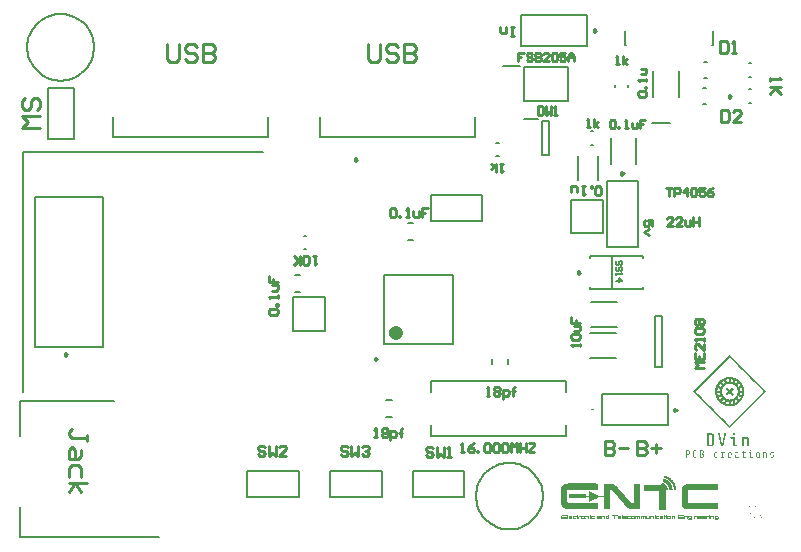
<source format=gto>
G04*
G04 #@! TF.GenerationSoftware,Altium Limited,Altium Designer,23.4.1 (23)*
G04*
G04 Layer_Color=65535*
%FSLAX25Y25*%
%MOIN*%
G70*
G04*
G04 #@! TF.SameCoordinates,34C706FF-D981-4061-8AA4-72CC7803A1E3*
G04*
G04*
G04 #@! TF.FilePolarity,Positive*
G04*
G01*
G75*
%ADD10C,0.00591*%
%ADD11C,0.00984*%
%ADD12C,0.02362*%
%ADD13C,0.00394*%
%ADD14C,0.00787*%
%ADD15C,0.00500*%
%ADD16C,0.01000*%
G36*
X238860Y62690D02*
X238942D01*
Y62608D01*
X239023D01*
Y62527D01*
X239105D01*
Y62445D01*
X239187D01*
Y62363D01*
X239268D01*
Y62282D01*
X239350D01*
Y62200D01*
X239431D01*
Y62118D01*
X239513D01*
Y62037D01*
X239595D01*
Y61955D01*
X239676D01*
Y61873D01*
X239758D01*
Y61792D01*
X239840D01*
Y61710D01*
X239921D01*
Y61628D01*
X240003D01*
Y61547D01*
X240085D01*
Y61465D01*
X240166D01*
Y61383D01*
X240248D01*
Y61302D01*
X240330D01*
Y61220D01*
X240411D01*
Y61138D01*
X240493D01*
Y61057D01*
X240575D01*
Y60975D01*
X240656D01*
Y60893D01*
X240738D01*
Y60812D01*
X240820D01*
Y60730D01*
X240901D01*
Y60649D01*
X240983D01*
Y60567D01*
X241065D01*
Y60485D01*
X241146D01*
Y60404D01*
X241228D01*
Y60322D01*
X241309D01*
Y60240D01*
X241391D01*
Y60158D01*
X241473D01*
Y60077D01*
X241554D01*
Y59995D01*
X241636D01*
Y59914D01*
X241718D01*
Y59832D01*
X241799D01*
Y59750D01*
X241881D01*
Y59669D01*
X241963D01*
Y59587D01*
X242044D01*
Y59505D01*
X242126D01*
Y59424D01*
X242208D01*
Y59342D01*
X242289D01*
Y59260D01*
X242371D01*
Y59179D01*
X242453D01*
Y59097D01*
X242534D01*
Y59015D01*
X242616D01*
Y58934D01*
X242698D01*
Y58852D01*
X242779D01*
Y58770D01*
X242861D01*
Y58689D01*
X242943D01*
Y58607D01*
X243024D01*
Y58526D01*
X243106D01*
Y58444D01*
X243187D01*
Y58362D01*
X243269D01*
Y58280D01*
X243351D01*
Y58199D01*
X243432D01*
Y58117D01*
X243514D01*
Y58036D01*
X243596D01*
Y57954D01*
X243677D01*
Y57872D01*
X243759D01*
Y57791D01*
X243841D01*
Y57709D01*
X243922D01*
Y57627D01*
X244004D01*
Y57546D01*
X244086D01*
Y57464D01*
X244167D01*
Y57382D01*
X244249D01*
Y57301D01*
X244331D01*
Y57219D01*
X244412D01*
Y57137D01*
X244494D01*
Y57056D01*
X244576D01*
Y56974D01*
X244657D01*
Y56892D01*
X244739D01*
Y56811D01*
X244820D01*
Y56729D01*
X244902D01*
Y56647D01*
X244984D01*
Y56566D01*
X245065D01*
Y56484D01*
X245147D01*
Y56402D01*
X245229D01*
Y56321D01*
X245310D01*
Y56239D01*
X245392D01*
Y56157D01*
X245474D01*
Y56076D01*
X245555D01*
Y55994D01*
X245637D01*
Y55913D01*
X245719D01*
Y55831D01*
X245800D01*
Y55749D01*
X245882D01*
Y55668D01*
X245964D01*
Y55586D01*
X246045D01*
Y55504D01*
X246127D01*
Y55423D01*
X246209D01*
Y55341D01*
X246290D01*
Y55259D01*
X246372D01*
Y55178D01*
X246454D01*
Y55096D01*
X246535D01*
Y55014D01*
X246617D01*
Y54933D01*
X246699D01*
Y54851D01*
X246780D01*
Y54769D01*
X246862D01*
Y54688D01*
X246943D01*
Y54606D01*
X247025D01*
Y54524D01*
X247107D01*
Y54443D01*
X247188D01*
Y54361D01*
X247270D01*
Y54280D01*
X247352D01*
Y54198D01*
X247433D01*
Y54116D01*
X247515D01*
Y54035D01*
X247597D01*
Y53953D01*
X247678D01*
Y53871D01*
X247760D01*
Y53790D01*
X247842D01*
Y53708D01*
X247923D01*
Y53626D01*
X248005D01*
Y53545D01*
X248087D01*
Y53463D01*
X248168D01*
Y53381D01*
X248250D01*
Y53300D01*
X248332D01*
Y53218D01*
X248413D01*
Y53136D01*
X248495D01*
Y53055D01*
X248577D01*
Y52973D01*
X248658D01*
Y52891D01*
X248740D01*
Y52810D01*
X248821D01*
Y52728D01*
X248903D01*
Y52646D01*
X248985D01*
Y52565D01*
X249066D01*
Y52483D01*
X249148D01*
Y52402D01*
X249230D01*
Y52320D01*
X249311D01*
Y52238D01*
X249393D01*
Y52157D01*
X249475D01*
Y52075D01*
X249556D01*
Y51993D01*
X249638D01*
Y51912D01*
X249720D01*
Y51830D01*
X249801D01*
Y51748D01*
X249883D01*
Y51667D01*
X249965D01*
Y51585D01*
X250046D01*
Y51503D01*
X250128D01*
Y51422D01*
X250210D01*
Y51340D01*
X250291D01*
Y51258D01*
X250373D01*
Y51177D01*
X250455D01*
Y51095D01*
X250536D01*
Y51013D01*
X250618D01*
Y50932D01*
X250700D01*
Y50850D01*
X250781D01*
Y50768D01*
X250863D01*
Y50687D01*
X250944D01*
Y50524D01*
X250863D01*
Y50442D01*
X250781D01*
Y50360D01*
X250700D01*
Y50279D01*
X250618D01*
Y50197D01*
X250536D01*
Y50115D01*
X250455D01*
Y50033D01*
X250373D01*
Y49952D01*
X250291D01*
Y49870D01*
X250210D01*
Y49789D01*
X250128D01*
Y49707D01*
X250046D01*
Y49625D01*
X249965D01*
Y49544D01*
X249883D01*
Y49462D01*
X249801D01*
Y49380D01*
X249720D01*
Y49299D01*
X249638D01*
Y49217D01*
X249556D01*
Y49135D01*
X249475D01*
Y49054D01*
X249393D01*
Y48972D01*
X249311D01*
Y48890D01*
X249230D01*
Y48809D01*
X249148D01*
Y48727D01*
X249066D01*
Y48645D01*
X248985D01*
Y48564D01*
X248903D01*
Y48482D01*
X248821D01*
Y48401D01*
X248740D01*
Y48319D01*
X248658D01*
Y48237D01*
X248577D01*
Y48156D01*
X248495D01*
Y48074D01*
X248413D01*
Y47992D01*
X248332D01*
Y47911D01*
X248250D01*
Y47829D01*
X248168D01*
Y47747D01*
X248087D01*
Y47666D01*
X248005D01*
Y47584D01*
X247923D01*
Y47502D01*
X247842D01*
Y47421D01*
X247760D01*
Y47339D01*
X247678D01*
Y47257D01*
X247597D01*
Y47176D01*
X247515D01*
Y47094D01*
X247433D01*
Y47012D01*
X247352D01*
Y46931D01*
X247270D01*
Y46849D01*
X247188D01*
Y46767D01*
X247107D01*
Y46686D01*
X247025D01*
Y46604D01*
X246943D01*
Y46522D01*
X246862D01*
Y46441D01*
X246780D01*
Y46359D01*
X246699D01*
Y46277D01*
X246617D01*
Y46196D01*
X246535D01*
Y46114D01*
X246454D01*
Y46033D01*
X246372D01*
Y45951D01*
X246290D01*
Y45869D01*
X246209D01*
Y45788D01*
X246127D01*
Y45706D01*
X246045D01*
Y45624D01*
X245964D01*
Y45543D01*
X245882D01*
Y45461D01*
X245800D01*
Y45379D01*
X245719D01*
Y45298D01*
X245637D01*
Y45216D01*
X245555D01*
Y45134D01*
X245474D01*
Y45053D01*
X245392D01*
Y44971D01*
X245310D01*
Y44889D01*
X245229D01*
Y44808D01*
X245147D01*
Y44726D01*
X245065D01*
Y44644D01*
X244984D01*
Y44563D01*
X244902D01*
Y44481D01*
X244820D01*
Y44399D01*
X244739D01*
Y44318D01*
X244657D01*
Y44236D01*
X244576D01*
Y44155D01*
X244494D01*
Y44073D01*
X244412D01*
Y43991D01*
X244331D01*
Y43910D01*
X244249D01*
Y43828D01*
X244167D01*
Y43746D01*
X244086D01*
Y43665D01*
X244004D01*
Y43583D01*
X243922D01*
Y43501D01*
X243841D01*
Y43420D01*
X243759D01*
Y43338D01*
X243677D01*
Y43256D01*
X243596D01*
Y43175D01*
X243514D01*
Y43093D01*
X243432D01*
Y43011D01*
X243351D01*
Y42930D01*
X243269D01*
Y42848D01*
X243187D01*
Y42766D01*
X243106D01*
Y42685D01*
X243024D01*
Y42603D01*
X242943D01*
Y42521D01*
X242861D01*
Y42440D01*
X242779D01*
Y42358D01*
X242698D01*
Y42276D01*
X242616D01*
Y42195D01*
X242534D01*
Y42113D01*
X242453D01*
Y42031D01*
X242371D01*
Y41950D01*
X242289D01*
Y41868D01*
X242208D01*
Y41787D01*
X242126D01*
Y41705D01*
X242044D01*
Y41623D01*
X241963D01*
Y41542D01*
X241881D01*
Y41460D01*
X241799D01*
Y41378D01*
X241718D01*
Y41297D01*
X241636D01*
Y41215D01*
X241554D01*
Y41133D01*
X241473D01*
Y41052D01*
X241391D01*
Y40970D01*
X241309D01*
Y40888D01*
X241228D01*
Y40807D01*
X241146D01*
Y40725D01*
X241065D01*
Y40643D01*
X240983D01*
Y40562D01*
X240901D01*
Y40480D01*
X240820D01*
Y40398D01*
X240738D01*
Y40317D01*
X240656D01*
Y40235D01*
X240575D01*
Y40154D01*
X240493D01*
Y40072D01*
X240411D01*
Y39990D01*
X240330D01*
Y39908D01*
X240248D01*
Y39827D01*
X240166D01*
Y39745D01*
X240085D01*
Y39664D01*
X240003D01*
Y39582D01*
X239921D01*
Y39500D01*
X239840D01*
Y39419D01*
X239758D01*
Y39337D01*
X239676D01*
Y39255D01*
X239595D01*
Y39174D01*
X239513D01*
Y39092D01*
X239431D01*
Y39010D01*
X239350D01*
Y38929D01*
X239268D01*
Y38847D01*
X239187D01*
Y38765D01*
X239105D01*
Y38684D01*
X239023D01*
Y38602D01*
X238942D01*
Y38520D01*
X238860D01*
Y38439D01*
X238697D01*
Y38520D01*
X238615D01*
Y38602D01*
X238533D01*
Y38684D01*
X238452D01*
Y38765D01*
X238370D01*
Y38847D01*
X238288D01*
Y38929D01*
X238207D01*
Y39010D01*
X238125D01*
Y39092D01*
X238043D01*
Y39174D01*
X237962D01*
Y39255D01*
X237880D01*
Y39337D01*
X237798D01*
Y39419D01*
X237717D01*
Y39500D01*
X237635D01*
Y39582D01*
X237553D01*
Y39664D01*
X237472D01*
Y39745D01*
X237390D01*
Y39827D01*
X237308D01*
Y39908D01*
X237227D01*
Y39990D01*
X237145D01*
Y40072D01*
X237064D01*
Y40154D01*
X236982D01*
Y40235D01*
X236900D01*
Y40317D01*
X236819D01*
Y40398D01*
X236737D01*
Y40480D01*
X236655D01*
Y40562D01*
X236574D01*
Y40643D01*
X236492D01*
Y40725D01*
X236410D01*
Y40807D01*
X236329D01*
Y40888D01*
X236247D01*
Y40970D01*
X236165D01*
Y41052D01*
X236084D01*
Y41133D01*
X236002D01*
Y41215D01*
X235920D01*
Y41297D01*
X235839D01*
Y41378D01*
X235757D01*
Y41460D01*
X235675D01*
Y41542D01*
X235594D01*
Y41623D01*
X235512D01*
Y41705D01*
X235430D01*
Y41787D01*
X235349D01*
Y41868D01*
X235267D01*
Y41950D01*
X235186D01*
Y42031D01*
X235104D01*
Y42113D01*
X235022D01*
Y42195D01*
X234941D01*
Y42276D01*
X234859D01*
Y42358D01*
X234777D01*
Y42440D01*
X234696D01*
Y42521D01*
X234614D01*
Y42603D01*
X234532D01*
Y42685D01*
X234451D01*
Y42766D01*
X234369D01*
Y42848D01*
X234287D01*
Y42930D01*
X234206D01*
Y43011D01*
X234124D01*
Y43093D01*
X234042D01*
Y43175D01*
X233961D01*
Y43256D01*
X233879D01*
Y43338D01*
X233797D01*
Y43420D01*
X233716D01*
Y43501D01*
X233634D01*
Y43583D01*
X233552D01*
Y43665D01*
X233471D01*
Y43746D01*
X233389D01*
Y43828D01*
X233307D01*
Y43910D01*
X233226D01*
Y43991D01*
X233144D01*
Y44073D01*
X233063D01*
Y44155D01*
X232981D01*
Y44236D01*
X232899D01*
Y44318D01*
X232818D01*
Y44399D01*
X232736D01*
Y44481D01*
X232654D01*
Y44563D01*
X232573D01*
Y44644D01*
X232491D01*
Y44726D01*
X232409D01*
Y44808D01*
X232328D01*
Y44889D01*
X232246D01*
Y44971D01*
X232164D01*
Y45053D01*
X232083D01*
Y45134D01*
X232001D01*
Y45216D01*
X231919D01*
Y45298D01*
X231838D01*
Y45379D01*
X231756D01*
Y45461D01*
X231674D01*
Y45543D01*
X231593D01*
Y45624D01*
X231511D01*
Y45706D01*
X231429D01*
Y45788D01*
X231348D01*
Y45869D01*
X231266D01*
Y45951D01*
X231185D01*
Y46033D01*
X231103D01*
Y46114D01*
X231021D01*
Y46196D01*
X230940D01*
Y46277D01*
X230858D01*
Y46359D01*
X230776D01*
Y46441D01*
X230695D01*
Y46522D01*
X230613D01*
Y46604D01*
X230531D01*
Y46686D01*
X230450D01*
Y46767D01*
X230368D01*
Y46849D01*
X230286D01*
Y46931D01*
X230205D01*
Y47012D01*
X230123D01*
Y47094D01*
X230041D01*
Y47176D01*
X229960D01*
Y47257D01*
X229878D01*
Y47339D01*
X229796D01*
Y47421D01*
X229715D01*
Y47502D01*
X229633D01*
Y47584D01*
X229551D01*
Y47666D01*
X229470D01*
Y47747D01*
X229388D01*
Y47829D01*
X229306D01*
Y47911D01*
X229225D01*
Y47992D01*
X229143D01*
Y48074D01*
X229062D01*
Y48156D01*
X228980D01*
Y48237D01*
X228898D01*
Y48319D01*
X228817D01*
Y48401D01*
X228735D01*
Y48482D01*
X228653D01*
Y48564D01*
X228572D01*
Y48645D01*
X228490D01*
Y48727D01*
X228408D01*
Y48809D01*
X228327D01*
Y48890D01*
X228245D01*
Y48972D01*
X228163D01*
Y49054D01*
X228082D01*
Y49135D01*
X228000D01*
Y49217D01*
X227918D01*
Y49299D01*
X227837D01*
Y49380D01*
X227755D01*
Y49462D01*
X227673D01*
Y49544D01*
X227592D01*
Y49625D01*
X227510D01*
Y49707D01*
X227428D01*
Y49789D01*
X227347D01*
Y49870D01*
X227265D01*
Y49952D01*
X227183D01*
Y50033D01*
X227102D01*
Y50115D01*
X227020D01*
Y50197D01*
X226939D01*
Y50279D01*
X226857D01*
Y50360D01*
X226775D01*
Y50442D01*
X226694D01*
Y50524D01*
X226612D01*
Y50687D01*
X226694D01*
Y50768D01*
X226775D01*
Y50850D01*
X226857D01*
Y50932D01*
X226939D01*
Y51013D01*
X227020D01*
Y51095D01*
X227102D01*
Y51177D01*
X227183D01*
Y51258D01*
X227265D01*
Y51340D01*
X227347D01*
Y51422D01*
X227428D01*
Y51503D01*
X227510D01*
Y51585D01*
X227592D01*
Y51667D01*
X227673D01*
Y51748D01*
X227755D01*
Y51830D01*
X227837D01*
Y51912D01*
X227918D01*
Y51993D01*
X228000D01*
Y52075D01*
X228082D01*
Y52157D01*
X228163D01*
Y52238D01*
X228245D01*
Y52320D01*
X228327D01*
Y52402D01*
X228408D01*
Y52483D01*
X228490D01*
Y52565D01*
X228572D01*
Y52646D01*
X228653D01*
Y52728D01*
X228735D01*
Y52810D01*
X228817D01*
Y52891D01*
X228898D01*
Y52973D01*
X228980D01*
Y53055D01*
X229062D01*
Y53136D01*
X229143D01*
Y53218D01*
X229225D01*
Y53300D01*
X229306D01*
Y53381D01*
X229388D01*
Y53463D01*
X229470D01*
Y53545D01*
X229551D01*
Y53626D01*
X229633D01*
Y53708D01*
X229715D01*
Y53790D01*
X229796D01*
Y53871D01*
X229878D01*
Y53953D01*
X229960D01*
Y54035D01*
X230041D01*
Y54116D01*
X230123D01*
Y54198D01*
X230205D01*
Y54280D01*
X230286D01*
Y54361D01*
X230368D01*
Y54443D01*
X230450D01*
Y54524D01*
X230531D01*
Y54606D01*
X230613D01*
Y54688D01*
X230695D01*
Y54769D01*
X230776D01*
Y54851D01*
X230858D01*
Y54933D01*
X230940D01*
Y55014D01*
X231021D01*
Y55096D01*
X231103D01*
Y55178D01*
X231185D01*
Y55259D01*
X231266D01*
Y55341D01*
X231348D01*
Y55423D01*
X231429D01*
Y55504D01*
X231511D01*
Y55586D01*
X231593D01*
Y55668D01*
X231674D01*
Y55749D01*
X231756D01*
Y55831D01*
X231838D01*
Y55913D01*
X231919D01*
Y55994D01*
X232001D01*
Y56076D01*
X232083D01*
Y56157D01*
X232164D01*
Y56239D01*
X232246D01*
Y56321D01*
X232328D01*
Y56402D01*
X232409D01*
Y56484D01*
X232491D01*
Y56566D01*
X232573D01*
Y56647D01*
X232654D01*
Y56729D01*
X232736D01*
Y56811D01*
X232818D01*
Y56892D01*
X232899D01*
Y56974D01*
X232981D01*
Y57056D01*
X233063D01*
Y57137D01*
X233144D01*
Y57219D01*
X233226D01*
Y57301D01*
X233307D01*
Y57382D01*
X233389D01*
Y57464D01*
X233471D01*
Y57546D01*
X233552D01*
Y57627D01*
X233634D01*
Y57709D01*
X233716D01*
Y57791D01*
X233797D01*
Y57872D01*
X233879D01*
Y57954D01*
X233961D01*
Y58036D01*
X234042D01*
Y58117D01*
X234124D01*
Y58199D01*
X234206D01*
Y58280D01*
X234287D01*
Y58362D01*
X234369D01*
Y58444D01*
X234451D01*
Y58526D01*
X234532D01*
Y58607D01*
X234614D01*
Y58689D01*
X234696D01*
Y58770D01*
X234777D01*
Y58852D01*
X234859D01*
Y58934D01*
X234941D01*
Y59015D01*
X235022D01*
Y59097D01*
X235104D01*
Y59179D01*
X235186D01*
Y59260D01*
X235267D01*
Y59342D01*
X235349D01*
Y59424D01*
X235430D01*
Y59505D01*
X235512D01*
Y59587D01*
X235594D01*
Y59669D01*
X235675D01*
Y59750D01*
X235757D01*
Y59832D01*
X235839D01*
Y59914D01*
X235920D01*
Y59995D01*
X236002D01*
Y60077D01*
X236084D01*
Y60158D01*
X236165D01*
Y60240D01*
X236247D01*
Y60322D01*
X236329D01*
Y60404D01*
X236410D01*
Y60485D01*
X236492D01*
Y60567D01*
X236574D01*
Y60649D01*
X236655D01*
Y60730D01*
X236737D01*
Y60812D01*
X236819D01*
Y60893D01*
X236900D01*
Y60975D01*
X236982D01*
Y61057D01*
X237064D01*
Y61138D01*
X237145D01*
Y61220D01*
X237227D01*
Y61302D01*
X237308D01*
Y61383D01*
X237390D01*
Y61465D01*
X237472D01*
Y61547D01*
X237553D01*
Y61628D01*
X237635D01*
Y61710D01*
X237717D01*
Y61792D01*
X237798D01*
Y61873D01*
X237880D01*
Y61955D01*
X237962D01*
Y62037D01*
X238043D01*
Y62118D01*
X238125D01*
Y62200D01*
X238207D01*
Y62282D01*
X238288D01*
Y62363D01*
X238370D01*
Y62445D01*
X238452D01*
Y62527D01*
X238533D01*
Y62608D01*
X238615D01*
Y62690D01*
X238697D01*
Y62771D01*
X238860D01*
Y62690D01*
D02*
G37*
G36*
X240493Y36479D02*
Y36397D01*
Y36071D01*
X239921D01*
Y36642D01*
X240493D01*
Y36479D01*
D02*
G37*
G36*
X244576Y35336D02*
X244820D01*
Y35254D01*
X244902D01*
Y35173D01*
X244984D01*
Y35091D01*
X245065D01*
Y34928D01*
X245147D01*
Y34601D01*
X245229D01*
Y32315D01*
X244657D01*
Y34846D01*
X244576D01*
Y34928D01*
X243596D01*
Y34846D01*
X243514D01*
Y32315D01*
X242943D01*
Y33540D01*
Y33621D01*
Y35418D01*
X243432D01*
Y35336D01*
X243677D01*
Y35418D01*
X244576D01*
Y35336D01*
D02*
G37*
G36*
X237553Y36561D02*
X237472D01*
Y36234D01*
X237390D01*
Y35826D01*
X237308D01*
Y35499D01*
X237227D01*
Y35091D01*
X237145D01*
Y34764D01*
X237064D01*
Y34356D01*
X236982D01*
Y34029D01*
X236900D01*
Y33621D01*
X236819D01*
Y33295D01*
X236737D01*
Y32886D01*
X236655D01*
Y32478D01*
X236574D01*
Y32315D01*
X235839D01*
Y32641D01*
X235757D01*
Y33050D01*
X235675D01*
Y33458D01*
X235594D01*
Y33785D01*
X235512D01*
Y34193D01*
X235430D01*
Y34601D01*
X235349D01*
Y35009D01*
X235267D01*
Y35418D01*
X235186D01*
Y35744D01*
X235104D01*
Y36152D01*
X235022D01*
Y36561D01*
X234941D01*
Y36642D01*
X235512D01*
Y36316D01*
X235594D01*
Y35826D01*
X235675D01*
Y35418D01*
X235757D01*
Y35009D01*
X235839D01*
Y34601D01*
X235920D01*
Y34193D01*
X236002D01*
Y34029D01*
Y33948D01*
Y33785D01*
X236084D01*
Y33295D01*
X236165D01*
Y32968D01*
X236247D01*
Y33131D01*
X236329D01*
Y33458D01*
X236410D01*
Y33866D01*
X236492D01*
Y34275D01*
X236574D01*
Y34683D01*
X236655D01*
Y35091D01*
X236737D01*
Y35418D01*
X236819D01*
Y35826D01*
X236900D01*
Y36234D01*
X236982D01*
Y36642D01*
X237553D01*
Y36561D01*
D02*
G37*
G36*
X240411Y32805D02*
X241309D01*
Y32723D01*
Y32315D01*
X239921D01*
Y34928D01*
X239105D01*
Y35009D01*
X239023D01*
Y35418D01*
X240411D01*
Y32805D01*
D02*
G37*
G36*
X232818Y36561D02*
X233063D01*
Y36479D01*
X233226D01*
Y36397D01*
X233307D01*
Y36316D01*
X233389D01*
Y36152D01*
X233471D01*
Y35744D01*
X233552D01*
Y33540D01*
Y33458D01*
Y33213D01*
X233471D01*
Y32805D01*
X233389D01*
Y32641D01*
X233307D01*
Y32560D01*
X233226D01*
Y32478D01*
X233144D01*
Y32396D01*
X232899D01*
Y32315D01*
X231266D01*
Y36642D01*
X232818D01*
Y36561D01*
D02*
G37*
G36*
X246045Y31008D02*
Y30927D01*
Y30763D01*
X245719D01*
Y31090D01*
X246045D01*
Y31008D01*
D02*
G37*
G36*
X250944Y30274D02*
X251026D01*
Y30192D01*
X251108D01*
Y30110D01*
X251189D01*
Y29865D01*
X251271D01*
Y28477D01*
X250944D01*
Y29947D01*
X250863D01*
Y30029D01*
X250781D01*
Y30110D01*
X250373D01*
Y30029D01*
X250210D01*
Y28477D01*
X249883D01*
Y30355D01*
X250210D01*
Y30274D01*
X250291D01*
Y30355D01*
X250944D01*
Y30274D01*
D02*
G37*
G36*
X237064Y30110D02*
X236655D01*
Y30029D01*
X236492D01*
Y29865D01*
X236410D01*
Y28804D01*
X236492D01*
Y28722D01*
X236819D01*
Y28477D01*
X235920D01*
Y28722D01*
X236165D01*
Y30110D01*
X235920D01*
Y30355D01*
X236410D01*
Y30274D01*
X236574D01*
Y30355D01*
X237064D01*
Y30110D01*
D02*
G37*
G36*
X253394D02*
X252823D01*
Y30029D01*
X252659D01*
Y29620D01*
X252741D01*
Y29539D01*
X253312D01*
Y29457D01*
X253394D01*
Y29294D01*
X253476D01*
Y28722D01*
X253394D01*
Y28640D01*
X253312D01*
Y28559D01*
X253149D01*
Y28477D01*
X252414D01*
Y28722D01*
X253067D01*
Y28804D01*
X253149D01*
Y29294D01*
X252659D01*
Y29375D01*
X252496D01*
Y29457D01*
X252414D01*
Y29620D01*
X252333D01*
Y29947D01*
Y30029D01*
X252414D01*
Y30192D01*
X252496D01*
Y30274D01*
X252659D01*
Y30355D01*
X253394D01*
Y30110D01*
D02*
G37*
G36*
X248577Y30274D02*
X248740D01*
Y30192D01*
X248821D01*
Y30029D01*
X248903D01*
Y28804D01*
X248821D01*
Y28640D01*
X248740D01*
Y28559D01*
X248577D01*
Y28477D01*
X247923D01*
Y28559D01*
X247760D01*
Y28640D01*
X247678D01*
Y28722D01*
X247597D01*
Y28885D01*
X247515D01*
Y28967D01*
Y29947D01*
X247597D01*
Y30110D01*
X247678D01*
Y30192D01*
X247760D01*
Y30274D01*
X247923D01*
Y30355D01*
X248577D01*
Y30274D01*
D02*
G37*
G36*
X246045Y28722D02*
X246535D01*
Y28477D01*
X245719D01*
Y29784D01*
Y29865D01*
Y30110D01*
X245229D01*
Y30355D01*
X246045D01*
Y28722D01*
D02*
G37*
G36*
X243514Y30763D02*
X243596D01*
Y30355D01*
X244086D01*
Y30110D01*
X243596D01*
Y28804D01*
X243677D01*
Y28722D01*
X244086D01*
Y28477D01*
X243514D01*
Y28559D01*
X243351D01*
Y28722D01*
X243269D01*
Y30110D01*
X242943D01*
Y30355D01*
X243269D01*
Y30437D01*
Y30518D01*
Y30763D01*
X243351D01*
Y30845D01*
X243514D01*
Y30763D01*
D02*
G37*
G36*
X241391Y30274D02*
X241554D01*
Y30192D01*
X241636D01*
Y30110D01*
X241718D01*
Y28804D01*
X241799D01*
Y28722D01*
X241881D01*
Y28477D01*
X241636D01*
Y28559D01*
X241391D01*
Y28477D01*
X240738D01*
Y28559D01*
X240575D01*
Y28640D01*
X240493D01*
Y28885D01*
X240411D01*
Y29212D01*
X240493D01*
Y29457D01*
X240575D01*
Y29539D01*
X240656D01*
Y29620D01*
X241391D01*
Y29702D01*
X241473D01*
Y29865D01*
X241391D01*
Y30029D01*
X241228D01*
Y30110D01*
X240575D01*
Y30355D01*
X241391D01*
Y30274D01*
D02*
G37*
G36*
X239187D02*
X239350D01*
Y30192D01*
X239431D01*
Y29947D01*
X239513D01*
Y29294D01*
X238533D01*
Y28804D01*
X238697D01*
Y28722D01*
X239350D01*
Y28477D01*
X238533D01*
Y28559D01*
X238370D01*
Y28640D01*
X238288D01*
Y28885D01*
X238207D01*
Y28967D01*
Y30029D01*
X238288D01*
Y30192D01*
X238370D01*
Y30274D01*
X238533D01*
Y30355D01*
X239187D01*
Y30274D01*
D02*
G37*
G36*
X234696Y30110D02*
X234124D01*
Y30029D01*
X233961D01*
Y29865D01*
X233879D01*
Y29702D01*
Y29620D01*
Y28967D01*
X233961D01*
Y28804D01*
X234124D01*
Y28722D01*
X234696D01*
Y28477D01*
X233961D01*
Y28559D01*
X233797D01*
Y28640D01*
X233716D01*
Y28804D01*
X233634D01*
Y30029D01*
X233716D01*
Y30192D01*
X233797D01*
Y30274D01*
X233961D01*
Y30355D01*
X234696D01*
Y30110D01*
D02*
G37*
G36*
X229796Y31008D02*
X229960D01*
Y30927D01*
X230041D01*
Y30682D01*
X230123D01*
Y30110D01*
X230041D01*
Y29947D01*
X229960D01*
Y29784D01*
X230041D01*
Y29702D01*
X230123D01*
Y28722D01*
X230041D01*
Y28640D01*
X229960D01*
Y28559D01*
X229796D01*
Y28477D01*
X228817D01*
Y29212D01*
Y29294D01*
Y31090D01*
X229796D01*
Y31008D01*
D02*
G37*
G36*
X227673Y30845D02*
X227020D01*
Y30763D01*
X226939D01*
Y30682D01*
X226857D01*
Y28885D01*
X226939D01*
Y28804D01*
X227020D01*
Y28722D01*
X227673D01*
Y28477D01*
X226939D01*
Y28559D01*
X226775D01*
Y28640D01*
X226694D01*
Y28722D01*
X226612D01*
Y28885D01*
X226530D01*
Y30682D01*
X226612D01*
Y30845D01*
X226694D01*
Y30927D01*
X226775D01*
Y31008D01*
X226939D01*
Y31090D01*
X227673D01*
Y30845D01*
D02*
G37*
G36*
X225061Y31008D02*
X225224D01*
Y30927D01*
X225305D01*
Y30845D01*
X225387D01*
Y29702D01*
X225305D01*
Y29620D01*
X225142D01*
Y29539D01*
X224407D01*
Y28477D01*
X224081D01*
Y31090D01*
X225061D01*
Y31008D01*
D02*
G37*
G36*
X216985Y21851D02*
X216957D01*
Y21880D01*
X216985D01*
Y21851D01*
D02*
G37*
G36*
X217071Y21823D02*
X217042D01*
Y21851D01*
X217071D01*
Y21823D01*
D02*
G37*
G36*
X217670Y21623D02*
X217641D01*
Y21651D01*
X217670D01*
Y21623D01*
D02*
G37*
G36*
X217755Y21537D02*
X217727D01*
Y21566D01*
X217755D01*
Y21537D01*
D02*
G37*
G36*
X217812Y21509D02*
X217784D01*
Y21537D01*
X217812D01*
Y21509D01*
D02*
G37*
G36*
X217869Y21480D02*
X217841D01*
Y21509D01*
X217869D01*
Y21480D01*
D02*
G37*
G36*
X217927Y21452D02*
X217898D01*
Y21480D01*
X217927D01*
Y21452D01*
D02*
G37*
G36*
X217984Y21423D02*
X217955D01*
Y21452D01*
X217984D01*
Y21423D01*
D02*
G37*
G36*
X218525Y21081D02*
X218497D01*
Y21110D01*
X218525D01*
Y21081D01*
D02*
G37*
G36*
X217156Y22592D02*
X217270D01*
Y22564D01*
X217356D01*
Y22535D01*
X217413D01*
Y22507D01*
X217499D01*
Y22479D01*
X217556D01*
Y22450D01*
X217641D01*
Y22421D01*
X217755D01*
Y22393D01*
X217812D01*
Y22364D01*
X217841D01*
Y22336D01*
X217927D01*
Y22307D01*
X217984D01*
Y22279D01*
X218069D01*
Y22250D01*
X218126D01*
Y22222D01*
X218183D01*
Y22193D01*
X218240D01*
Y22165D01*
X218297D01*
Y22108D01*
X218326D01*
Y22079D01*
X218383D01*
Y22051D01*
X218440D01*
Y22022D01*
X218468D01*
Y21994D01*
X218525D01*
Y21965D01*
X218582D01*
Y21937D01*
X218611D01*
Y21965D01*
X218639D01*
Y21908D01*
X218668D01*
Y21937D01*
X218696D01*
Y21908D01*
X218725D01*
Y21851D01*
X218754D01*
Y21823D01*
X218811D01*
Y21794D01*
X218839D01*
Y21766D01*
X218868D01*
Y21737D01*
X218953D01*
Y21680D01*
X218982D01*
Y21651D01*
X219039D01*
Y21623D01*
X219067D01*
Y21594D01*
X219096D01*
Y21566D01*
X219124D01*
Y21537D01*
X219181D01*
Y21509D01*
X219210D01*
Y21480D01*
X219238D01*
Y21452D01*
X219267D01*
Y21423D01*
X219324D01*
Y21395D01*
X219352D01*
Y21366D01*
X219409D01*
Y21338D01*
X219438D01*
Y21309D01*
X219466D01*
Y21252D01*
X219495D01*
Y21224D01*
X219524D01*
Y21195D01*
X219552D01*
Y21167D01*
X219581D01*
Y21138D01*
X219609D01*
Y21110D01*
X219638D01*
Y21053D01*
X219666D01*
Y21024D01*
X219695D01*
Y20996D01*
X219752D01*
Y20967D01*
X219780D01*
Y20938D01*
X219809D01*
Y20910D01*
X219837D01*
Y20881D01*
X219780D01*
Y20910D01*
X219752D01*
Y20938D01*
X219723D01*
Y20910D01*
X219752D01*
Y20853D01*
X219837D01*
Y20824D01*
X219866D01*
Y20796D01*
X219894D01*
Y20767D01*
X219923D01*
Y20710D01*
X219951D01*
Y20682D01*
X219980D01*
Y20653D01*
X220008D01*
Y20596D01*
X220037D01*
Y20568D01*
X220065D01*
Y20539D01*
X220094D01*
Y20482D01*
X220122D01*
Y20454D01*
X220094D01*
Y20482D01*
X220065D01*
Y20454D01*
X220094D01*
Y20425D01*
X220151D01*
Y20397D01*
X220179D01*
Y20368D01*
X220151D01*
Y20397D01*
X220122D01*
Y20368D01*
X220151D01*
Y20339D01*
X220208D01*
Y20311D01*
X220179D01*
Y20282D01*
X220236D01*
Y20311D01*
X220265D01*
Y20282D01*
X220293D01*
Y20254D01*
X220265D01*
Y20197D01*
X220293D01*
Y20140D01*
X220322D01*
Y20168D01*
X220351D01*
Y20140D01*
X220379D01*
Y20111D01*
X220351D01*
Y20083D01*
X220379D01*
Y20026D01*
X220408D01*
Y19969D01*
X220436D01*
Y19912D01*
X220465D01*
Y19855D01*
X220493D01*
Y19798D01*
X220522D01*
Y19741D01*
X220493D01*
Y19769D01*
X220465D01*
Y19741D01*
X220493D01*
Y19684D01*
X220550D01*
Y19655D01*
X220522D01*
Y19627D01*
X220579D01*
Y19598D01*
X220550D01*
Y19569D01*
X220607D01*
Y19541D01*
X220579D01*
Y19512D01*
X220664D01*
Y19484D01*
X220636D01*
Y19455D01*
X220607D01*
Y19427D01*
X220693D01*
Y19398D01*
X220664D01*
Y19370D01*
X220721D01*
Y19341D01*
X220693D01*
Y19284D01*
X220750D01*
Y19256D01*
X220721D01*
Y19170D01*
X220750D01*
Y19085D01*
X220778D01*
Y18999D01*
X220835D01*
Y18971D01*
X220807D01*
Y18885D01*
X220835D01*
Y18771D01*
X220864D01*
Y18628D01*
X220892D01*
Y18457D01*
X220921D01*
Y18201D01*
X220949D01*
Y17773D01*
X220921D01*
Y17801D01*
X220892D01*
Y17773D01*
X220921D01*
Y17744D01*
X220179D01*
Y18030D01*
X220151D01*
Y18286D01*
X220122D01*
Y18486D01*
X220151D01*
Y18571D01*
X220122D01*
Y18600D01*
X220094D01*
Y18628D01*
X220122D01*
Y18686D01*
X220094D01*
Y18800D01*
X220065D01*
Y18885D01*
X220037D01*
Y18914D01*
X220008D01*
Y18942D01*
X220037D01*
Y18971D01*
X220008D01*
Y18999D01*
X219980D01*
Y19028D01*
X220008D01*
Y19056D01*
X219980D01*
Y19085D01*
X219951D01*
Y19170D01*
X219923D01*
Y19256D01*
X219894D01*
Y19313D01*
X219866D01*
Y19370D01*
X219837D01*
Y19427D01*
X219809D01*
Y19484D01*
X219780D01*
Y19569D01*
X219752D01*
Y19627D01*
X219723D01*
Y19684D01*
X219695D01*
Y19741D01*
X219666D01*
Y19769D01*
X219695D01*
Y19798D01*
X219638D01*
Y19826D01*
X219666D01*
Y19855D01*
X219609D01*
Y19912D01*
X219581D01*
Y19883D01*
X219552D01*
Y19912D01*
X219524D01*
Y19940D01*
X219552D01*
Y19997D01*
X219524D01*
Y20026D01*
X219495D01*
Y20083D01*
X219466D01*
Y20111D01*
X219438D01*
Y20140D01*
X219409D01*
Y20168D01*
X219381D01*
Y20197D01*
X219352D01*
Y20311D01*
X219324D01*
Y20368D01*
X219295D01*
Y20397D01*
X219267D01*
Y20425D01*
X219238D01*
Y20454D01*
X219210D01*
Y20482D01*
X219153D01*
Y20511D01*
X219124D01*
Y20539D01*
X219096D01*
Y20568D01*
X219067D01*
Y20596D01*
X219039D01*
Y20625D01*
X219010D01*
Y20653D01*
X218982D01*
Y20682D01*
X218953D01*
Y20710D01*
X218925D01*
Y20739D01*
X218953D01*
Y20710D01*
X218982D01*
Y20682D01*
X219010D01*
Y20653D01*
X219039D01*
Y20625D01*
X219067D01*
Y20653D01*
X219039D01*
Y20682D01*
X219010D01*
Y20710D01*
X218982D01*
Y20739D01*
X218953D01*
Y20767D01*
X218925D01*
Y20796D01*
X218896D01*
Y20824D01*
X218868D01*
Y20853D01*
X218839D01*
Y20881D01*
X218811D01*
Y20910D01*
X218782D01*
Y20938D01*
X218754D01*
Y20910D01*
X218725D01*
Y20938D01*
X218668D01*
Y20967D01*
X218639D01*
Y20996D01*
X218611D01*
Y21024D01*
X218582D01*
Y21053D01*
X218554D01*
Y21138D01*
X218468D01*
Y21167D01*
X218440D01*
Y21195D01*
X218411D01*
Y21224D01*
X218383D01*
Y21195D01*
X218411D01*
Y21138D01*
X218383D01*
Y21167D01*
X218354D01*
Y21195D01*
X218326D01*
Y21224D01*
X218354D01*
Y21281D01*
X218269D01*
Y21338D01*
X218240D01*
Y21281D01*
X218212D01*
Y21338D01*
X218126D01*
Y21395D01*
X218069D01*
Y21423D01*
X218012D01*
Y21452D01*
X217984D01*
Y21480D01*
X217927D01*
Y21509D01*
X217869D01*
Y21537D01*
X217812D01*
Y21594D01*
X217784D01*
Y21566D01*
X217755D01*
Y21623D01*
X217727D01*
Y21594D01*
X217698D01*
Y21651D01*
X217670D01*
Y21680D01*
X217584D01*
Y21708D01*
X217527D01*
Y21737D01*
X217499D01*
Y21708D01*
X217527D01*
Y21680D01*
X217499D01*
Y21708D01*
X217413D01*
Y21737D01*
X217356D01*
Y21766D01*
X217299D01*
Y21794D01*
X217242D01*
Y21823D01*
X217156D01*
Y21851D01*
X217071D01*
Y21880D01*
X216985D01*
Y21908D01*
X216957D01*
Y21937D01*
X216928D01*
Y21908D01*
X216900D01*
Y21937D01*
X216871D01*
Y22022D01*
X216900D01*
Y22108D01*
X216928D01*
Y22165D01*
X216900D01*
Y22193D01*
X216957D01*
Y22222D01*
X216928D01*
Y22250D01*
X216985D01*
Y22307D01*
X216957D01*
Y22336D01*
X217014D01*
Y22421D01*
X217071D01*
Y22450D01*
X217042D01*
Y22479D01*
X217071D01*
Y22507D01*
X217128D01*
Y22535D01*
X217042D01*
Y22564D01*
X217156D01*
Y22592D01*
X217071D01*
Y22621D01*
X217156D01*
Y22592D01*
D02*
G37*
G36*
X216786Y21566D02*
X216900D01*
Y21537D01*
X216985D01*
Y21509D01*
X217042D01*
Y21480D01*
X217099D01*
Y21452D01*
X217156D01*
Y21423D01*
X217270D01*
Y21395D01*
X217328D01*
Y21366D01*
X217385D01*
Y21338D01*
X217442D01*
Y21309D01*
X217470D01*
Y21281D01*
X217527D01*
Y21252D01*
X217584D01*
Y21224D01*
X217670D01*
Y21195D01*
X217727D01*
Y21167D01*
X217784D01*
Y21110D01*
X217812D01*
Y21138D01*
X217841D01*
Y21110D01*
X217869D01*
Y21053D01*
X217927D01*
Y21024D01*
X217984D01*
Y20996D01*
X218012D01*
Y20967D01*
X218069D01*
Y20938D01*
X218126D01*
Y20910D01*
X218155D01*
Y20881D01*
X218183D01*
Y20853D01*
X218212D01*
Y20824D01*
X218240D01*
Y20796D01*
X218269D01*
Y20767D01*
X218326D01*
Y20739D01*
X218354D01*
Y20710D01*
X218383D01*
Y20682D01*
X218411D01*
Y20653D01*
X218497D01*
Y20625D01*
X218525D01*
Y20596D01*
X218554D01*
Y20568D01*
X218582D01*
Y20539D01*
X218611D01*
Y20511D01*
X218639D01*
Y20425D01*
X218696D01*
Y20368D01*
X218725D01*
Y20339D01*
X218782D01*
Y20282D01*
X218811D01*
Y20254D01*
X218839D01*
Y20225D01*
X218868D01*
Y20197D01*
X218925D01*
Y20168D01*
X218868D01*
Y20197D01*
X218839D01*
Y20140D01*
X218868D01*
Y20111D01*
X218896D01*
Y20140D01*
X218953D01*
Y20111D01*
X218982D01*
Y20083D01*
X219010D01*
Y20026D01*
X218982D01*
Y20054D01*
X218953D01*
Y19997D01*
X219039D01*
Y19969D01*
X219067D01*
Y19912D01*
X219096D01*
Y19883D01*
X219124D01*
Y19826D01*
X219153D01*
Y19798D01*
X219181D01*
Y19741D01*
X219210D01*
Y19712D01*
X219238D01*
Y19655D01*
X219267D01*
Y19598D01*
X219238D01*
Y19569D01*
X219295D01*
Y19541D01*
X219267D01*
Y19512D01*
X219324D01*
Y19484D01*
X219295D01*
Y19455D01*
X219352D01*
Y19398D01*
X219381D01*
Y19370D01*
X219438D01*
Y19341D01*
X219409D01*
Y19313D01*
X219466D01*
Y19284D01*
X219438D01*
Y19256D01*
X219466D01*
Y19199D01*
X219495D01*
Y19113D01*
X219524D01*
Y19028D01*
X219552D01*
Y18971D01*
X219581D01*
Y18885D01*
X219609D01*
Y18771D01*
X219638D01*
Y18686D01*
X219666D01*
Y18571D01*
X219695D01*
Y18429D01*
X219666D01*
Y18315D01*
X219695D01*
Y18286D01*
X219723D01*
Y18229D01*
X219695D01*
Y18058D01*
X219723D01*
Y17973D01*
X219752D01*
Y17944D01*
X219723D01*
Y17801D01*
X219752D01*
Y17773D01*
X219780D01*
Y17744D01*
X219752D01*
Y17773D01*
X219723D01*
Y17801D01*
X219695D01*
Y17773D01*
X219723D01*
Y17744D01*
X218582D01*
Y17773D01*
X218554D01*
Y18087D01*
X218525D01*
Y18258D01*
X218497D01*
Y18400D01*
X218468D01*
Y18486D01*
X218440D01*
Y18543D01*
X218468D01*
Y18514D01*
X218497D01*
Y18543D01*
X218468D01*
Y18571D01*
X218440D01*
Y18600D01*
X218468D01*
Y18657D01*
X218440D01*
Y18714D01*
X218411D01*
Y18800D01*
X218383D01*
Y18857D01*
X218326D01*
Y18885D01*
X218354D01*
Y18914D01*
X218297D01*
Y18942D01*
X218326D01*
Y18971D01*
X218269D01*
Y19028D01*
X218240D01*
Y19085D01*
X218212D01*
Y19142D01*
X218183D01*
Y19170D01*
X218155D01*
Y19227D01*
X218126D01*
Y19256D01*
X218098D01*
Y19313D01*
X218040D01*
Y19398D01*
X218012D01*
Y19427D01*
X217984D01*
Y19455D01*
X218012D01*
Y19427D01*
X218040D01*
Y19455D01*
X218012D01*
Y19484D01*
X217955D01*
Y19455D01*
X217927D01*
Y19484D01*
X217898D01*
Y19512D01*
X217869D01*
Y19541D01*
X217841D01*
Y19569D01*
X217812D01*
Y19598D01*
X217869D01*
Y19569D01*
X217927D01*
Y19541D01*
X217955D01*
Y19569D01*
X217927D01*
Y19598D01*
X217898D01*
Y19627D01*
X217841D01*
Y19655D01*
X217812D01*
Y19684D01*
X217784D01*
Y19712D01*
X217727D01*
Y19741D01*
X217698D01*
Y19798D01*
X217670D01*
Y19826D01*
X217613D01*
Y19855D01*
X217641D01*
Y19883D01*
X217613D01*
Y19912D01*
X217584D01*
Y19940D01*
X217556D01*
Y19912D01*
X217584D01*
Y19826D01*
X217556D01*
Y19855D01*
X217527D01*
Y19883D01*
X217499D01*
Y19912D01*
X217470D01*
Y19940D01*
X217499D01*
Y19997D01*
X217470D01*
Y20026D01*
X217442D01*
Y19940D01*
X217413D01*
Y19969D01*
X217385D01*
Y19997D01*
X217413D01*
Y20026D01*
X217385D01*
Y20083D01*
X217356D01*
Y20111D01*
X217328D01*
Y20083D01*
X217356D01*
Y20026D01*
X217328D01*
Y20083D01*
X217299D01*
Y20111D01*
X217242D01*
Y20140D01*
X217185D01*
Y20168D01*
X217156D01*
Y20197D01*
X217099D01*
Y20225D01*
X217042D01*
Y20197D01*
X217014D01*
Y20225D01*
X216985D01*
Y20254D01*
X217014D01*
Y20282D01*
X216957D01*
Y20311D01*
X216900D01*
Y20339D01*
X216871D01*
Y20368D01*
X216843D01*
Y20339D01*
X216814D01*
Y20397D01*
X216757D01*
Y20425D01*
X216700D01*
Y20454D01*
X216643D01*
Y20482D01*
X216615D01*
Y20454D01*
X216586D01*
Y20482D01*
X216558D01*
Y20511D01*
X216529D01*
Y20482D01*
X216558D01*
Y20454D01*
X216500D01*
Y20482D01*
X216415D01*
Y20511D01*
X216358D01*
Y20568D01*
X216387D01*
Y20539D01*
X216415D01*
Y20568D01*
X216387D01*
Y20653D01*
X216415D01*
Y20739D01*
X216443D01*
Y20824D01*
X216472D01*
Y20881D01*
X216500D01*
Y20938D01*
X216472D01*
Y20967D01*
X216529D01*
Y21024D01*
X216500D01*
Y21053D01*
X216558D01*
Y21110D01*
X216529D01*
Y21138D01*
X216643D01*
Y21167D01*
X216586D01*
Y21195D01*
X216615D01*
Y21224D01*
X216672D01*
Y21252D01*
X216615D01*
Y21281D01*
X216672D01*
Y21309D01*
X216615D01*
Y21338D01*
X216672D01*
Y21395D01*
X216643D01*
Y21423D01*
X216729D01*
Y21452D01*
X216700D01*
Y21480D01*
X216672D01*
Y21509D01*
X216786D01*
Y21537D01*
X216729D01*
Y21594D01*
X216786D01*
Y21566D01*
D02*
G37*
G36*
X216643Y20397D02*
X216615D01*
Y20425D01*
X216643D01*
Y20397D01*
D02*
G37*
G36*
X219238Y20368D02*
X219210D01*
Y20397D01*
X219181D01*
Y20425D01*
X219238D01*
Y20368D01*
D02*
G37*
G36*
X216729D02*
X216700D01*
Y20397D01*
X216729D01*
Y20368D01*
D02*
G37*
G36*
X219295Y20311D02*
X219267D01*
Y20339D01*
X219295D01*
Y20311D01*
D02*
G37*
G36*
X216957Y20254D02*
X216928D01*
Y20282D01*
X216957D01*
Y20254D01*
D02*
G37*
G36*
X220322Y20197D02*
X220293D01*
Y20225D01*
X220322D01*
Y20197D01*
D02*
G37*
G36*
X217099Y20168D02*
X217071D01*
Y20197D01*
X217099D01*
Y20168D01*
D02*
G37*
G36*
X219524Y19969D02*
X219495D01*
Y19997D01*
X219524D01*
Y19969D01*
D02*
G37*
G36*
X219609Y19826D02*
X219581D01*
Y19855D01*
X219609D01*
Y19826D01*
D02*
G37*
G36*
X219638Y19769D02*
X219609D01*
Y19798D01*
X219638D01*
Y19769D01*
D02*
G37*
G36*
X219381Y19455D02*
X219352D01*
Y19484D01*
X219381D01*
Y19455D01*
D02*
G37*
G36*
X219409Y19398D02*
X219381D01*
Y19427D01*
X219409D01*
Y19398D01*
D02*
G37*
G36*
X217984D02*
X217955D01*
Y19427D01*
X217984D01*
Y19398D01*
D02*
G37*
G36*
X219923Y19142D02*
X219894D01*
Y19170D01*
X219923D01*
Y19142D01*
D02*
G37*
G36*
X218183Y19113D02*
X218155D01*
Y19142D01*
X218183D01*
Y19113D01*
D02*
G37*
G36*
X219951Y19056D02*
X219923D01*
Y19085D01*
X219951D01*
Y19056D01*
D02*
G37*
G36*
X218212D02*
X218183D01*
Y19085D01*
X218212D01*
Y19056D01*
D02*
G37*
G36*
X218240Y18999D02*
X218212D01*
Y19028D01*
X218240D01*
Y18999D01*
D02*
G37*
G36*
X219980Y18971D02*
X219951D01*
Y18999D01*
X219980D01*
Y18971D01*
D02*
G37*
G36*
X218269Y18942D02*
X218240D01*
Y18971D01*
X218269D01*
Y18942D01*
D02*
G37*
G36*
X220065Y18714D02*
X220037D01*
Y18743D01*
X220065D01*
Y18714D01*
D02*
G37*
G36*
X218383D02*
X218354D01*
Y18743D01*
X218383D01*
Y18714D01*
D02*
G37*
G36*
X218411Y18628D02*
X218383D01*
Y18657D01*
X218411D01*
Y18628D01*
D02*
G37*
G36*
X190777Y14921D02*
X190748D01*
Y14950D01*
X190777D01*
Y14921D01*
D02*
G37*
G36*
X193115Y14322D02*
X193087D01*
Y14351D01*
X193115D01*
Y14322D01*
D02*
G37*
G36*
X192031Y13809D02*
X192003D01*
Y13837D01*
X192031D01*
Y13809D01*
D02*
G37*
G36*
X195625Y13780D02*
X195596D01*
Y14436D01*
Y14465D01*
Y15520D01*
X195625D01*
Y13780D01*
D02*
G37*
G36*
X195454Y13752D02*
X195482D01*
Y13723D01*
X195454D01*
Y13695D01*
X195425D01*
Y13723D01*
X195397D01*
Y13752D01*
X195425D01*
Y13780D01*
X195454D01*
Y13752D01*
D02*
G37*
G36*
X208829Y11299D02*
X206376D01*
Y11328D01*
X206091D01*
Y11356D01*
X205920D01*
Y11385D01*
X205778D01*
Y11413D01*
X205663D01*
Y11442D01*
X205606D01*
Y11470D01*
X205492D01*
Y11499D01*
X205435D01*
Y11527D01*
X205350D01*
Y11556D01*
X205293D01*
Y11584D01*
X205264D01*
Y11556D01*
X205236D01*
Y11584D01*
X205179D01*
Y11613D01*
X205121D01*
Y11641D01*
X205065D01*
Y11670D01*
X205008D01*
Y11698D01*
X204979D01*
Y11727D01*
X204922D01*
Y11755D01*
X204865D01*
Y11812D01*
X204808D01*
Y11841D01*
X204779D01*
Y11869D01*
X204751D01*
Y11898D01*
X204694D01*
Y11926D01*
X204665D01*
Y11955D01*
X204637D01*
Y11984D01*
X204580D01*
Y12012D01*
X204551D01*
Y12041D01*
X204523D01*
Y12069D01*
X204494D01*
Y12098D01*
X204466D01*
Y12126D01*
X204437D01*
Y12155D01*
X204409D01*
Y12183D01*
X204380D01*
Y12212D01*
X204351D01*
Y12240D01*
X204323D01*
Y12269D01*
X204294D01*
Y12297D01*
X204266D01*
Y12326D01*
X204237D01*
Y12354D01*
X204209D01*
Y12383D01*
X204180D01*
Y12411D01*
X204152D01*
Y12440D01*
X204123D01*
Y12468D01*
X204095D01*
Y12525D01*
X204066D01*
Y12554D01*
X204038D01*
Y12583D01*
X204009D01*
Y12611D01*
X203981D01*
Y12640D01*
X203952D01*
Y12697D01*
X203924D01*
Y12725D01*
X203895D01*
Y12754D01*
X203867D01*
Y12782D01*
X203838D01*
Y12811D01*
X203810D01*
Y12839D01*
X203781D01*
Y12896D01*
X203753D01*
Y12925D01*
X203724D01*
Y12953D01*
X203696D01*
Y12982D01*
X203667D01*
Y13010D01*
X203639D01*
Y13067D01*
X203610D01*
Y13096D01*
X203582D01*
Y13124D01*
X203553D01*
Y13153D01*
X203524D01*
Y13181D01*
X203496D01*
Y13210D01*
X203467D01*
Y13267D01*
X203439D01*
Y13295D01*
X203410D01*
Y13324D01*
X203382D01*
Y13352D01*
X203353D01*
Y13381D01*
X203325D01*
Y13409D01*
X203296D01*
Y13466D01*
X203268D01*
Y13495D01*
X203239D01*
Y13524D01*
X203211D01*
Y13552D01*
X203182D01*
Y13581D01*
X203154D01*
Y13638D01*
X203125D01*
Y13666D01*
X203097D01*
Y13695D01*
X203068D01*
Y13723D01*
X203011D01*
Y13752D01*
X202983D01*
Y13809D01*
X202954D01*
Y13837D01*
X202926D01*
Y13866D01*
X202897D01*
Y13894D01*
X202869D01*
Y13923D01*
X202840D01*
Y13951D01*
X202812D01*
Y14008D01*
X202783D01*
Y14037D01*
X202754D01*
Y14065D01*
X202726D01*
Y14094D01*
X202697D01*
Y14122D01*
X202669D01*
Y14179D01*
X202640D01*
Y14208D01*
X202612D01*
Y14236D01*
X202583D01*
Y14265D01*
X202555D01*
Y14294D01*
X202526D01*
Y14322D01*
X202498D01*
Y14379D01*
X202469D01*
Y14408D01*
X202441D01*
Y14436D01*
X202412D01*
Y14465D01*
X202384D01*
Y14493D01*
X202355D01*
Y14550D01*
X202327D01*
Y14579D01*
X202298D01*
Y14607D01*
X202270D01*
Y14636D01*
X202241D01*
Y14664D01*
X202213D01*
Y14693D01*
X202184D01*
Y14750D01*
X202156D01*
Y14778D01*
X202127D01*
Y14807D01*
X202098D01*
Y14835D01*
X202070D01*
Y14864D01*
X202042D01*
Y14893D01*
X202013D01*
Y14950D01*
X201985D01*
Y14978D01*
X201956D01*
Y15007D01*
X201927D01*
Y15035D01*
X201899D01*
Y15064D01*
X201870D01*
Y15121D01*
X201842D01*
Y15149D01*
X201813D01*
Y15178D01*
X201785D01*
Y15206D01*
X201756D01*
Y15235D01*
X201728D01*
Y15263D01*
X201699D01*
Y15320D01*
X201671D01*
Y15349D01*
X201642D01*
Y15377D01*
X201614D01*
Y15406D01*
X201585D01*
Y15434D01*
X201557D01*
Y15491D01*
X201528D01*
Y15520D01*
X201500D01*
Y15548D01*
X201471D01*
Y15577D01*
X201443D01*
Y15605D01*
X201414D01*
Y15634D01*
X201386D01*
Y15691D01*
X201357D01*
Y15720D01*
X201328D01*
Y15748D01*
X201300D01*
Y15777D01*
X201272D01*
Y15805D01*
X201243D01*
Y15834D01*
X201215D01*
Y15891D01*
X201186D01*
Y15919D01*
X201157D01*
Y15948D01*
X201129D01*
Y15976D01*
X201100D01*
Y16005D01*
X201072D01*
Y16062D01*
X201043D01*
Y16090D01*
X201015D01*
Y16119D01*
X200986D01*
Y16147D01*
X200958D01*
Y16176D01*
X200929D01*
Y16204D01*
X200901D01*
Y16233D01*
X200872D01*
Y16261D01*
X200844D01*
Y16290D01*
X200815D01*
Y16318D01*
X200787D01*
Y16347D01*
X200758D01*
Y16404D01*
X200730D01*
Y16432D01*
X200701D01*
Y16489D01*
X200673D01*
Y16518D01*
X200644D01*
Y16546D01*
X200587D01*
Y16604D01*
X200558D01*
Y16632D01*
X200530D01*
Y16661D01*
X200501D01*
Y16689D01*
X200473D01*
Y16718D01*
X200445D01*
Y16746D01*
X200416D01*
Y16803D01*
X200387D01*
Y16832D01*
X200359D01*
Y16860D01*
X200330D01*
Y16889D01*
X200302D01*
Y16917D01*
X200273D01*
Y16946D01*
X200245D01*
Y17003D01*
X200216D01*
Y17031D01*
X200188D01*
Y17060D01*
X200159D01*
Y17088D01*
X200131D01*
Y17117D01*
X200102D01*
Y17174D01*
X200074D01*
Y17202D01*
X200045D01*
Y17231D01*
X200017D01*
Y17259D01*
X199988D01*
Y17288D01*
X199960D01*
Y17317D01*
X199931D01*
Y17345D01*
X199903D01*
Y17374D01*
X199846D01*
Y17402D01*
X199817D01*
Y17431D01*
X199788D01*
Y17459D01*
X199760D01*
Y17488D01*
X199703D01*
Y17516D01*
X199674D01*
Y17545D01*
X199617D01*
Y17573D01*
X199589D01*
Y17602D01*
X199532D01*
Y17630D01*
X199475D01*
Y17659D01*
X199418D01*
Y17687D01*
X199304D01*
Y17716D01*
X199218D01*
Y17744D01*
X199076D01*
Y17773D01*
X198790D01*
Y17744D01*
X198819D01*
Y15777D01*
Y15748D01*
Y11328D01*
X198790D01*
Y11299D01*
X196765D01*
Y15548D01*
X195568D01*
Y13780D01*
X195596D01*
Y13752D01*
X195625D01*
Y13723D01*
X195596D01*
Y13695D01*
X195568D01*
Y13723D01*
X195539D01*
Y13752D01*
X195482D01*
Y13780D01*
X195454D01*
Y15577D01*
X195425D01*
Y15520D01*
X195397D01*
Y15548D01*
X195368D01*
Y15491D01*
X195340D01*
Y15520D01*
X195311D01*
Y15463D01*
X195340D01*
Y15434D01*
X195311D01*
Y15463D01*
X195283D01*
Y15491D01*
X195254D01*
Y15434D01*
X195283D01*
Y15406D01*
X195254D01*
Y15434D01*
X195197D01*
Y15406D01*
X195226D01*
Y15377D01*
X195197D01*
Y15406D01*
X195140D01*
Y15377D01*
X195168D01*
Y15349D01*
X195140D01*
Y15377D01*
X195083D01*
Y15349D01*
X195026D01*
Y15320D01*
X194997D01*
Y15292D01*
X194940D01*
Y15263D01*
X194883D01*
Y15235D01*
X194855D01*
Y15263D01*
X194826D01*
Y15235D01*
X194855D01*
Y15206D01*
X194798D01*
Y15235D01*
X194769D01*
Y15206D01*
X194798D01*
Y15178D01*
X194741D01*
Y15206D01*
X194712D01*
Y15178D01*
X194741D01*
Y15149D01*
X194684D01*
Y15178D01*
X194655D01*
Y15149D01*
X194684D01*
Y15121D01*
X194627D01*
Y15149D01*
X194598D01*
Y15092D01*
X194570D01*
Y15121D01*
X194541D01*
Y15064D01*
X194570D01*
Y15035D01*
X194541D01*
Y15064D01*
X194513D01*
Y15092D01*
X194484D01*
Y15035D01*
X194513D01*
Y15007D01*
X194484D01*
Y15035D01*
X194456D01*
Y15064D01*
X194427D01*
Y15007D01*
X194456D01*
Y14978D01*
X194427D01*
Y15007D01*
X194370D01*
Y15035D01*
X194341D01*
Y15007D01*
X194370D01*
Y14978D01*
X194398D01*
Y14950D01*
X194370D01*
Y14978D01*
X194313D01*
Y15007D01*
X194284D01*
Y14978D01*
X194313D01*
Y14950D01*
X194341D01*
Y14921D01*
X194313D01*
Y14950D01*
X194256D01*
Y14978D01*
X194227D01*
Y14950D01*
X194256D01*
Y14921D01*
X194199D01*
Y14950D01*
X194170D01*
Y14921D01*
X194199D01*
Y14893D01*
X194170D01*
Y14864D01*
X194113D01*
Y14835D01*
X194056D01*
Y14807D01*
X193999D01*
Y14835D01*
X193971D01*
Y14807D01*
X193999D01*
Y14778D01*
X193942D01*
Y14807D01*
X193914D01*
Y14778D01*
X193942D01*
Y14750D01*
X193885D01*
Y14778D01*
X193857D01*
Y14750D01*
X193885D01*
Y14721D01*
X193828D01*
Y14750D01*
X193800D01*
Y14693D01*
X193771D01*
Y14721D01*
X193743D01*
Y14664D01*
X193714D01*
Y14693D01*
X193685D01*
Y14636D01*
X193714D01*
Y14607D01*
X193685D01*
Y14636D01*
X193629D01*
Y14607D01*
X193657D01*
Y14579D01*
X193629D01*
Y14607D01*
X193571D01*
Y14579D01*
X193600D01*
Y14550D01*
X193571D01*
Y14579D01*
X193514D01*
Y14607D01*
X193486D01*
Y14579D01*
X193514D01*
Y14550D01*
X193543D01*
Y14522D01*
X193514D01*
Y14550D01*
X193457D01*
Y14522D01*
X193486D01*
Y14493D01*
X193457D01*
Y14522D01*
X193429D01*
Y14550D01*
X193400D01*
Y14522D01*
X193429D01*
Y14493D01*
X193372D01*
Y14522D01*
X193343D01*
Y14493D01*
X193372D01*
Y14465D01*
X193343D01*
Y14436D01*
X193286D01*
Y14408D01*
X193229D01*
Y14379D01*
X193172D01*
Y14408D01*
X193115D01*
Y14379D01*
X193172D01*
Y14351D01*
X193115D01*
Y14379D01*
X193058D01*
Y14351D01*
X193030D01*
Y14322D01*
X192973D01*
Y14265D01*
X192944D01*
Y14294D01*
X192915D01*
Y14236D01*
X192887D01*
Y14265D01*
X192859D01*
Y14208D01*
X192887D01*
Y14179D01*
X192859D01*
Y14208D01*
X192830D01*
Y14236D01*
X192801D01*
Y14179D01*
X192830D01*
Y14151D01*
X192801D01*
Y14179D01*
X192744D01*
Y14208D01*
X192716D01*
Y14179D01*
X192744D01*
Y14151D01*
X192773D01*
Y14122D01*
X192744D01*
Y14151D01*
X192687D01*
Y14179D01*
X192659D01*
Y14151D01*
X192687D01*
Y14122D01*
X192716D01*
Y14094D01*
X192687D01*
Y14122D01*
X192630D01*
Y14151D01*
X192602D01*
Y14122D01*
X192630D01*
Y14094D01*
X192659D01*
Y14065D01*
X192630D01*
Y14094D01*
X192573D01*
Y14122D01*
X192545D01*
Y14094D01*
X192573D01*
Y14065D01*
X192545D01*
Y14037D01*
X192488D01*
Y14008D01*
X192431D01*
Y13980D01*
X192374D01*
Y13951D01*
X192317D01*
Y13923D01*
X192288D01*
Y13951D01*
X192231D01*
Y13923D01*
X192260D01*
Y13894D01*
X192231D01*
Y13923D01*
X192174D01*
Y13866D01*
X192146D01*
Y13894D01*
X192117D01*
Y13837D01*
X192088D01*
Y13866D01*
X192060D01*
Y13837D01*
X192031D01*
Y15520D01*
X192060D01*
Y15548D01*
X190748D01*
Y15520D01*
X190777D01*
Y14978D01*
X185329D01*
Y15548D01*
X185358D01*
Y16404D01*
X190748D01*
Y16062D01*
X190720D01*
Y16033D01*
X190748D01*
Y15720D01*
X192031D01*
Y17374D01*
X192003D01*
Y17402D01*
X192031D01*
Y17374D01*
X192088D01*
Y17402D01*
X192117D01*
Y17374D01*
X192174D01*
Y17345D01*
X192231D01*
Y17317D01*
X192288D01*
Y17288D01*
X192345D01*
Y17259D01*
X192402D01*
Y17231D01*
X192459D01*
Y17202D01*
X192488D01*
Y17174D01*
X192545D01*
Y17145D01*
X192602D01*
Y17117D01*
X192659D01*
Y17088D01*
X192716D01*
Y17060D01*
X192773D01*
Y17031D01*
X192801D01*
Y17060D01*
X192830D01*
Y17031D01*
X192859D01*
Y17003D01*
X192915D01*
Y16974D01*
X192973D01*
Y16946D01*
X193030D01*
Y16917D01*
X193058D01*
Y16889D01*
X193115D01*
Y16860D01*
X193172D01*
Y16832D01*
X193229D01*
Y16803D01*
X193258D01*
Y16775D01*
X193315D01*
Y16746D01*
X193372D01*
Y16718D01*
X193429D01*
Y16689D01*
X193486D01*
Y16661D01*
X193600D01*
Y16632D01*
X193657D01*
Y16604D01*
X193714D01*
Y16575D01*
X193743D01*
Y16546D01*
X193800D01*
Y16518D01*
X193857D01*
Y16489D01*
X193914D01*
Y16461D01*
X193971D01*
Y16432D01*
X194028D01*
Y16404D01*
X194085D01*
Y16375D01*
X194113D01*
Y16347D01*
X194170D01*
Y16318D01*
X194227D01*
Y16290D01*
X194284D01*
Y16261D01*
X194341D01*
Y16233D01*
X194398D01*
Y16204D01*
X194427D01*
Y16233D01*
X194456D01*
Y16204D01*
X194484D01*
Y16176D01*
X194541D01*
Y16147D01*
X194570D01*
Y16119D01*
X194627D01*
Y16090D01*
X194684D01*
Y16062D01*
X194741D01*
Y16033D01*
X194798D01*
Y16005D01*
X194855D01*
Y15976D01*
X194912D01*
Y15948D01*
X194940D01*
Y15919D01*
X194997D01*
Y15891D01*
X195054D01*
Y15862D01*
X195112D01*
Y15834D01*
X195168D01*
Y15805D01*
X195197D01*
Y15834D01*
X195226D01*
Y15777D01*
X195254D01*
Y15805D01*
X195283D01*
Y15777D01*
X195340D01*
Y15748D01*
X195397D01*
Y15720D01*
X195425D01*
Y15634D01*
X195454D01*
Y17345D01*
X195425D01*
Y17374D01*
X195397D01*
Y17402D01*
X195425D01*
Y17374D01*
X195482D01*
Y17402D01*
X195625D01*
Y15720D01*
X196765D01*
Y19798D01*
X199190D01*
Y19769D01*
X199475D01*
Y19741D01*
X199617D01*
Y19712D01*
X199760D01*
Y19684D01*
X199874D01*
Y19655D01*
X199988D01*
Y19627D01*
X200074D01*
Y19598D01*
X200131D01*
Y19569D01*
X200188D01*
Y19541D01*
X200216D01*
Y19569D01*
X200245D01*
Y19541D01*
X200302D01*
Y19512D01*
X200359D01*
Y19484D01*
X200416D01*
Y19455D01*
X200473D01*
Y19427D01*
X200530D01*
Y19398D01*
X200558D01*
Y19370D01*
X200616D01*
Y19341D01*
X200644D01*
Y19313D01*
X200701D01*
Y19284D01*
X200730D01*
Y19256D01*
X200758D01*
Y19227D01*
X200787D01*
Y19199D01*
X200872D01*
Y19142D01*
X200901D01*
Y19113D01*
X200986D01*
Y19056D01*
X201015D01*
Y19028D01*
X201043D01*
Y18999D01*
X201072D01*
Y18971D01*
X201100D01*
Y18942D01*
X201129D01*
Y18914D01*
X201157D01*
Y18885D01*
X201186D01*
Y18857D01*
X201243D01*
Y18828D01*
X201272D01*
Y18771D01*
X201300D01*
Y18743D01*
X201328D01*
Y18714D01*
X201357D01*
Y18686D01*
X201386D01*
Y18657D01*
X201414D01*
Y18628D01*
X201443D01*
Y18600D01*
X201471D01*
Y18571D01*
X201500D01*
Y18543D01*
X201528D01*
Y18514D01*
X201557D01*
Y18457D01*
X201585D01*
Y18429D01*
X201614D01*
Y18400D01*
X201642D01*
Y18372D01*
X201671D01*
Y18343D01*
X201699D01*
Y18286D01*
X201728D01*
Y18258D01*
X201756D01*
Y18229D01*
X201813D01*
Y18201D01*
X201842D01*
Y18172D01*
X201870D01*
Y18144D01*
X201899D01*
Y18087D01*
X201927D01*
Y18058D01*
X201956D01*
Y18030D01*
X201985D01*
Y18001D01*
X202013D01*
Y17973D01*
X202042D01*
Y17916D01*
X202070D01*
Y17887D01*
X202098D01*
Y17858D01*
X202127D01*
Y17830D01*
X202156D01*
Y17801D01*
X202184D01*
Y17773D01*
X202213D01*
Y17744D01*
X202241D01*
Y17687D01*
X202270D01*
Y17659D01*
X202298D01*
Y17630D01*
X202327D01*
Y17602D01*
X202355D01*
Y17573D01*
X202384D01*
Y17545D01*
X202412D01*
Y17488D01*
X202441D01*
Y17459D01*
X202469D01*
Y17431D01*
X202498D01*
Y17402D01*
X202526D01*
Y17374D01*
X202555D01*
Y17345D01*
X202583D01*
Y17288D01*
X202612D01*
Y17259D01*
X202640D01*
Y17231D01*
X202669D01*
Y17202D01*
X202697D01*
Y17174D01*
X202726D01*
Y17145D01*
X202754D01*
Y17117D01*
X202783D01*
Y17060D01*
X202812D01*
Y17031D01*
X202840D01*
Y17003D01*
X202869D01*
Y16974D01*
X202897D01*
Y16946D01*
X202926D01*
Y16889D01*
X202954D01*
Y16860D01*
X202983D01*
Y16832D01*
X203011D01*
Y16803D01*
X203040D01*
Y16775D01*
X203068D01*
Y16746D01*
X203097D01*
Y16718D01*
X203125D01*
Y16661D01*
X203154D01*
Y16632D01*
X203182D01*
Y16604D01*
X203211D01*
Y16575D01*
X203239D01*
Y16546D01*
X203268D01*
Y16489D01*
X203296D01*
Y16461D01*
X203325D01*
Y16432D01*
X203353D01*
Y16404D01*
X203382D01*
Y16375D01*
X203410D01*
Y16347D01*
X203439D01*
Y16318D01*
X203467D01*
Y16261D01*
X203496D01*
Y16233D01*
X203524D01*
Y16204D01*
X203553D01*
Y16176D01*
X203582D01*
Y16147D01*
X203610D01*
Y16119D01*
X203639D01*
Y16062D01*
X203667D01*
Y16033D01*
X203696D01*
Y16005D01*
X203724D01*
Y15976D01*
X203753D01*
Y15948D01*
X203781D01*
Y15919D01*
X203810D01*
Y15862D01*
X203838D01*
Y15834D01*
X203867D01*
Y15805D01*
X203895D01*
Y15777D01*
X203924D01*
Y15748D01*
X203952D01*
Y15720D01*
X203981D01*
Y15691D01*
X204009D01*
Y15663D01*
X204038D01*
Y15605D01*
X204066D01*
Y15577D01*
X204095D01*
Y15548D01*
X204123D01*
Y15520D01*
X204152D01*
Y15463D01*
X204180D01*
Y15434D01*
X204209D01*
Y15406D01*
X204237D01*
Y15377D01*
X204294D01*
Y15349D01*
X204323D01*
Y15320D01*
X204351D01*
Y15263D01*
X204380D01*
Y15235D01*
X204409D01*
Y15206D01*
X204437D01*
Y15178D01*
X204466D01*
Y15149D01*
X204494D01*
Y15092D01*
X204523D01*
Y15064D01*
X204551D01*
Y15035D01*
X204580D01*
Y15007D01*
X204608D01*
Y14978D01*
X204637D01*
Y14950D01*
X204665D01*
Y14921D01*
X204694D01*
Y14864D01*
X204722D01*
Y14835D01*
X204751D01*
Y14807D01*
X204779D01*
Y14778D01*
X204808D01*
Y14750D01*
X204836D01*
Y14721D01*
X204865D01*
Y14664D01*
X204893D01*
Y14636D01*
X204922D01*
Y14607D01*
X204950D01*
Y14579D01*
X204979D01*
Y14550D01*
X205008D01*
Y14522D01*
X205036D01*
Y14465D01*
X205065D01*
Y14436D01*
X205093D01*
Y14408D01*
X205121D01*
Y14379D01*
X205150D01*
Y14351D01*
X205179D01*
Y14322D01*
X205207D01*
Y14265D01*
X205236D01*
Y14236D01*
X205264D01*
Y14208D01*
X205293D01*
Y14179D01*
X205321D01*
Y14151D01*
X205350D01*
Y14122D01*
X205378D01*
Y14094D01*
X205407D01*
Y14037D01*
X205435D01*
Y14008D01*
X205464D01*
Y13980D01*
X205492D01*
Y13951D01*
X205521D01*
Y13923D01*
X205549D01*
Y13894D01*
X205578D01*
Y13866D01*
X205606D01*
Y13837D01*
X205635D01*
Y13809D01*
X205692D01*
Y13780D01*
X205720D01*
Y13752D01*
X205749D01*
Y13723D01*
X205778D01*
Y13666D01*
X205835D01*
Y13638D01*
X205863D01*
Y13609D01*
X205891D01*
Y13581D01*
X205949D01*
Y13552D01*
X205977D01*
Y13524D01*
X206034D01*
Y13495D01*
X206063D01*
Y13466D01*
X206120D01*
Y13438D01*
X206205D01*
Y13409D01*
X206291D01*
Y13381D01*
X206376D01*
Y13352D01*
X206490D01*
Y13324D01*
X206804D01*
Y19798D01*
X208829D01*
Y11299D01*
D02*
G37*
G36*
X245801Y13014D02*
X245727D01*
Y13052D01*
X245801D01*
Y13014D01*
D02*
G37*
G36*
X245914Y12977D02*
X245839D01*
Y13014D01*
X245914D01*
Y12977D01*
D02*
G37*
G36*
X245988Y12940D02*
X245951D01*
Y12977D01*
X245988D01*
Y12940D01*
D02*
G37*
G36*
X246100Y12902D02*
X246063D01*
Y12940D01*
X246100D01*
Y12902D01*
D02*
G37*
G36*
X246175Y12865D02*
X246138D01*
Y12902D01*
X246175D01*
Y12865D01*
D02*
G37*
G36*
X246287Y12828D02*
X246250D01*
Y12865D01*
X246287D01*
Y12828D01*
D02*
G37*
G36*
X246362Y12790D02*
X246324D01*
Y12828D01*
X246362D01*
Y12790D01*
D02*
G37*
G36*
X246474Y12753D02*
X246437D01*
Y12790D01*
X246474D01*
Y12753D01*
D02*
G37*
G36*
X246698Y12641D02*
X246661D01*
Y12678D01*
X246698D01*
Y12641D01*
D02*
G37*
G36*
X246773Y12604D02*
X246736D01*
Y12641D01*
X246773D01*
Y12604D01*
D02*
G37*
G36*
X246848Y12566D02*
X246810D01*
Y12604D01*
X246848D01*
Y12566D01*
D02*
G37*
G36*
X245502D02*
X245465D01*
Y12604D01*
X245502D01*
Y12566D01*
D02*
G37*
G36*
X246922Y12529D02*
X246885D01*
Y12566D01*
X246922D01*
Y12529D01*
D02*
G37*
G36*
X247035Y12491D02*
X246997D01*
Y12529D01*
X247035D01*
Y12491D01*
D02*
G37*
G36*
X245465D02*
X245428D01*
Y12529D01*
X245465D01*
Y12491D01*
D02*
G37*
G36*
X247109Y12454D02*
X247147D01*
Y12417D01*
X247109D01*
Y12454D01*
X247072D01*
Y12491D01*
X247109D01*
Y12454D01*
D02*
G37*
G36*
X247221Y12379D02*
X247184D01*
Y12417D01*
X247221D01*
Y12379D01*
D02*
G37*
G36*
X245428D02*
X245390D01*
Y12417D01*
X245428D01*
Y12379D01*
D02*
G37*
G36*
X247296Y12342D02*
X247259D01*
Y12379D01*
X247296D01*
Y12342D01*
D02*
G37*
G36*
X247371Y12305D02*
X247408D01*
Y12267D01*
X247371D01*
Y12305D01*
X247333D01*
Y12342D01*
X247371D01*
Y12305D01*
D02*
G37*
G36*
X245390Y12267D02*
X245353D01*
Y12305D01*
X245390D01*
Y12267D01*
D02*
G37*
G36*
X247483Y12230D02*
X247446D01*
Y12267D01*
X247483D01*
Y12230D01*
D02*
G37*
G36*
X247558Y12192D02*
X247520D01*
Y12230D01*
X247558D01*
Y12192D01*
D02*
G37*
G36*
X245502D02*
X245465D01*
Y12230D01*
X245502D01*
Y12192D01*
D02*
G37*
G36*
X245615Y12155D02*
X245577D01*
Y12192D01*
X245615D01*
Y12155D01*
D02*
G37*
G36*
X247670Y12118D02*
X247632D01*
Y12155D01*
X247670D01*
Y12118D01*
D02*
G37*
G36*
X245727D02*
X245689D01*
Y12155D01*
X245727D01*
Y12118D01*
D02*
G37*
G36*
X245839Y12081D02*
X245801D01*
Y12118D01*
X245839D01*
Y12081D01*
D02*
G37*
G36*
X247782Y12043D02*
X247744D01*
Y12081D01*
X247782D01*
Y12043D01*
D02*
G37*
G36*
X247856Y12006D02*
X247894D01*
Y11968D01*
X247856D01*
Y12006D01*
X247819D01*
Y12043D01*
X247856D01*
Y12006D01*
D02*
G37*
G36*
X246026D02*
X246100D01*
Y11968D01*
X246026D01*
Y12006D01*
X245988D01*
Y12043D01*
X246026D01*
Y12006D01*
D02*
G37*
G36*
X246175Y11931D02*
X246138D01*
Y11968D01*
X246175D01*
Y11931D01*
D02*
G37*
G36*
X248006Y11894D02*
X248043D01*
Y11856D01*
X248006D01*
Y11894D01*
X247969D01*
Y11931D01*
X248006D01*
Y11894D01*
D02*
G37*
G36*
X248155Y11782D02*
X248081D01*
Y11819D01*
X248155D01*
Y11782D01*
D02*
G37*
G36*
X246661Y11707D02*
X246623D01*
Y11744D01*
X246661D01*
Y11707D01*
D02*
G37*
G36*
X246736Y11669D02*
X246698D01*
Y11707D01*
X246736D01*
Y11669D01*
D02*
G37*
G36*
X245316Y11632D02*
X245278D01*
Y11669D01*
X245316D01*
Y11632D01*
D02*
G37*
G36*
X246848Y11595D02*
X246810D01*
Y11632D01*
X246848D01*
Y11595D01*
D02*
G37*
G36*
X248305Y11632D02*
X248342D01*
Y11595D01*
X248380D01*
Y11557D01*
X248342D01*
Y11595D01*
X248305D01*
Y11632D01*
X248268D01*
Y11669D01*
X248305D01*
Y11632D01*
D02*
G37*
G36*
X246922Y11557D02*
X246885D01*
Y11595D01*
X246922D01*
Y11557D01*
D02*
G37*
G36*
X245615Y11520D02*
X245577D01*
Y11595D01*
X245615D01*
Y11520D01*
D02*
G37*
G36*
X247035Y11483D02*
X246997D01*
Y11520D01*
X247035D01*
Y11483D01*
D02*
G37*
G36*
X194199Y19940D02*
X194741D01*
Y19912D01*
X194769D01*
Y17944D01*
X184987D01*
Y17916D01*
X184902D01*
Y17887D01*
X184845D01*
Y17858D01*
X184788D01*
Y17830D01*
X184759D01*
Y17801D01*
X184731D01*
Y17744D01*
X184702D01*
Y17687D01*
X184674D01*
Y13723D01*
X184702D01*
Y13638D01*
X184731D01*
Y13609D01*
X184759D01*
Y13581D01*
X184788D01*
Y13552D01*
X184816D01*
Y13524D01*
X184873D01*
Y13495D01*
X184930D01*
Y13466D01*
X194769D01*
Y13438D01*
X194798D01*
Y11470D01*
X184702D01*
Y11499D01*
X184445D01*
Y11527D01*
X184274D01*
Y11556D01*
X184132D01*
Y11584D01*
X184103D01*
Y11556D01*
X184046D01*
Y11584D01*
X183961D01*
Y11613D01*
X183875D01*
Y11641D01*
X183790D01*
Y11670D01*
X183704D01*
Y11698D01*
X183675D01*
Y11727D01*
X183618D01*
Y11755D01*
X183561D01*
Y11784D01*
X183504D01*
Y11812D01*
X183447D01*
Y11841D01*
X183390D01*
Y11869D01*
X183362D01*
Y11898D01*
X183305D01*
Y11926D01*
X183276D01*
Y11955D01*
X183219D01*
Y11984D01*
X183191D01*
Y12012D01*
X183162D01*
Y12041D01*
X183134D01*
Y12069D01*
X183105D01*
Y12098D01*
X183077D01*
Y12126D01*
X183048D01*
Y12155D01*
X183019D01*
Y12183D01*
X182991D01*
Y12212D01*
X182963D01*
Y12240D01*
X182934D01*
Y12297D01*
X182905D01*
Y12326D01*
X182877D01*
Y12383D01*
X182848D01*
Y12411D01*
X182820D01*
Y12468D01*
X182791D01*
Y12525D01*
X182763D01*
Y12611D01*
X182734D01*
Y12697D01*
X182706D01*
Y12754D01*
X182677D01*
Y12839D01*
X182649D01*
Y12925D01*
X182620D01*
Y13067D01*
X182592D01*
Y13295D01*
X182563D01*
Y18115D01*
X182592D01*
Y18343D01*
X182620D01*
Y18457D01*
X182649D01*
Y18571D01*
X182677D01*
Y18657D01*
X182706D01*
Y18686D01*
X182677D01*
Y18714D01*
X182706D01*
Y18800D01*
X182734D01*
Y18857D01*
X182763D01*
Y18914D01*
X182791D01*
Y18971D01*
X182820D01*
Y19028D01*
X182848D01*
Y19056D01*
X182877D01*
Y19113D01*
X182905D01*
Y19142D01*
X182963D01*
Y19199D01*
X182991D01*
Y19227D01*
X183019D01*
Y19256D01*
X183048D01*
Y19284D01*
X183077D01*
Y19313D01*
X183105D01*
Y19341D01*
X183134D01*
Y19370D01*
X183162D01*
Y19427D01*
X183219D01*
Y19455D01*
X183248D01*
Y19484D01*
X183276D01*
Y19512D01*
X183333D01*
Y19541D01*
X183362D01*
Y19569D01*
X183419D01*
Y19598D01*
X183476D01*
Y19627D01*
X183533D01*
Y19655D01*
X183618D01*
Y19684D01*
X183675D01*
Y19712D01*
X183732D01*
Y19741D01*
X183818D01*
Y19769D01*
X183904D01*
Y19798D01*
X183989D01*
Y19826D01*
X184075D01*
Y19855D01*
X184217D01*
Y19883D01*
X184360D01*
Y19912D01*
X184560D01*
Y19940D01*
X184930D01*
Y19969D01*
X194199D01*
Y19940D01*
D02*
G37*
G36*
X245876Y11445D02*
X245839D01*
Y11483D01*
X245876D01*
Y11445D01*
D02*
G37*
G36*
X245801D02*
X245764D01*
Y11520D01*
X245801D01*
Y11445D01*
D02*
G37*
G36*
X245988Y11371D02*
X245951D01*
Y11408D01*
X245988D01*
Y11371D01*
D02*
G37*
G36*
X246063Y11333D02*
X246026D01*
Y11371D01*
X246063D01*
Y11333D01*
D02*
G37*
G36*
X234952Y19484D02*
X234981D01*
Y17773D01*
X225170D01*
Y17744D01*
X225056D01*
Y17716D01*
X225028D01*
Y17687D01*
X224971D01*
Y17659D01*
X224942D01*
Y17602D01*
X224914D01*
Y17545D01*
X224885D01*
Y13495D01*
X224914D01*
Y13438D01*
X224942D01*
Y13409D01*
X224971D01*
Y13381D01*
X224999D01*
Y13352D01*
X225056D01*
Y13324D01*
X225113D01*
Y13352D01*
X225142D01*
Y13324D01*
X234981D01*
Y12868D01*
X235009D01*
Y11299D01*
X224971D01*
Y11328D01*
X224685D01*
Y11356D01*
X224486D01*
Y11385D01*
X224372D01*
Y11413D01*
X224258D01*
Y11442D01*
X224144D01*
Y11470D01*
X224058D01*
Y11499D01*
X223972D01*
Y11527D01*
X223915D01*
Y11556D01*
X223858D01*
Y11584D01*
X223801D01*
Y11613D01*
X223716D01*
Y11641D01*
X223659D01*
Y11670D01*
X223630D01*
Y11698D01*
X223573D01*
Y11727D01*
X223516D01*
Y11755D01*
X223488D01*
Y11784D01*
X223459D01*
Y11812D01*
X223402D01*
Y11841D01*
X223374D01*
Y11869D01*
X223345D01*
Y11898D01*
X223317D01*
Y11926D01*
X223288D01*
Y11955D01*
X223259D01*
Y11984D01*
X223231D01*
Y12012D01*
X223202D01*
Y12041D01*
X223174D01*
Y12098D01*
X223145D01*
Y12126D01*
X223117D01*
Y12155D01*
X223088D01*
Y12212D01*
X223060D01*
Y12240D01*
X223031D01*
Y12297D01*
X223003D01*
Y12354D01*
X222974D01*
Y12411D01*
X222946D01*
Y12440D01*
X222917D01*
Y12525D01*
X222889D01*
Y12611D01*
X222860D01*
Y12697D01*
X222832D01*
Y12811D01*
X222803D01*
Y12925D01*
X222775D01*
Y13181D01*
X222746D01*
Y17916D01*
X222775D01*
Y18172D01*
X222803D01*
Y18315D01*
X222832D01*
Y18400D01*
X222860D01*
Y18486D01*
X222889D01*
Y18571D01*
X222917D01*
Y18657D01*
X222946D01*
Y18714D01*
X222974D01*
Y18771D01*
X223003D01*
Y18800D01*
X223031D01*
Y18857D01*
X223060D01*
Y18885D01*
X223088D01*
Y18914D01*
X223060D01*
Y18942D01*
X223117D01*
Y18999D01*
X223145D01*
Y19056D01*
X223174D01*
Y19085D01*
X223202D01*
Y19113D01*
X223259D01*
Y19142D01*
X223288D01*
Y19170D01*
X223317D01*
Y19199D01*
X223345D01*
Y19227D01*
X223374D01*
Y19256D01*
X223402D01*
Y19284D01*
X223459D01*
Y19313D01*
X223488D01*
Y19341D01*
X223516D01*
Y19370D01*
X223545D01*
Y19398D01*
X223602D01*
Y19427D01*
X223630D01*
Y19455D01*
X223687D01*
Y19484D01*
X223744D01*
Y19512D01*
X223801D01*
Y19541D01*
X223858D01*
Y19569D01*
X223944D01*
Y19598D01*
X224058D01*
Y19627D01*
X224172D01*
Y19655D01*
X224286D01*
Y19684D01*
X224372D01*
Y19712D01*
X224514D01*
Y19741D01*
X224714D01*
Y19769D01*
X225028D01*
Y19798D01*
X234952D01*
Y19484D01*
D02*
G37*
G36*
X246138Y11296D02*
X246100D01*
Y11333D01*
X246138D01*
Y11296D01*
D02*
G37*
G36*
X247333Y11258D02*
X247296D01*
Y11296D01*
X247333D01*
Y11258D01*
D02*
G37*
G36*
X246212D02*
X246175D01*
Y11296D01*
X246212D01*
Y11258D01*
D02*
G37*
G36*
X246287Y11221D02*
X246250D01*
Y11258D01*
X246287D01*
Y11221D01*
D02*
G37*
G36*
X246362Y11184D02*
X246324D01*
Y11221D01*
X246362D01*
Y11184D01*
D02*
G37*
G36*
X246437Y11146D02*
X246399D01*
Y11184D01*
X246437D01*
Y11146D01*
D02*
G37*
G36*
X246511Y11109D02*
X246474D01*
Y11146D01*
X246511D01*
Y11109D01*
D02*
G37*
G36*
X248604Y11408D02*
X248641D01*
Y11371D01*
X248678D01*
Y11333D01*
X248716D01*
Y11258D01*
X248753D01*
Y11221D01*
X248791D01*
Y11184D01*
X248828D01*
Y11146D01*
X248865D01*
Y11109D01*
X248903D01*
Y11072D01*
X248865D01*
Y11109D01*
X248828D01*
Y11146D01*
X248791D01*
Y11184D01*
X248753D01*
Y11221D01*
X248716D01*
Y11258D01*
X248678D01*
Y11296D01*
X248641D01*
Y11333D01*
X248604D01*
Y11371D01*
X248566D01*
Y11408D01*
X248529D01*
Y11445D01*
X248604D01*
Y11408D01*
D02*
G37*
G36*
X216301Y20140D02*
X216387D01*
Y20111D01*
X216443D01*
Y20083D01*
X216529D01*
Y20054D01*
X216586D01*
Y20026D01*
X216672D01*
Y19997D01*
X216757D01*
Y19969D01*
X216814D01*
Y19940D01*
X216843D01*
Y19912D01*
X216900D01*
Y19883D01*
X216957D01*
Y19855D01*
X216985D01*
Y19826D01*
X217042D01*
Y19769D01*
X217099D01*
Y19741D01*
X217128D01*
Y19712D01*
X217156D01*
Y19684D01*
X217214D01*
Y19655D01*
X217242D01*
Y19627D01*
X217270D01*
Y19598D01*
X217299D01*
Y19569D01*
X217328D01*
Y19541D01*
X217356D01*
Y19512D01*
X217413D01*
Y19484D01*
X217442D01*
Y19427D01*
X217470D01*
Y19398D01*
X217499D01*
Y19370D01*
X217527D01*
Y19341D01*
X217556D01*
Y19313D01*
X217584D01*
Y19284D01*
X217613D01*
Y19227D01*
X217641D01*
Y19199D01*
X217670D01*
Y19170D01*
X217698D01*
Y19113D01*
X217727D01*
Y19085D01*
X217755D01*
Y19028D01*
X217812D01*
Y18971D01*
X217841D01*
Y18914D01*
X217869D01*
Y18857D01*
X217898D01*
Y18800D01*
X217927D01*
Y18714D01*
X217955D01*
Y18628D01*
X217984D01*
Y18543D01*
X218012D01*
Y18457D01*
X218040D01*
Y18372D01*
X218069D01*
Y18258D01*
X218098D01*
Y18087D01*
X218126D01*
Y17773D01*
X217442D01*
Y11100D01*
X217413D01*
Y11071D01*
X215331D01*
Y11442D01*
X215303D01*
Y17174D01*
X215331D01*
Y17545D01*
X210369D01*
Y19541D01*
X210398D01*
Y19569D01*
X216016D01*
Y19598D01*
X216044D01*
Y19684D01*
X216073D01*
Y19769D01*
X216101D01*
Y19855D01*
X216130D01*
Y19912D01*
X216158D01*
Y19969D01*
X216187D01*
Y20054D01*
X216215D01*
Y20140D01*
X216244D01*
Y20168D01*
X216301D01*
Y20140D01*
D02*
G37*
G36*
X244942Y10997D02*
X244905D01*
Y11034D01*
X244942D01*
Y10997D01*
D02*
G37*
G36*
X247670D02*
X247744D01*
Y10960D01*
X247670D01*
Y10997D01*
X247632D01*
Y11034D01*
X247670D01*
Y10997D01*
D02*
G37*
G36*
X246773Y10960D02*
X246810D01*
Y10922D01*
X246736D01*
Y10997D01*
X246773D01*
Y10960D01*
D02*
G37*
G36*
X249090Y10885D02*
X249052D01*
Y10922D01*
X249090D01*
Y10885D01*
D02*
G37*
G36*
X244905D02*
X244867D01*
Y10922D01*
X244905D01*
Y10885D01*
D02*
G37*
G36*
X246922Y10847D02*
X246885D01*
Y10885D01*
X246922D01*
Y10847D01*
D02*
G37*
G36*
X244867Y10773D02*
X244830D01*
Y10810D01*
X244867D01*
Y10773D01*
D02*
G37*
G36*
X247035D02*
Y10735D01*
X246997D01*
Y10773D01*
X246960D01*
Y10810D01*
X247035D01*
Y10773D01*
D02*
G37*
G36*
X244830Y10698D02*
X244793D01*
Y10735D01*
X244830D01*
Y10698D01*
D02*
G37*
G36*
X249276Y10623D02*
X249239D01*
Y10661D01*
X249276D01*
Y10623D01*
D02*
G37*
G36*
X247184D02*
X247221D01*
Y10586D01*
X247184D01*
Y10623D01*
X247147D01*
Y10661D01*
X247184D01*
Y10623D01*
D02*
G37*
G36*
X244793Y10586D02*
X244755D01*
Y10623D01*
X244793D01*
Y10586D01*
D02*
G37*
G36*
X249388Y10511D02*
X249351D01*
Y10548D01*
X249388D01*
Y10511D01*
D02*
G37*
G36*
X248081Y10623D02*
X248118D01*
Y10586D01*
X248155D01*
Y10548D01*
X248193D01*
Y10511D01*
X248155D01*
Y10548D01*
X248118D01*
Y10586D01*
X248081D01*
Y10623D01*
X248043D01*
Y10661D01*
X248081D01*
Y10623D01*
D02*
G37*
G36*
X244755Y10474D02*
X244718D01*
Y10511D01*
X244755D01*
Y10474D01*
D02*
G37*
G36*
X244718Y10399D02*
X244681D01*
Y10436D01*
X244718D01*
Y10399D01*
D02*
G37*
G36*
X249463D02*
X249500D01*
Y10362D01*
X249463D01*
Y10399D01*
X249426D01*
Y10436D01*
X249463D01*
Y10399D01*
D02*
G37*
G36*
X244793Y10362D02*
X244755D01*
Y10399D01*
X244793D01*
Y10362D01*
D02*
G37*
G36*
X244905Y10324D02*
X244867D01*
Y10362D01*
X244905D01*
Y10324D01*
D02*
G37*
G36*
X249538Y10287D02*
X249500D01*
Y10324D01*
X249538D01*
Y10287D01*
D02*
G37*
G36*
X249613Y10175D02*
X249575D01*
Y10212D01*
X249613D01*
Y10175D01*
D02*
G37*
G36*
X247408Y10474D02*
X247446D01*
Y10436D01*
X247483D01*
Y10399D01*
X247520D01*
Y10324D01*
X247558D01*
Y10287D01*
X247595D01*
Y10250D01*
X247632D01*
Y10212D01*
X247670D01*
Y10175D01*
X247707D01*
Y10137D01*
X247744D01*
Y10100D01*
X247782D01*
Y10063D01*
X247744D01*
Y10100D01*
X247707D01*
Y10137D01*
X247670D01*
Y10175D01*
X247632D01*
Y10212D01*
X247595D01*
Y10250D01*
X247558D01*
Y10287D01*
X247520D01*
Y10324D01*
X247483D01*
Y10362D01*
X247446D01*
Y10399D01*
X247408D01*
Y10436D01*
X247371D01*
Y10511D01*
X247408D01*
Y10474D01*
D02*
G37*
G36*
X245577Y10025D02*
X245540D01*
Y10063D01*
X245577D01*
Y10025D01*
D02*
G37*
G36*
X249725Y9988D02*
X249687D01*
Y10025D01*
X249725D01*
Y9988D01*
D02*
G37*
G36*
X245652D02*
X245615D01*
Y10025D01*
X245652D01*
Y9988D01*
D02*
G37*
G36*
X248641D02*
X248678D01*
Y9951D01*
X248641D01*
Y9988D01*
X248604D01*
Y10025D01*
X248641D01*
Y9988D01*
D02*
G37*
G36*
X245727Y9951D02*
X245764D01*
Y9913D01*
X245727D01*
Y9951D01*
X245689D01*
Y9988D01*
X245727D01*
Y9951D01*
D02*
G37*
G36*
X245839Y9876D02*
X245801D01*
Y9913D01*
X245839D01*
Y9876D01*
D02*
G37*
G36*
X248753Y9839D02*
X248716D01*
Y9876D01*
X248753D01*
Y9839D01*
D02*
G37*
G36*
X249837Y9801D02*
X249799D01*
Y9839D01*
X249837D01*
Y9801D01*
D02*
G37*
G36*
X245951D02*
X245914D01*
Y9839D01*
X245951D01*
Y9801D01*
D02*
G37*
G36*
X249874Y9726D02*
X249837D01*
Y9764D01*
X249874D01*
Y9726D01*
D02*
G37*
G36*
X248828D02*
X248791D01*
Y9764D01*
X248828D01*
Y9726D01*
D02*
G37*
G36*
X249911Y9652D02*
X249874D01*
Y9689D01*
X249911D01*
Y9652D01*
D02*
G37*
G36*
X248903Y9614D02*
X248865D01*
Y9652D01*
X248903D01*
Y9614D01*
D02*
G37*
G36*
X249949Y9577D02*
X249911D01*
Y9614D01*
X249949D01*
Y9577D01*
D02*
G37*
G36*
X246250D02*
X246212D01*
Y9614D01*
X246250D01*
Y9577D01*
D02*
G37*
G36*
X250024Y9428D02*
X249986D01*
Y9465D01*
X250024D01*
Y9428D01*
D02*
G37*
G36*
X248305Y9390D02*
X248268D01*
Y9428D01*
X248305D01*
Y9390D01*
D02*
G37*
G36*
X250061Y9353D02*
X250024D01*
Y9390D01*
X250061D01*
Y9353D01*
D02*
G37*
G36*
X249090Y9278D02*
X249052D01*
Y9315D01*
X249090D01*
Y9278D01*
D02*
G37*
G36*
X248342Y9315D02*
X248380D01*
Y9278D01*
X248342D01*
Y9315D01*
X248305D01*
Y9353D01*
X248342D01*
Y9315D01*
D02*
G37*
G36*
X249127Y9203D02*
X249090D01*
Y9241D01*
X249127D01*
Y9203D01*
D02*
G37*
G36*
X248417D02*
X248380D01*
Y9241D01*
X248417D01*
Y9203D01*
D02*
G37*
G36*
X232243Y9331D02*
Y9189D01*
X232214D01*
Y9160D01*
X231929D01*
Y9189D01*
X231901D01*
Y9360D01*
X232243D01*
Y9331D01*
D02*
G37*
G36*
X226710Y9189D02*
X226682D01*
Y9160D01*
X226396D01*
Y9360D01*
X226710D01*
Y9189D01*
D02*
G37*
G36*
X217841Y9331D02*
X217812D01*
Y9217D01*
X217841D01*
Y9189D01*
X217812D01*
Y9160D01*
X217499D01*
Y9360D01*
X217841D01*
Y9331D01*
D02*
G37*
G36*
X214105Y9303D02*
X214076D01*
Y9160D01*
X213763D01*
Y9246D01*
Y9274D01*
Y9360D01*
X214105D01*
Y9303D01*
D02*
G37*
G36*
X192459Y9246D02*
Y9217D01*
Y9160D01*
X192146D01*
Y9360D01*
X192459D01*
Y9246D01*
D02*
G37*
G36*
X249164Y9129D02*
X249127D01*
Y9166D01*
X249164D01*
Y9129D01*
D02*
G37*
G36*
X246736Y9091D02*
X246698D01*
Y9129D01*
X246736D01*
Y9091D01*
D02*
G37*
G36*
X249202Y9017D02*
X249164D01*
Y9091D01*
X249202D01*
Y9017D01*
D02*
G37*
G36*
X249239Y8942D02*
X249202D01*
Y8979D01*
X249239D01*
Y8942D01*
D02*
G37*
G36*
X246848D02*
X246810D01*
Y8979D01*
X246848D01*
Y8942D01*
D02*
G37*
G36*
X250285Y8792D02*
X250248D01*
Y8830D01*
X250285D01*
Y8792D01*
D02*
G37*
G36*
X246922Y8830D02*
X246960D01*
Y8792D01*
X246922D01*
Y8830D01*
X246885D01*
Y8867D01*
X246922D01*
Y8830D01*
D02*
G37*
G36*
X249351Y8718D02*
X249314D01*
Y8755D01*
X249351D01*
Y8718D01*
D02*
G37*
G36*
X248641D02*
X248604D01*
Y8755D01*
X248641D01*
Y8718D01*
D02*
G37*
G36*
X250323Y8680D02*
X250285D01*
Y8718D01*
X250323D01*
Y8680D01*
D02*
G37*
G36*
X246997Y8718D02*
X247035D01*
Y8680D01*
X246997D01*
Y8718D01*
X246960D01*
Y8755D01*
X246997D01*
Y8718D01*
D02*
G37*
G36*
X248678Y8643D02*
X248641D01*
Y8680D01*
X248678D01*
Y8643D01*
D02*
G37*
G36*
X249388Y8606D02*
X249351D01*
Y8643D01*
X249388D01*
Y8606D01*
D02*
G37*
G36*
X248716Y8568D02*
X248678D01*
Y8606D01*
X248716D01*
Y8568D01*
D02*
G37*
G36*
X247072Y8606D02*
X247109D01*
Y8568D01*
X247072D01*
Y8606D01*
X247035D01*
Y8643D01*
X247072D01*
Y8606D01*
D02*
G37*
G36*
X249426Y8494D02*
X249388D01*
Y8531D01*
X249426D01*
Y8494D01*
D02*
G37*
G36*
X247147D02*
X247109D01*
Y8531D01*
X247147D01*
Y8494D01*
D02*
G37*
G36*
X250397Y8419D02*
X250360D01*
Y8456D01*
X250397D01*
Y8419D01*
D02*
G37*
G36*
X212194Y8333D02*
X212166D01*
Y8276D01*
X212137D01*
Y8248D01*
X212109D01*
Y8219D01*
X212080D01*
Y8191D01*
X212052D01*
Y8162D01*
X211966D01*
Y8134D01*
X211139D01*
Y8162D01*
X211082D01*
Y8191D01*
X211025D01*
Y8219D01*
X210996D01*
Y8248D01*
X210968D01*
Y8305D01*
X210939D01*
Y9018D01*
X211253D01*
Y8419D01*
X211282D01*
Y8390D01*
X211852D01*
Y9018D01*
X212194D01*
Y8333D01*
D02*
G37*
G36*
X250435Y8307D02*
X250397D01*
Y8344D01*
X250435D01*
Y8307D01*
D02*
G37*
G36*
X248828Y8269D02*
X248791D01*
Y8307D01*
X248828D01*
Y8269D01*
D02*
G37*
G36*
X250472Y8157D02*
X250435D01*
Y8195D01*
X250472D01*
Y8157D01*
D02*
G37*
G36*
X248865D02*
X248828D01*
Y8195D01*
X248865D01*
Y8157D01*
D02*
G37*
G36*
X233441Y9018D02*
X233498D01*
Y8989D01*
X233555D01*
Y8961D01*
X233583D01*
Y8932D01*
X233612D01*
Y8875D01*
X233640D01*
Y8134D01*
X233298D01*
Y8789D01*
X233070D01*
Y8818D01*
X232699D01*
Y8134D01*
X232357D01*
Y8390D01*
X232385D01*
Y8875D01*
X232357D01*
Y9046D01*
X233441D01*
Y9018D01*
D02*
G37*
G36*
X232243Y8390D02*
Y8362D01*
Y8134D01*
X231901D01*
Y8390D01*
X231929D01*
Y8875D01*
X231901D01*
Y9046D01*
X232243D01*
Y8390D01*
D02*
G37*
G36*
X231815Y8818D02*
X231359D01*
Y8789D01*
X231330D01*
Y8419D01*
Y8390D01*
Y8134D01*
X231017D01*
Y8903D01*
X231045D01*
Y8961D01*
X231074D01*
Y8989D01*
X231131D01*
Y9018D01*
X231216D01*
Y9046D01*
X231815D01*
Y8818D01*
D02*
G37*
G36*
X230731Y9018D02*
X230760D01*
Y8989D01*
X230788D01*
Y8961D01*
X230817D01*
Y8932D01*
X230845D01*
Y8618D01*
X230817D01*
Y8590D01*
X230788D01*
Y8561D01*
X230760D01*
Y8504D01*
X229961D01*
Y8419D01*
X229990D01*
Y8390D01*
X230817D01*
Y8276D01*
X230845D01*
Y8162D01*
X230817D01*
Y8134D01*
X229819D01*
Y8162D01*
X229762D01*
Y8191D01*
X229733D01*
Y8219D01*
X229705D01*
Y8248D01*
X229676D01*
Y8305D01*
X229648D01*
Y8903D01*
X229676D01*
Y8932D01*
X229705D01*
Y8961D01*
X229733D01*
Y8989D01*
X229762D01*
Y9018D01*
X229819D01*
Y9046D01*
X230731D01*
Y9018D01*
D02*
G37*
G36*
X229363D02*
X229419D01*
Y8989D01*
X229448D01*
Y8961D01*
X229476D01*
Y8590D01*
X229448D01*
Y8561D01*
X229419D01*
Y8533D01*
X229391D01*
Y8504D01*
X228621D01*
Y8390D01*
X229476D01*
Y8134D01*
X228478D01*
Y8162D01*
X228393D01*
Y8191D01*
X228364D01*
Y8219D01*
X228336D01*
Y8248D01*
X228307D01*
Y8305D01*
X228279D01*
Y8903D01*
X228307D01*
Y8932D01*
X228336D01*
Y8961D01*
X228364D01*
Y8989D01*
X228393D01*
Y9018D01*
X228478D01*
Y9046D01*
X229363D01*
Y9018D01*
D02*
G37*
G36*
X227937D02*
X227994D01*
Y8989D01*
X228051D01*
Y8961D01*
X228079D01*
Y8932D01*
X228108D01*
Y8875D01*
X228136D01*
Y8846D01*
X228165D01*
Y8134D01*
X227794D01*
Y8191D01*
X227822D01*
Y8761D01*
X227794D01*
Y8789D01*
X227765D01*
Y8818D01*
X227195D01*
Y8134D01*
X226853D01*
Y8305D01*
X226881D01*
Y9046D01*
X227937D01*
Y9018D01*
D02*
G37*
G36*
X226710Y8875D02*
Y8846D01*
Y8134D01*
X226396D01*
Y9046D01*
X226710D01*
Y8875D01*
D02*
G37*
G36*
X224628Y9018D02*
X224685D01*
Y8989D01*
X224742D01*
Y8961D01*
X224771D01*
Y8932D01*
X224799D01*
Y8875D01*
X224828D01*
Y8846D01*
X224856D01*
Y8134D01*
X224486D01*
Y8789D01*
X224343D01*
Y8818D01*
X223887D01*
Y8134D01*
X223573D01*
Y8162D01*
X223545D01*
Y8618D01*
X223573D01*
Y9046D01*
X224628D01*
Y9018D01*
D02*
G37*
G36*
X223259Y9331D02*
X223431D01*
Y9075D01*
X221976D01*
Y9046D01*
X221948D01*
Y8875D01*
X222832D01*
Y8846D01*
X223402D01*
Y8590D01*
X221948D01*
Y8419D01*
X221976D01*
Y8390D01*
X222005D01*
Y8419D01*
X223431D01*
Y8134D01*
X221833D01*
Y8162D01*
X221748D01*
Y8191D01*
X221691D01*
Y8219D01*
X221662D01*
Y8276D01*
X221634D01*
Y8305D01*
X221605D01*
Y9189D01*
X221634D01*
Y9246D01*
X221662D01*
Y9274D01*
X221691D01*
Y9303D01*
X221748D01*
Y9331D01*
X221833D01*
Y9360D01*
X223259D01*
Y9331D01*
D02*
G37*
G36*
X220465Y9018D02*
X220522D01*
Y8989D01*
X220579D01*
Y8961D01*
X220607D01*
Y8932D01*
X220636D01*
Y8875D01*
X220664D01*
Y8818D01*
X220693D01*
Y8134D01*
X220322D01*
Y8732D01*
Y8761D01*
Y8789D01*
X220293D01*
Y8818D01*
X219723D01*
Y8134D01*
X219381D01*
Y8162D01*
X219409D01*
Y9046D01*
X220465D01*
Y9018D01*
D02*
G37*
G36*
X219067D02*
X219096D01*
Y8989D01*
X219153D01*
Y8961D01*
X219181D01*
Y8932D01*
X219210D01*
Y8875D01*
X219238D01*
Y8818D01*
X219267D01*
Y8333D01*
X219238D01*
Y8276D01*
X219210D01*
Y8248D01*
X219181D01*
Y8219D01*
X219153D01*
Y8191D01*
X219124D01*
Y8162D01*
X219067D01*
Y8134D01*
X218183D01*
Y8162D01*
X218126D01*
Y8191D01*
X218069D01*
Y8219D01*
X218040D01*
Y8276D01*
X218012D01*
Y8305D01*
X217984D01*
Y8875D01*
X218012D01*
Y8903D01*
X218040D01*
Y8961D01*
X218069D01*
Y8989D01*
X218126D01*
Y9018D01*
X218212D01*
Y9046D01*
X219067D01*
Y9018D01*
D02*
G37*
G36*
X217812Y8305D02*
X217841D01*
Y8134D01*
X217499D01*
Y9046D01*
X217812D01*
Y8305D01*
D02*
G37*
G36*
X216985Y9303D02*
X217242D01*
Y9075D01*
Y9046D01*
X217442D01*
Y8903D01*
X217413D01*
Y8818D01*
X217242D01*
Y8134D01*
X216900D01*
Y8219D01*
X216928D01*
Y8789D01*
X216900D01*
Y8818D01*
X216757D01*
Y9046D01*
X216900D01*
Y9303D01*
X216928D01*
Y9331D01*
X216985D01*
Y9303D01*
D02*
G37*
G36*
X216529Y9018D02*
X216586D01*
Y8989D01*
X216643D01*
Y8932D01*
X216672D01*
Y8875D01*
X216700D01*
Y8276D01*
X216672D01*
Y8219D01*
X216643D01*
Y8191D01*
X216586D01*
Y8162D01*
X216529D01*
Y8134D01*
X215616D01*
Y8162D01*
X215559D01*
Y8191D01*
X215531D01*
Y8248D01*
X215502D01*
Y8561D01*
X215531D01*
Y8618D01*
X215559D01*
Y8647D01*
X215616D01*
Y8675D01*
X216387D01*
Y8761D01*
X216358D01*
Y8789D01*
X216272D01*
Y8818D01*
X216101D01*
Y8789D01*
X215731D01*
Y8818D01*
X215588D01*
Y8789D01*
X215531D01*
Y8818D01*
X215502D01*
Y9046D01*
X216529D01*
Y9018D01*
D02*
G37*
G36*
X215388Y8961D02*
X215360D01*
Y8818D01*
X214618D01*
Y8789D01*
X214590D01*
Y8761D01*
X214561D01*
Y8419D01*
X214590D01*
Y8390D01*
X215360D01*
Y8162D01*
X215388D01*
Y8134D01*
X214447D01*
Y8162D01*
X214390D01*
Y8191D01*
X214333D01*
Y8219D01*
X214305D01*
Y8276D01*
X214276D01*
Y8305D01*
X214247D01*
Y8903D01*
X214305D01*
Y8961D01*
X214333D01*
Y8989D01*
X214390D01*
Y9018D01*
X214476D01*
Y9046D01*
X215388D01*
Y8961D01*
D02*
G37*
G36*
X214076Y8305D02*
Y8276D01*
Y8219D01*
X214105D01*
Y8134D01*
X213763D01*
Y9046D01*
X214076D01*
Y8305D01*
D02*
G37*
G36*
X213421Y9018D02*
X213477D01*
Y8989D01*
X213535D01*
Y8961D01*
X213563D01*
Y8932D01*
X213592D01*
Y8875D01*
X213620D01*
Y8818D01*
X213649D01*
Y8134D01*
X213278D01*
Y8789D01*
X213050D01*
Y8818D01*
X212679D01*
Y8134D01*
X212337D01*
Y8333D01*
X212365D01*
Y8818D01*
X212337D01*
Y8846D01*
Y9046D01*
X213421D01*
Y9018D01*
D02*
G37*
G36*
X210597D02*
X210654D01*
Y8989D01*
X210711D01*
Y8961D01*
X210740D01*
Y8932D01*
X210768D01*
Y8903D01*
X210797D01*
Y8875D01*
X210768D01*
Y8846D01*
X210797D01*
Y8191D01*
X210825D01*
Y8134D01*
X210455D01*
Y8789D01*
X210426D01*
Y8818D01*
X210141D01*
Y8134D01*
X209799D01*
Y8789D01*
X209770D01*
Y8818D01*
X209456D01*
Y8134D01*
X209114D01*
Y9046D01*
X210597D01*
Y9018D01*
D02*
G37*
G36*
X208743D02*
X208801D01*
Y8989D01*
X208857D01*
Y8961D01*
X208886D01*
Y8932D01*
X208914D01*
Y8903D01*
X208943D01*
Y8818D01*
X208972D01*
Y8134D01*
X208601D01*
Y8419D01*
X208629D01*
Y8761D01*
X208601D01*
Y8789D01*
X208572D01*
Y8818D01*
X208316D01*
Y8789D01*
X208287D01*
Y8476D01*
X208316D01*
Y8134D01*
X207945D01*
Y8618D01*
X208002D01*
Y8647D01*
X207945D01*
Y8818D01*
X207603D01*
Y8134D01*
X207289D01*
Y9046D01*
X208743D01*
Y9018D01*
D02*
G37*
G36*
X206947D02*
X207004D01*
Y8989D01*
X207061D01*
Y8932D01*
X207089D01*
Y8903D01*
X207118D01*
Y8846D01*
X207146D01*
Y8561D01*
Y8533D01*
Y8333D01*
X207118D01*
Y8276D01*
X207089D01*
Y8248D01*
X207061D01*
Y8219D01*
X207032D01*
Y8191D01*
X207004D01*
Y8162D01*
X206947D01*
Y8134D01*
X206091D01*
Y8162D01*
X206006D01*
Y8191D01*
X205949D01*
Y8219D01*
X205920D01*
Y8276D01*
X205891D01*
Y8305D01*
X205863D01*
Y8875D01*
X205891D01*
Y8903D01*
X205920D01*
Y8961D01*
X205949D01*
Y8989D01*
X206006D01*
Y9018D01*
X206063D01*
Y9046D01*
X206947D01*
Y9018D01*
D02*
G37*
G36*
X205749Y8818D02*
X204979D01*
Y8789D01*
X204950D01*
Y8761D01*
X204922D01*
Y8419D01*
X204950D01*
Y8390D01*
X205720D01*
Y8362D01*
X205749D01*
Y8134D01*
X204836D01*
Y8162D01*
X204751D01*
Y8191D01*
X204694D01*
Y8219D01*
X204665D01*
Y8276D01*
X204637D01*
Y8305D01*
X204608D01*
Y8875D01*
X204637D01*
Y8903D01*
X204665D01*
Y8961D01*
X204694D01*
Y8989D01*
X204751D01*
Y9018D01*
X204836D01*
Y9046D01*
X205749D01*
Y8818D01*
D02*
G37*
G36*
X204351Y9018D02*
X204409D01*
Y8989D01*
X204437D01*
Y8961D01*
X204466D01*
Y8903D01*
X204494D01*
Y8618D01*
X204466D01*
Y8590D01*
X204437D01*
Y8561D01*
X204409D01*
Y8533D01*
X204380D01*
Y8504D01*
X203610D01*
Y8390D01*
X204466D01*
Y8134D01*
X203467D01*
Y8162D01*
X203382D01*
Y8191D01*
X203353D01*
Y8219D01*
X203325D01*
Y8248D01*
X203296D01*
Y8305D01*
X203268D01*
Y8903D01*
X203296D01*
Y8932D01*
X203325D01*
Y8961D01*
X203353D01*
Y8989D01*
X203382D01*
Y9018D01*
X203467D01*
Y9046D01*
X204351D01*
Y9018D01*
D02*
G37*
G36*
X203125Y9132D02*
Y9103D01*
Y8134D01*
X202783D01*
Y8305D01*
X202812D01*
Y8732D01*
X202783D01*
Y9360D01*
X203125D01*
Y9132D01*
D02*
G37*
G36*
X202498Y9018D02*
X202555D01*
Y8989D01*
X202583D01*
Y8961D01*
X202612D01*
Y8903D01*
X202640D01*
Y8618D01*
X202612D01*
Y8590D01*
X202583D01*
Y8561D01*
X202555D01*
Y8533D01*
X202526D01*
Y8504D01*
X201756D01*
Y8419D01*
X201785D01*
Y8390D01*
X202612D01*
Y8134D01*
X201614D01*
Y8162D01*
X201528D01*
Y8219D01*
X201500D01*
Y8248D01*
X201471D01*
Y8305D01*
X201443D01*
Y8932D01*
X201500D01*
Y8961D01*
X201528D01*
Y9018D01*
X201614D01*
Y9046D01*
X202498D01*
Y9018D01*
D02*
G37*
G36*
X201414Y9331D02*
X201443D01*
Y9075D01*
X200701D01*
Y8561D01*
X200673D01*
Y8533D01*
X200701D01*
Y8134D01*
X200359D01*
Y9075D01*
X199617D01*
Y9331D01*
X199931D01*
Y9360D01*
X201414D01*
Y9331D01*
D02*
G37*
G36*
X198705Y8533D02*
X198733D01*
Y8362D01*
X198705D01*
Y8276D01*
X198676D01*
Y8248D01*
X198648D01*
Y8219D01*
X198619D01*
Y8191D01*
X198562D01*
Y8162D01*
X198505D01*
Y8134D01*
X197650D01*
Y8162D01*
X197564D01*
Y8191D01*
X197507D01*
Y8219D01*
X197478D01*
Y8276D01*
X197450D01*
Y8305D01*
X197422D01*
Y8875D01*
X197450D01*
Y8903D01*
X197478D01*
Y8961D01*
X197507D01*
Y8989D01*
X197564D01*
Y9018D01*
X197650D01*
Y9046D01*
X198363D01*
Y9360D01*
X198705D01*
Y8533D01*
D02*
G37*
G36*
X197079Y9018D02*
X197108D01*
Y8989D01*
X197165D01*
Y8961D01*
X197193D01*
Y8932D01*
X197222D01*
Y8875D01*
X197250D01*
Y8818D01*
X197279D01*
Y8134D01*
X196937D01*
Y8561D01*
X196965D01*
Y8590D01*
X196937D01*
Y8761D01*
X196908D01*
Y8789D01*
X196880D01*
Y8818D01*
X196309D01*
Y8134D01*
X195995D01*
Y9046D01*
X197079D01*
Y9018D01*
D02*
G37*
G36*
X195682D02*
X195739D01*
Y8989D01*
X195796D01*
Y8961D01*
X195824D01*
Y8875D01*
X195853D01*
Y8248D01*
X195796D01*
Y8219D01*
X195767D01*
Y8191D01*
X195739D01*
Y8162D01*
X195682D01*
Y8134D01*
X194769D01*
Y8162D01*
X194712D01*
Y8191D01*
X194684D01*
Y8276D01*
X194655D01*
Y8561D01*
X194684D01*
Y8618D01*
X194712D01*
Y8647D01*
X194769D01*
Y8675D01*
X195539D01*
Y8732D01*
X195511D01*
Y8761D01*
X195482D01*
Y8789D01*
X194684D01*
Y8818D01*
X194655D01*
Y9046D01*
X195682D01*
Y9018D01*
D02*
G37*
G36*
X193743Y8818D02*
X193001D01*
Y8789D01*
X192944D01*
Y8419D01*
X192973D01*
Y8390D01*
X193743D01*
Y8134D01*
X192830D01*
Y8162D01*
X192773D01*
Y8191D01*
X192716D01*
Y8219D01*
X192687D01*
Y8276D01*
X192659D01*
Y8305D01*
X192630D01*
Y8875D01*
X192659D01*
Y8903D01*
X192687D01*
Y8961D01*
X192716D01*
Y8989D01*
X192773D01*
Y9018D01*
X192830D01*
Y9046D01*
X193743D01*
Y8818D01*
D02*
G37*
G36*
X192459Y8305D02*
X192488D01*
Y8134D01*
X192146D01*
Y9046D01*
X192459D01*
Y8305D01*
D02*
G37*
G36*
X191775Y9018D02*
X191832D01*
Y8989D01*
X191889D01*
Y8961D01*
X191917D01*
Y8932D01*
X191946D01*
Y8875D01*
X191974D01*
Y8818D01*
X192003D01*
Y8134D01*
X191632D01*
Y8789D01*
X191604D01*
Y8818D01*
X191033D01*
Y8134D01*
X190691D01*
Y8333D01*
X190720D01*
Y8818D01*
X190691D01*
Y9046D01*
X191775D01*
Y9018D01*
D02*
G37*
G36*
X190377D02*
X190406D01*
Y8989D01*
X190463D01*
Y8961D01*
X190491D01*
Y8932D01*
X190520D01*
Y8875D01*
X190549D01*
Y8818D01*
X190577D01*
Y8675D01*
Y8647D01*
Y8333D01*
X190549D01*
Y8276D01*
X190520D01*
Y8248D01*
X190491D01*
Y8219D01*
X190463D01*
Y8191D01*
X190406D01*
Y8162D01*
X190377D01*
Y8134D01*
X189522D01*
Y8162D01*
X189436D01*
Y8191D01*
X189379D01*
Y8219D01*
X189351D01*
Y8276D01*
X189322D01*
Y8305D01*
X189294D01*
Y8903D01*
X189351D01*
Y8961D01*
X189379D01*
Y8989D01*
X189436D01*
Y9018D01*
X189493D01*
Y9046D01*
X190377D01*
Y9018D01*
D02*
G37*
G36*
X189180Y8818D02*
X188752D01*
Y8789D01*
X188723D01*
Y8761D01*
X188695D01*
Y8675D01*
Y8647D01*
Y8219D01*
X188723D01*
Y8134D01*
X188381D01*
Y8875D01*
X188409D01*
Y8903D01*
X188438D01*
Y8961D01*
X188467D01*
Y8989D01*
X188524D01*
Y9018D01*
X188609D01*
Y9046D01*
X189180D01*
Y8818D01*
D02*
G37*
G36*
X187868Y9303D02*
X188124D01*
Y9046D01*
X188324D01*
Y8961D01*
X188295D01*
Y8875D01*
Y8846D01*
Y8818D01*
X188124D01*
Y8134D01*
X187782D01*
Y8162D01*
X187811D01*
Y8647D01*
X187839D01*
Y8675D01*
X187811D01*
Y8789D01*
X187782D01*
Y8818D01*
X187640D01*
Y9046D01*
X187782D01*
Y9303D01*
X187811D01*
Y9331D01*
X187868D01*
Y9303D01*
D02*
G37*
G36*
X187583Y8818D02*
X186812D01*
Y8789D01*
X186784D01*
Y8419D01*
X186812D01*
Y8390D01*
X187583D01*
Y8134D01*
X186670D01*
Y8162D01*
X186584D01*
Y8191D01*
X186527D01*
Y8219D01*
X186499D01*
Y8276D01*
X186470D01*
Y8875D01*
X186499D01*
Y8961D01*
X186527D01*
Y8989D01*
X186584D01*
Y9018D01*
X186670D01*
Y9046D01*
X187583D01*
Y8818D01*
D02*
G37*
G36*
X186185Y9018D02*
X186242D01*
Y8989D01*
X186271D01*
Y8961D01*
X186299D01*
Y8932D01*
X186328D01*
Y8618D01*
X186299D01*
Y8590D01*
X186271D01*
Y8561D01*
X186242D01*
Y8533D01*
X186214D01*
Y8504D01*
X185444D01*
Y8419D01*
X185472D01*
Y8390D01*
X186299D01*
Y8134D01*
X185301D01*
Y8162D01*
X185244D01*
Y8191D01*
X185215D01*
Y8219D01*
X185187D01*
Y8248D01*
X185158D01*
Y8305D01*
X185130D01*
Y8903D01*
X185158D01*
Y8932D01*
X185187D01*
Y8961D01*
X185215D01*
Y8989D01*
X185244D01*
Y9018D01*
X185329D01*
Y9046D01*
X186185D01*
Y9018D01*
D02*
G37*
G36*
X184987Y9303D02*
X184959D01*
Y8333D01*
X184987D01*
Y8134D01*
X184645D01*
Y9331D01*
Y9360D01*
X184987D01*
Y9303D01*
D02*
G37*
G36*
X184474Y9331D02*
X184531D01*
Y9075D01*
X183048D01*
Y9046D01*
X183019D01*
Y8875D01*
X184274D01*
Y8846D01*
X184502D01*
Y8590D01*
X183019D01*
Y8419D01*
X184502D01*
Y8390D01*
X184531D01*
Y8362D01*
X184502D01*
Y8333D01*
X184531D01*
Y8134D01*
X182905D01*
Y8162D01*
X182848D01*
Y8191D01*
X182791D01*
Y8219D01*
X182763D01*
Y8276D01*
X182706D01*
Y9189D01*
X182734D01*
Y9246D01*
X182763D01*
Y9274D01*
X182791D01*
Y9303D01*
X182848D01*
Y9331D01*
X182934D01*
Y9360D01*
X184474D01*
Y9331D01*
D02*
G37*
G36*
X234895Y9018D02*
X234952D01*
Y8989D01*
X235009D01*
Y8961D01*
X235038D01*
Y8932D01*
X235066D01*
Y8903D01*
X235095D01*
Y8048D01*
X235066D01*
Y7991D01*
X235038D01*
Y7934D01*
X235009D01*
Y7905D01*
X234952D01*
Y7877D01*
X234895D01*
Y7848D01*
X233868D01*
Y8105D01*
X233897D01*
Y8077D01*
X234667D01*
Y8105D01*
X234696D01*
Y8134D01*
X234752D01*
Y8276D01*
X233926D01*
Y8305D01*
X233897D01*
Y8333D01*
X233868D01*
Y8362D01*
X233840D01*
Y8419D01*
X233811D01*
Y8903D01*
X233840D01*
Y8932D01*
X233868D01*
Y8961D01*
X233897D01*
Y8989D01*
X233926D01*
Y9018D01*
X233982D01*
Y9046D01*
X234895D01*
Y9018D01*
D02*
G37*
G36*
X248903Y8045D02*
X248865D01*
Y8083D01*
X248903D01*
Y8045D01*
D02*
G37*
G36*
X250509Y7970D02*
X250472D01*
Y8008D01*
Y8045D01*
X250509D01*
Y7970D01*
D02*
G37*
G36*
X248940Y7896D02*
X248903D01*
Y7933D01*
X248940D01*
Y7896D01*
D02*
G37*
G36*
X226054Y9018D02*
X226140D01*
Y8989D01*
X226197D01*
Y8932D01*
X226225D01*
Y8903D01*
X226254D01*
Y8048D01*
X226225D01*
Y7962D01*
X226197D01*
Y7934D01*
X226168D01*
Y7905D01*
X226111D01*
Y7877D01*
X226054D01*
Y7848D01*
X225028D01*
Y8077D01*
X225855D01*
Y8105D01*
X225912D01*
Y8276D01*
X225113D01*
Y8305D01*
X225056D01*
Y8333D01*
X225028D01*
Y8362D01*
X224999D01*
Y8419D01*
X224971D01*
Y8903D01*
X224999D01*
Y8932D01*
X225028D01*
Y8961D01*
X225056D01*
Y8989D01*
X225085D01*
Y9018D01*
X225170D01*
Y9046D01*
X226054D01*
Y9018D01*
D02*
G37*
G36*
X250547Y7784D02*
X250509D01*
Y7821D01*
Y7858D01*
X250547D01*
Y7784D01*
D02*
G37*
G36*
X247446Y7746D02*
X247408D01*
Y7784D01*
X247446D01*
Y7746D01*
D02*
G37*
G36*
X248977D02*
Y7709D01*
X248940D01*
Y7821D01*
X248977D01*
Y7746D01*
D02*
G37*
G36*
X247483Y7597D02*
X247446D01*
Y7671D01*
X247483D01*
Y7597D01*
D02*
G37*
G36*
X250584Y7634D02*
Y7522D01*
X250547D01*
Y7671D01*
X250584D01*
Y7634D01*
D02*
G37*
G36*
X249650Y7447D02*
X249613D01*
Y7597D01*
X249650D01*
Y7447D01*
D02*
G37*
G36*
X247520Y7485D02*
Y7410D01*
X247483D01*
Y7522D01*
X247520D01*
Y7485D01*
D02*
G37*
G36*
X247558Y7223D02*
X247520D01*
Y7298D01*
X247558D01*
Y7223D01*
D02*
G37*
G36*
X249687Y7111D02*
X249650D01*
Y7148D01*
Y7186D01*
Y7298D01*
X249687D01*
Y7111D01*
D02*
G37*
G36*
X250621Y7298D02*
Y7074D01*
X250584D01*
Y7335D01*
X250621D01*
Y7298D01*
D02*
G37*
G36*
X247595Y6812D02*
X247558D01*
Y6849D01*
X247595D01*
Y6812D01*
D02*
G37*
G36*
X250621Y6775D02*
X250584D01*
Y6812D01*
X250621D01*
Y6775D01*
D02*
G37*
G36*
X249725D02*
X249687D01*
Y6812D01*
X249725D01*
Y6775D01*
D02*
G37*
G36*
X249052D02*
X249015D01*
Y6812D01*
X249052D01*
Y6775D01*
D02*
G37*
G36*
X217405Y1506D02*
X217367D01*
Y1544D01*
X217405D01*
Y1506D01*
D02*
G37*
G36*
X217292D02*
X217255D01*
Y1544D01*
X217292D01*
Y1506D01*
D02*
G37*
%LPC*%
G36*
X238860Y61873D02*
X238697D01*
Y61792D01*
X238615D01*
Y61710D01*
X238533D01*
Y61628D01*
X238452D01*
Y61547D01*
X238370D01*
Y61465D01*
X238288D01*
Y61383D01*
X238207D01*
Y61302D01*
X238125D01*
Y61220D01*
X238043D01*
Y61138D01*
X237962D01*
Y61057D01*
X237880D01*
Y60975D01*
X237798D01*
Y60893D01*
X237717D01*
Y60812D01*
X237635D01*
Y60730D01*
X237553D01*
Y60649D01*
X237472D01*
Y60567D01*
X237390D01*
Y60485D01*
X237308D01*
Y60404D01*
X237227D01*
Y60322D01*
X237145D01*
Y60240D01*
X237064D01*
Y60158D01*
X236982D01*
Y60077D01*
X236900D01*
Y59995D01*
X236819D01*
Y59914D01*
X236737D01*
Y59832D01*
X236655D01*
Y59750D01*
X236574D01*
Y59669D01*
X236492D01*
Y59587D01*
X236410D01*
Y59505D01*
X236329D01*
Y59424D01*
X236247D01*
Y59342D01*
X236165D01*
Y59260D01*
X236084D01*
Y59179D01*
X236002D01*
Y59097D01*
X235920D01*
Y59015D01*
X235839D01*
Y58934D01*
X235757D01*
Y58852D01*
X235675D01*
Y58770D01*
X235594D01*
Y58689D01*
X235512D01*
Y58607D01*
X235430D01*
Y58526D01*
X235349D01*
Y58444D01*
X235267D01*
Y58362D01*
X235186D01*
Y58280D01*
X235104D01*
Y58199D01*
X235022D01*
Y58117D01*
X234941D01*
Y58036D01*
X234859D01*
Y57954D01*
X234777D01*
Y57872D01*
X234696D01*
Y57791D01*
X234614D01*
Y57709D01*
X234532D01*
Y57627D01*
X234451D01*
Y57546D01*
X234369D01*
Y57464D01*
X234287D01*
Y57382D01*
X234206D01*
Y57301D01*
X234124D01*
Y57219D01*
X234042D01*
Y57137D01*
X233961D01*
Y57056D01*
X233879D01*
Y56974D01*
X233797D01*
Y56892D01*
X233716D01*
Y56811D01*
X233634D01*
Y56729D01*
X233552D01*
Y56647D01*
X233471D01*
Y56566D01*
X233389D01*
Y56484D01*
X233307D01*
Y56402D01*
X233226D01*
Y56321D01*
X233144D01*
Y56239D01*
X233063D01*
Y56157D01*
X232981D01*
Y56076D01*
X232899D01*
Y55994D01*
X232818D01*
Y55913D01*
X232736D01*
Y55831D01*
X232654D01*
Y55749D01*
X232573D01*
Y55668D01*
X232491D01*
Y55586D01*
X232409D01*
Y55504D01*
X232328D01*
Y55423D01*
X232246D01*
Y55341D01*
X232164D01*
Y55259D01*
X232083D01*
Y55178D01*
X232001D01*
Y55096D01*
X231919D01*
Y55014D01*
X231838D01*
Y54933D01*
X231756D01*
Y54851D01*
X231674D01*
Y54769D01*
X231593D01*
Y54688D01*
X231511D01*
Y54606D01*
X231429D01*
Y54524D01*
X231348D01*
Y54443D01*
X231266D01*
Y54361D01*
X231185D01*
Y54280D01*
X231103D01*
Y54198D01*
X231021D01*
Y54116D01*
X230940D01*
Y54035D01*
X230858D01*
Y53953D01*
X230776D01*
Y53871D01*
X230695D01*
Y53790D01*
X230613D01*
Y53708D01*
X230531D01*
Y53626D01*
X230450D01*
Y53545D01*
X230368D01*
Y53463D01*
X230286D01*
Y53381D01*
X230205D01*
Y53300D01*
X230123D01*
Y53218D01*
X230041D01*
Y53136D01*
X229960D01*
Y53055D01*
X229878D01*
Y52973D01*
X229796D01*
Y52891D01*
X229715D01*
Y52810D01*
X229633D01*
Y52728D01*
X229551D01*
Y52646D01*
X229470D01*
Y52565D01*
X229388D01*
Y52483D01*
X229306D01*
Y52402D01*
X229225D01*
Y52320D01*
X229143D01*
Y52238D01*
X229062D01*
Y52157D01*
X228980D01*
Y52075D01*
X228898D01*
Y51993D01*
X228817D01*
Y51912D01*
X228735D01*
Y51830D01*
X228653D01*
Y51748D01*
X228572D01*
Y51667D01*
X228490D01*
Y51585D01*
X228408D01*
Y51503D01*
X228327D01*
Y51422D01*
X228245D01*
Y51340D01*
X228163D01*
Y51258D01*
X228082D01*
Y51177D01*
X228000D01*
Y51095D01*
X227918D01*
Y51013D01*
X227837D01*
Y50932D01*
X227755D01*
Y50850D01*
X227673D01*
Y50768D01*
X227592D01*
Y50687D01*
X227510D01*
Y50605D01*
X227428D01*
Y50524D01*
X227510D01*
Y50442D01*
X227592D01*
Y50360D01*
X227673D01*
Y50279D01*
X227755D01*
Y50197D01*
X227837D01*
Y50115D01*
X227918D01*
Y50033D01*
X228000D01*
Y49952D01*
X228082D01*
Y49870D01*
X228163D01*
Y49789D01*
X228245D01*
Y49707D01*
X228327D01*
Y49625D01*
X228408D01*
Y49544D01*
X228490D01*
Y49462D01*
X228572D01*
Y49380D01*
X228653D01*
Y49299D01*
X228735D01*
Y49217D01*
X228817D01*
Y49135D01*
X228898D01*
Y49054D01*
X228980D01*
Y48972D01*
X229062D01*
Y48890D01*
X229143D01*
Y48809D01*
X229225D01*
Y48727D01*
X229306D01*
Y48645D01*
X229388D01*
Y48564D01*
X229470D01*
Y48482D01*
X229551D01*
Y48401D01*
X229633D01*
Y48319D01*
X229715D01*
Y48237D01*
X229796D01*
Y48156D01*
X229878D01*
Y48074D01*
X229960D01*
Y47992D01*
X230041D01*
Y47911D01*
X230123D01*
Y47829D01*
X230205D01*
Y47747D01*
X230286D01*
Y47666D01*
X230368D01*
Y47584D01*
X230450D01*
Y47502D01*
X230531D01*
Y47421D01*
X230613D01*
Y47339D01*
X230695D01*
Y47257D01*
X230776D01*
Y47176D01*
X230858D01*
Y47094D01*
X230940D01*
Y47012D01*
X231021D01*
Y46931D01*
X231103D01*
Y46849D01*
X231185D01*
Y46767D01*
X231266D01*
Y46686D01*
X231348D01*
Y46604D01*
X231429D01*
Y46522D01*
X231511D01*
Y46441D01*
X231593D01*
Y46359D01*
X231674D01*
Y46277D01*
X231756D01*
Y46196D01*
X231838D01*
Y46114D01*
X231919D01*
Y46033D01*
X232001D01*
Y45951D01*
X232083D01*
Y45869D01*
X232164D01*
Y45788D01*
X232246D01*
Y45706D01*
X232328D01*
Y45624D01*
X232409D01*
Y45543D01*
X232491D01*
Y45461D01*
X232573D01*
Y45379D01*
X232654D01*
Y45298D01*
X232736D01*
Y45216D01*
X232818D01*
Y45134D01*
X232899D01*
Y45053D01*
X232981D01*
Y44971D01*
X233063D01*
Y44889D01*
X233144D01*
Y44808D01*
X233226D01*
Y44726D01*
X233307D01*
Y44644D01*
X233389D01*
Y44563D01*
X233471D01*
Y44481D01*
X233552D01*
Y44399D01*
X233634D01*
Y44318D01*
X233716D01*
Y44236D01*
X233797D01*
Y44155D01*
X233879D01*
Y44073D01*
X233961D01*
Y43991D01*
X234042D01*
Y43910D01*
X234124D01*
Y43828D01*
X234206D01*
Y43746D01*
X234287D01*
Y43665D01*
X234369D01*
Y43583D01*
X234451D01*
Y43501D01*
X234532D01*
Y43420D01*
X234614D01*
Y43338D01*
X234696D01*
Y43256D01*
X234777D01*
Y43175D01*
X234859D01*
Y43093D01*
X234941D01*
Y43011D01*
X235022D01*
Y42930D01*
X235104D01*
Y42848D01*
X235186D01*
Y42766D01*
X235267D01*
Y42685D01*
X235349D01*
Y42603D01*
X235430D01*
Y42521D01*
X235512D01*
Y42440D01*
X235594D01*
Y42358D01*
X235675D01*
Y42276D01*
X235757D01*
Y42195D01*
X235839D01*
Y42113D01*
X235920D01*
Y42031D01*
X236002D01*
Y41950D01*
X236084D01*
Y41868D01*
X236165D01*
Y41787D01*
X236247D01*
Y41705D01*
X236329D01*
Y41623D01*
X236410D01*
Y41542D01*
X236492D01*
Y41460D01*
X236574D01*
Y41378D01*
X236655D01*
Y41297D01*
X236737D01*
Y41215D01*
X236819D01*
Y41133D01*
X236900D01*
Y41052D01*
X236982D01*
Y40970D01*
X237064D01*
Y40888D01*
X237145D01*
Y40807D01*
X237227D01*
Y40725D01*
X237308D01*
Y40643D01*
X237390D01*
Y40562D01*
X237472D01*
Y40480D01*
X237553D01*
Y40398D01*
X237635D01*
Y40317D01*
X237717D01*
Y40235D01*
X237798D01*
Y40154D01*
X237880D01*
Y40072D01*
X237962D01*
Y39990D01*
X238043D01*
Y39908D01*
X238125D01*
Y39827D01*
X238207D01*
Y39745D01*
X238288D01*
Y39664D01*
X238370D01*
Y39582D01*
X238452D01*
Y39500D01*
X238533D01*
Y39419D01*
X238615D01*
Y39337D01*
X238697D01*
Y39255D01*
X238860D01*
Y39337D01*
X238942D01*
Y39419D01*
X239023D01*
Y39500D01*
X239105D01*
Y39582D01*
X239187D01*
Y39664D01*
X239268D01*
Y39745D01*
X239350D01*
Y39827D01*
X239431D01*
Y39908D01*
X239513D01*
Y39990D01*
X239595D01*
Y40072D01*
X239676D01*
Y40154D01*
X239758D01*
Y40235D01*
X239840D01*
Y40317D01*
X239921D01*
Y40398D01*
X240003D01*
Y40480D01*
X240085D01*
Y40562D01*
X240166D01*
Y40643D01*
X240248D01*
Y40725D01*
X240330D01*
Y40807D01*
X240411D01*
Y40888D01*
X240493D01*
Y40970D01*
X240575D01*
Y41052D01*
X240656D01*
Y41133D01*
X240738D01*
Y41215D01*
X240820D01*
Y41297D01*
X240901D01*
Y41378D01*
X240983D01*
Y41460D01*
X241065D01*
Y41542D01*
X241146D01*
Y41623D01*
X241228D01*
Y41705D01*
X241309D01*
Y41787D01*
X241391D01*
Y41868D01*
X241473D01*
Y41950D01*
X241554D01*
Y42031D01*
X241636D01*
Y42113D01*
X241718D01*
Y42195D01*
X241799D01*
Y42276D01*
X241881D01*
Y42358D01*
X241963D01*
Y42440D01*
X242044D01*
Y42521D01*
X242126D01*
Y42603D01*
X242208D01*
Y42685D01*
X242289D01*
Y42766D01*
X242371D01*
Y42848D01*
X242453D01*
Y42930D01*
X242534D01*
Y43011D01*
X242616D01*
Y43093D01*
X242698D01*
Y43175D01*
X242779D01*
Y43256D01*
X242861D01*
Y43338D01*
X242943D01*
Y43420D01*
X243024D01*
Y43501D01*
X243106D01*
Y43583D01*
X243187D01*
Y43665D01*
X243269D01*
Y43746D01*
X243351D01*
Y43828D01*
X243432D01*
Y43910D01*
X243514D01*
Y43991D01*
X243596D01*
Y44073D01*
X243677D01*
Y44155D01*
X243759D01*
Y44236D01*
X243841D01*
Y44318D01*
X243922D01*
Y44399D01*
X244004D01*
Y44481D01*
X244086D01*
Y44563D01*
X244167D01*
Y44644D01*
X244249D01*
Y44726D01*
X244331D01*
Y44808D01*
X244412D01*
Y44889D01*
X244494D01*
Y44971D01*
X244576D01*
Y45053D01*
X244657D01*
Y45134D01*
X244739D01*
Y45216D01*
X244820D01*
Y45298D01*
X244902D01*
Y45379D01*
X244984D01*
Y45461D01*
X245065D01*
Y45543D01*
X245147D01*
Y45624D01*
X245229D01*
Y45706D01*
X245310D01*
Y45788D01*
X245392D01*
Y45869D01*
X245474D01*
Y45951D01*
X245555D01*
Y46033D01*
X245637D01*
Y46114D01*
X245719D01*
Y46196D01*
X245800D01*
Y46277D01*
X245882D01*
Y46359D01*
X245964D01*
Y46441D01*
X246045D01*
Y46522D01*
X246127D01*
Y46604D01*
X246209D01*
Y46686D01*
X246290D01*
Y46767D01*
X246372D01*
Y46849D01*
X246454D01*
Y46931D01*
X246535D01*
Y47012D01*
X246617D01*
Y47094D01*
X246699D01*
Y47176D01*
X246780D01*
Y47257D01*
X246862D01*
Y47339D01*
X246943D01*
Y47421D01*
X247025D01*
Y47502D01*
X247107D01*
Y47584D01*
X247188D01*
Y47666D01*
X247270D01*
Y47747D01*
X247352D01*
Y47829D01*
X247433D01*
Y47911D01*
X247515D01*
Y47992D01*
X247597D01*
Y48074D01*
X247678D01*
Y48156D01*
X247760D01*
Y48237D01*
X247842D01*
Y48319D01*
X247923D01*
Y48401D01*
X248005D01*
Y48482D01*
X248087D01*
Y48564D01*
X248168D01*
Y48645D01*
X248250D01*
Y48727D01*
X248332D01*
Y48809D01*
X248413D01*
Y48890D01*
X248495D01*
Y48972D01*
X248577D01*
Y49054D01*
X248658D01*
Y49135D01*
X248740D01*
Y49217D01*
X248821D01*
Y49299D01*
X248903D01*
Y49380D01*
X248985D01*
Y49462D01*
X249066D01*
Y49544D01*
X249148D01*
Y49625D01*
X249230D01*
Y49707D01*
X249311D01*
Y49789D01*
X249393D01*
Y49870D01*
X249475D01*
Y49952D01*
X249556D01*
Y50033D01*
X249638D01*
Y50115D01*
X249720D01*
Y50197D01*
X249801D01*
Y50279D01*
X249883D01*
Y50360D01*
X249965D01*
Y50442D01*
X250046D01*
Y50524D01*
X250128D01*
Y50605D01*
X250046D01*
Y50687D01*
X249965D01*
Y50768D01*
X249883D01*
Y50850D01*
X249801D01*
Y50932D01*
X249720D01*
Y51013D01*
X249638D01*
Y51095D01*
X249556D01*
Y51177D01*
X249475D01*
Y51258D01*
X249393D01*
Y51340D01*
X249311D01*
Y51422D01*
X249230D01*
Y51503D01*
X249148D01*
Y51585D01*
X249066D01*
Y51667D01*
X248985D01*
Y51748D01*
X248903D01*
Y51830D01*
X248821D01*
Y51912D01*
X248740D01*
Y51993D01*
X248658D01*
Y52075D01*
X248577D01*
Y52157D01*
X248495D01*
Y52238D01*
X248413D01*
Y52320D01*
X248332D01*
Y52402D01*
X248250D01*
Y52483D01*
X248168D01*
Y52565D01*
X248087D01*
Y52646D01*
X248005D01*
Y52728D01*
X247923D01*
Y52810D01*
X247842D01*
Y52891D01*
X247760D01*
Y52973D01*
X247678D01*
Y53055D01*
X247597D01*
Y53136D01*
X247515D01*
Y53218D01*
X247433D01*
Y53300D01*
X247352D01*
Y53381D01*
X247270D01*
Y53463D01*
X247188D01*
Y53545D01*
X247107D01*
Y53626D01*
X247025D01*
Y53708D01*
X246943D01*
Y53790D01*
X246862D01*
Y53871D01*
X246780D01*
Y53953D01*
X246699D01*
Y54035D01*
X246617D01*
Y54116D01*
X246535D01*
Y54198D01*
X246454D01*
Y54280D01*
X246372D01*
Y54361D01*
X246290D01*
Y54443D01*
X246209D01*
Y54524D01*
X246127D01*
Y54606D01*
X246045D01*
Y54688D01*
X245964D01*
Y54769D01*
X245882D01*
Y54851D01*
X245800D01*
Y54933D01*
X245719D01*
Y55014D01*
X245637D01*
Y55096D01*
X245555D01*
Y55178D01*
X245474D01*
Y55259D01*
X245392D01*
Y55341D01*
X245310D01*
Y55423D01*
X245229D01*
Y55504D01*
X245147D01*
Y55586D01*
X245065D01*
Y55668D01*
X244984D01*
Y55749D01*
X244902D01*
Y55831D01*
X244820D01*
Y55913D01*
X244739D01*
Y55994D01*
X244657D01*
Y56076D01*
X244576D01*
Y56157D01*
X244494D01*
Y56239D01*
X244412D01*
Y56321D01*
X244331D01*
Y56402D01*
X244249D01*
Y56484D01*
X244167D01*
Y56566D01*
X244086D01*
Y56647D01*
X244004D01*
Y56729D01*
X243922D01*
Y56811D01*
X243841D01*
Y56892D01*
X243759D01*
Y56974D01*
X243677D01*
Y57056D01*
X243596D01*
Y57137D01*
X243514D01*
Y57219D01*
X243432D01*
Y57301D01*
X243351D01*
Y57382D01*
X243269D01*
Y57464D01*
X243187D01*
Y57546D01*
X243106D01*
Y57627D01*
X243024D01*
Y57709D01*
X242943D01*
Y57791D01*
X242861D01*
Y57872D01*
X242779D01*
Y57954D01*
X242698D01*
Y58036D01*
X242616D01*
Y58117D01*
X242534D01*
Y58199D01*
X242453D01*
Y58280D01*
X242371D01*
Y58362D01*
X242289D01*
Y58444D01*
X242208D01*
Y58526D01*
X242126D01*
Y58607D01*
X242044D01*
Y58689D01*
X241963D01*
Y58770D01*
X241881D01*
Y58852D01*
X241799D01*
Y58934D01*
X241718D01*
Y59015D01*
X241636D01*
Y59097D01*
X241554D01*
Y59179D01*
X241473D01*
Y59260D01*
X241391D01*
Y59342D01*
X241309D01*
Y59424D01*
X241228D01*
Y59505D01*
X241146D01*
Y59587D01*
X241065D01*
Y59669D01*
X240983D01*
Y59750D01*
X240901D01*
Y59832D01*
X240820D01*
Y59914D01*
X240738D01*
Y59995D01*
X240656D01*
Y60077D01*
X240575D01*
Y60158D01*
X240493D01*
Y60240D01*
X240411D01*
Y60322D01*
X240330D01*
Y60404D01*
X240248D01*
Y60485D01*
X240166D01*
Y60567D01*
X240085D01*
Y60649D01*
X240003D01*
Y60730D01*
X239921D01*
Y60812D01*
X239840D01*
Y60893D01*
X239758D01*
Y60975D01*
X239676D01*
Y61057D01*
X239595D01*
Y61138D01*
X239513D01*
Y61220D01*
X239431D01*
Y61302D01*
X239350D01*
Y61383D01*
X239268D01*
Y61465D01*
X239187D01*
Y61547D01*
X239105D01*
Y61628D01*
X239023D01*
Y61710D01*
X238942D01*
Y61792D01*
X238860D01*
Y61873D01*
D02*
G37*
%LPD*%
G36*
Y55423D02*
X239595D01*
Y55341D01*
X240003D01*
Y55259D01*
X240248D01*
Y55178D01*
X240493D01*
Y55096D01*
X240738D01*
Y55014D01*
X240901D01*
Y54933D01*
X241065D01*
Y54851D01*
X241228D01*
Y54769D01*
X241309D01*
Y54688D01*
X241473D01*
Y54606D01*
X241554D01*
Y54524D01*
X241718D01*
Y54443D01*
X241799D01*
Y54361D01*
X241881D01*
Y54280D01*
X241963D01*
Y54198D01*
X242126D01*
Y54116D01*
X242208D01*
Y54035D01*
X242289D01*
Y53953D01*
X242371D01*
Y53790D01*
X242453D01*
Y53708D01*
X242534D01*
Y53626D01*
X242616D01*
Y53545D01*
X242698D01*
Y53381D01*
X242779D01*
Y53300D01*
X242861D01*
Y53136D01*
X242943D01*
Y53055D01*
X243024D01*
Y52891D01*
X243106D01*
Y52728D01*
X243187D01*
Y52646D01*
X243269D01*
Y52565D01*
X243351D01*
Y52157D01*
X243432D01*
Y51912D01*
X243514D01*
Y51585D01*
X243596D01*
Y50768D01*
X243677D01*
Y50279D01*
X243596D01*
Y49625D01*
X243514D01*
Y49299D01*
X243432D01*
Y49054D01*
X243351D01*
Y48809D01*
X243269D01*
Y48564D01*
X243187D01*
Y48482D01*
X243106D01*
Y48319D01*
X243024D01*
Y48156D01*
X242943D01*
Y47992D01*
X242861D01*
Y47911D01*
Y47829D01*
X242779D01*
Y47747D01*
X242698D01*
Y47666D01*
X242616D01*
Y47502D01*
X242534D01*
Y47421D01*
X242453D01*
Y47339D01*
X242371D01*
Y47176D01*
X242289D01*
Y47094D01*
X242208D01*
Y47012D01*
X242044D01*
Y46931D01*
X241963D01*
Y46849D01*
X241881D01*
Y46767D01*
X241799D01*
Y46686D01*
X241636D01*
Y46604D01*
X241554D01*
Y46522D01*
X241391D01*
Y46441D01*
X241309D01*
Y46359D01*
X241146D01*
Y46277D01*
X240983D01*
Y46196D01*
X240820D01*
Y46114D01*
X240656D01*
Y46033D01*
X240411D01*
Y45951D01*
X240166D01*
Y45869D01*
X239840D01*
Y45788D01*
X239268D01*
Y45706D01*
X238207D01*
Y45788D01*
X237717D01*
Y45869D01*
X237390D01*
Y45951D01*
X237145D01*
Y46033D01*
X236900D01*
Y46114D01*
X236819D01*
Y46196D01*
X236655D01*
Y46277D01*
X236492D01*
Y46359D01*
X236329D01*
Y46441D01*
X236165D01*
Y46522D01*
X236084D01*
Y46604D01*
X235920D01*
Y46686D01*
X235839D01*
Y46767D01*
X235757D01*
Y46849D01*
X235594D01*
Y46931D01*
X235512D01*
Y47012D01*
X235430D01*
Y47094D01*
X235267D01*
Y47257D01*
X235186D01*
Y47339D01*
X235104D01*
Y47502D01*
X235022D01*
Y47584D01*
X234941D01*
Y47666D01*
X234859D01*
Y47829D01*
X234777D01*
Y47911D01*
X234696D01*
Y48074D01*
X234614D01*
Y48156D01*
X234532D01*
Y48319D01*
X234451D01*
Y48482D01*
X234369D01*
Y48645D01*
X234287D01*
Y48890D01*
X234206D01*
Y49135D01*
X234124D01*
Y49462D01*
X234042D01*
Y49870D01*
X233961D01*
Y50442D01*
X233879D01*
Y50687D01*
X233961D01*
Y51340D01*
X234042D01*
Y51748D01*
X234124D01*
Y52075D01*
X234206D01*
Y52320D01*
X234287D01*
Y52565D01*
X234369D01*
Y52646D01*
X234451D01*
Y52810D01*
X234532D01*
Y52973D01*
X234614D01*
Y53136D01*
X234696D01*
Y53218D01*
X234777D01*
Y53381D01*
X234859D01*
Y53463D01*
X234941D01*
Y53545D01*
X235022D01*
Y53708D01*
X235104D01*
Y53790D01*
X235186D01*
Y53871D01*
X235267D01*
Y53953D01*
X235349D01*
Y54116D01*
X235512D01*
Y54198D01*
X235594D01*
Y54280D01*
X235675D01*
Y54361D01*
X235757D01*
Y54443D01*
X235920D01*
Y54524D01*
X236002D01*
Y54606D01*
X236165D01*
Y54688D01*
X236247D01*
Y54769D01*
X236410D01*
Y54851D01*
X236574D01*
Y54933D01*
X236737D01*
Y55014D01*
X236900D01*
Y55096D01*
X237064D01*
Y55178D01*
X237308D01*
Y55259D01*
X237635D01*
Y55341D01*
X238043D01*
Y55423D01*
X238697D01*
Y55504D01*
X238860D01*
Y55423D01*
D02*
G37*
%LPC*%
G36*
X239513Y54688D02*
X239187D01*
Y53953D01*
X239350D01*
Y53871D01*
X239758D01*
Y53953D01*
X239840D01*
Y54198D01*
X239921D01*
Y54361D01*
X240003D01*
Y54524D01*
X239840D01*
Y54606D01*
X239513D01*
Y54688D01*
D02*
G37*
G36*
X238452D02*
X238043D01*
Y54606D01*
X237717D01*
Y54524D01*
X237553D01*
Y54443D01*
X237635D01*
Y54280D01*
X237717D01*
Y54035D01*
X237798D01*
Y53871D01*
X238207D01*
Y53953D01*
X238452D01*
Y54035D01*
Y54688D01*
D02*
G37*
G36*
X240820Y54198D02*
X240656D01*
Y54116D01*
Y54035D01*
X240575D01*
Y53790D01*
X240493D01*
Y53626D01*
X240411D01*
Y53545D01*
X240493D01*
Y53463D01*
X240575D01*
Y53381D01*
X240738D01*
Y53300D01*
X240820D01*
Y53218D01*
X240901D01*
Y53300D01*
X240983D01*
Y53381D01*
X241065D01*
Y53463D01*
X241146D01*
Y53545D01*
X241228D01*
Y53626D01*
X241309D01*
Y53708D01*
X241391D01*
Y53790D01*
X241309D01*
Y53871D01*
X241228D01*
Y53953D01*
X241146D01*
Y54035D01*
X240983D01*
Y54116D01*
X240820D01*
Y54198D01*
D02*
G37*
G36*
X236900D02*
X236737D01*
Y54116D01*
X236574D01*
Y54035D01*
X236492D01*
Y53953D01*
X236410D01*
Y53871D01*
X236247D01*
Y53790D01*
X236165D01*
Y53708D01*
X236247D01*
Y53626D01*
X236329D01*
Y53545D01*
X236410D01*
Y53463D01*
X236492D01*
Y53381D01*
X236574D01*
Y53300D01*
X236655D01*
Y53218D01*
X236737D01*
Y53300D01*
X236900D01*
Y53381D01*
X236982D01*
Y53463D01*
X237145D01*
Y53708D01*
X237064D01*
Y53871D01*
X236982D01*
Y54116D01*
X236900D01*
Y54198D01*
D02*
G37*
G36*
X241963Y53218D02*
X241881D01*
Y53136D01*
X241799D01*
Y53055D01*
X241718D01*
Y52973D01*
X241636D01*
Y52891D01*
X241554D01*
Y52810D01*
X241473D01*
Y52565D01*
X241554D01*
Y52402D01*
X241636D01*
Y52320D01*
X241718D01*
Y52238D01*
X241881D01*
Y52320D01*
X242126D01*
Y52402D01*
X242289D01*
Y52483D01*
X242453D01*
Y52565D01*
X242371D01*
Y52728D01*
X242289D01*
Y52810D01*
X242208D01*
Y52973D01*
X242126D01*
Y53055D01*
X242044D01*
Y53136D01*
X241963D01*
Y53218D01*
D02*
G37*
G36*
X235675D02*
X235594D01*
Y53136D01*
X235512D01*
Y52973D01*
X235430D01*
Y52891D01*
X235349D01*
Y52810D01*
X235267D01*
Y52646D01*
X235186D01*
Y52483D01*
X235267D01*
Y52402D01*
X235512D01*
Y52320D01*
X235675D01*
Y52238D01*
X235920D01*
Y52320D01*
Y52402D01*
X236002D01*
Y52483D01*
X236084D01*
Y52646D01*
X236165D01*
Y52728D01*
X236084D01*
Y52810D01*
X236002D01*
Y52891D01*
X235920D01*
Y52973D01*
X235839D01*
Y53055D01*
X235757D01*
Y53136D01*
X235675D01*
Y53218D01*
D02*
G37*
G36*
X242779Y51748D02*
X242453D01*
Y51667D01*
X242289D01*
Y51585D01*
X242044D01*
Y51340D01*
X242126D01*
Y50932D01*
X242861D01*
Y51422D01*
X242779D01*
Y51748D01*
D02*
G37*
G36*
X234941Y51830D02*
X234859D01*
Y51585D01*
X234777D01*
Y51258D01*
X234696D01*
Y50932D01*
X235430D01*
Y51013D01*
X235512D01*
Y51095D01*
Y51177D01*
Y51585D01*
X235349D01*
Y51667D01*
X235104D01*
Y51748D01*
X234941D01*
Y51830D01*
D02*
G37*
G36*
X242861Y50197D02*
X242126D01*
Y49870D01*
X242044D01*
Y49625D01*
X242208D01*
Y49544D01*
X242371D01*
Y49462D01*
X242616D01*
Y49380D01*
X242779D01*
Y49707D01*
X242861D01*
Y49870D01*
Y49952D01*
Y50197D01*
D02*
G37*
G36*
X235430D02*
X234696D01*
Y49952D01*
X234777D01*
Y49544D01*
X234859D01*
Y49380D01*
X235022D01*
Y49462D01*
X235186D01*
Y49544D01*
X235430D01*
Y49625D01*
X235594D01*
Y49707D01*
X235512D01*
Y50033D01*
X235430D01*
Y50197D01*
D02*
G37*
G36*
X241799Y48972D02*
X241718D01*
Y48809D01*
X241636D01*
Y48727D01*
X241554D01*
Y48564D01*
X241473D01*
Y48401D01*
X241554D01*
Y48319D01*
X241636D01*
Y48237D01*
X241718D01*
Y48156D01*
X241799D01*
Y48074D01*
X241881D01*
Y47992D01*
X242044D01*
Y48074D01*
X242126D01*
Y48237D01*
X242208D01*
Y48319D01*
X242289D01*
Y48482D01*
X242371D01*
Y48564D01*
X242453D01*
Y48645D01*
X242371D01*
Y48727D01*
X242208D01*
Y48809D01*
X241963D01*
Y48890D01*
X241799D01*
Y48972D01*
D02*
G37*
G36*
X239268Y53218D02*
X238370D01*
Y53136D01*
X238043D01*
Y53055D01*
X237798D01*
Y52973D01*
X237635D01*
Y52891D01*
X237472D01*
Y52810D01*
X237308D01*
Y52728D01*
X237227D01*
Y52646D01*
X237145D01*
Y52565D01*
X237064D01*
Y52483D01*
X236900D01*
Y52320D01*
X236819D01*
Y52238D01*
X236737D01*
Y52157D01*
X236655D01*
Y52075D01*
X236574D01*
Y51912D01*
X236492D01*
Y51748D01*
X236410D01*
Y51585D01*
X236329D01*
Y51340D01*
X236247D01*
Y51013D01*
X236165D01*
Y50197D01*
X236247D01*
Y49789D01*
X236329D01*
Y49625D01*
X236410D01*
Y49380D01*
X236492D01*
Y49217D01*
X236574D01*
Y49135D01*
X236655D01*
Y48972D01*
X236737D01*
Y48890D01*
X236819D01*
Y48809D01*
X236900D01*
Y48727D01*
X236982D01*
Y48645D01*
X237064D01*
Y48564D01*
X237145D01*
Y48482D01*
X237308D01*
Y48401D01*
X237390D01*
Y48319D01*
X237553D01*
Y48237D01*
X237717D01*
Y48156D01*
X237880D01*
Y48074D01*
X238125D01*
Y47992D01*
X238697D01*
Y47911D01*
X238860D01*
Y47992D01*
X239431D01*
Y48074D01*
X239676D01*
Y48156D01*
X239921D01*
Y48237D01*
X240085D01*
Y48319D01*
X240166D01*
Y48401D01*
X240330D01*
Y48482D01*
X240411D01*
Y48564D01*
X240493D01*
Y48645D01*
X240575D01*
Y48727D01*
X240656D01*
Y48809D01*
X240738D01*
Y48890D01*
X240820D01*
Y48972D01*
X240901D01*
Y49054D01*
X240983D01*
Y49217D01*
X241065D01*
Y49299D01*
X241146D01*
Y49462D01*
X241228D01*
Y49707D01*
X241309D01*
Y50033D01*
X241391D01*
Y51177D01*
X241309D01*
Y51422D01*
X241228D01*
Y51667D01*
X241146D01*
Y51830D01*
X241065D01*
Y51993D01*
X240983D01*
Y52075D01*
X240901D01*
Y52238D01*
X240820D01*
Y52320D01*
X240738D01*
Y52402D01*
X240656D01*
Y52483D01*
X240575D01*
Y52565D01*
X240493D01*
Y52646D01*
X240330D01*
Y52728D01*
X240248D01*
Y52810D01*
X240166D01*
Y52891D01*
X240003D01*
Y52973D01*
X239758D01*
Y53055D01*
X239595D01*
Y53136D01*
X239268D01*
Y53218D01*
D02*
G37*
G36*
X235839Y48972D02*
X235757D01*
Y48890D01*
X235594D01*
Y48809D01*
X235430D01*
Y48727D01*
X235186D01*
Y48482D01*
X235267D01*
Y48401D01*
X235349D01*
Y48237D01*
X235430D01*
Y48156D01*
X235512D01*
Y47992D01*
X235594D01*
Y47911D01*
X235675D01*
Y47992D01*
X235757D01*
Y48074D01*
X235839D01*
Y48156D01*
X235920D01*
Y48237D01*
X236002D01*
Y48319D01*
X236084D01*
Y48401D01*
X236165D01*
Y48564D01*
X236084D01*
Y48645D01*
X236002D01*
Y48809D01*
X235920D01*
Y48890D01*
X235839D01*
Y48972D01*
D02*
G37*
G36*
X240983Y47911D02*
X240820D01*
Y47829D01*
X240656D01*
Y47747D01*
X240575D01*
Y47666D01*
X240411D01*
Y47502D01*
X240493D01*
Y47339D01*
X240575D01*
Y47176D01*
X240656D01*
Y46931D01*
X240820D01*
Y47012D01*
X240901D01*
Y47094D01*
X241065D01*
Y47176D01*
X241228D01*
Y47257D01*
X241309D01*
Y47339D01*
X241391D01*
Y47502D01*
X241309D01*
Y47584D01*
X241228D01*
Y47666D01*
X241146D01*
Y47747D01*
X241065D01*
Y47829D01*
X240983D01*
Y47911D01*
D02*
G37*
G36*
X236819D02*
X236574D01*
Y47747D01*
X236492D01*
Y47666D01*
X236410D01*
Y47584D01*
X236329D01*
Y47502D01*
X236247D01*
Y47421D01*
X236165D01*
Y47339D01*
X236329D01*
Y47257D01*
X236410D01*
Y47176D01*
X236492D01*
Y47094D01*
X236655D01*
Y47012D01*
X236819D01*
Y46931D01*
X236900D01*
Y47094D01*
X236982D01*
Y47257D01*
X237064D01*
Y47421D01*
X237145D01*
Y47666D01*
X237064D01*
Y47747D01*
X236900D01*
Y47829D01*
X236819D01*
Y47911D01*
D02*
G37*
G36*
X238043Y47339D02*
X237798D01*
Y47094D01*
X237717D01*
Y46931D01*
X237635D01*
Y46604D01*
X237880D01*
Y46522D01*
X238452D01*
Y47176D01*
X238370D01*
Y47257D01*
X238043D01*
Y47339D01*
D02*
G37*
G36*
X239758D02*
X239595D01*
Y47257D01*
X239187D01*
Y46441D01*
X239268D01*
Y46522D01*
X239676D01*
Y46604D01*
X240003D01*
Y46767D01*
X239921D01*
Y47012D01*
X239840D01*
Y47176D01*
X239758D01*
Y47339D01*
D02*
G37*
%LPD*%
G36*
X239676Y51912D02*
X239758D01*
Y51830D01*
X239840D01*
Y51748D01*
X239921D01*
Y51667D01*
X240003D01*
Y51585D01*
X240085D01*
Y51503D01*
X240166D01*
Y51340D01*
X240085D01*
Y51258D01*
X240003D01*
Y51177D01*
X239921D01*
Y51095D01*
X239840D01*
Y51013D01*
X239758D01*
Y50932D01*
X239676D01*
Y50850D01*
X239595D01*
Y50768D01*
X239513D01*
Y50687D01*
X239431D01*
Y50605D01*
X239350D01*
Y50524D01*
X239431D01*
Y50442D01*
X239513D01*
Y50360D01*
X239595D01*
Y50279D01*
X239676D01*
Y50197D01*
X239758D01*
Y50115D01*
X239840D01*
Y50033D01*
X239921D01*
Y49952D01*
X240003D01*
Y49870D01*
X240085D01*
Y49789D01*
X240166D01*
Y49625D01*
X240085D01*
Y49544D01*
X240003D01*
Y49462D01*
X239921D01*
Y49380D01*
X239840D01*
Y49299D01*
X239758D01*
Y49217D01*
X239595D01*
Y49299D01*
X239513D01*
Y49380D01*
X239431D01*
Y49462D01*
X239350D01*
Y49544D01*
X239268D01*
Y49625D01*
X239187D01*
Y49707D01*
X239105D01*
Y49789D01*
X239023D01*
Y49870D01*
X238942D01*
Y49952D01*
X238860D01*
Y50033D01*
X238778D01*
Y49952D01*
X238697D01*
Y49870D01*
X238615D01*
Y49789D01*
X238533D01*
Y49707D01*
X238452D01*
Y49625D01*
X238370D01*
Y49544D01*
X238288D01*
Y49462D01*
X238207D01*
Y49380D01*
X238125D01*
Y49299D01*
X238043D01*
Y49217D01*
X237880D01*
Y49299D01*
X237798D01*
Y49380D01*
X237717D01*
Y49462D01*
X237635D01*
Y49544D01*
X237553D01*
Y49625D01*
X237472D01*
Y49707D01*
X237390D01*
Y49789D01*
X237472D01*
Y49870D01*
X237553D01*
Y49952D01*
X237635D01*
Y50033D01*
X237717D01*
Y50115D01*
X237798D01*
Y50197D01*
X237880D01*
Y50279D01*
X237962D01*
Y50360D01*
X238043D01*
Y50442D01*
X238125D01*
Y50524D01*
X238207D01*
Y50687D01*
X238125D01*
Y50768D01*
X238043D01*
Y50850D01*
X237962D01*
Y50932D01*
X237880D01*
Y51013D01*
X237798D01*
Y51095D01*
X237717D01*
Y51177D01*
X237635D01*
Y51258D01*
X237553D01*
Y51340D01*
X237472D01*
Y51422D01*
X237390D01*
Y51503D01*
X237472D01*
Y51585D01*
X237553D01*
Y51667D01*
X237635D01*
Y51748D01*
X237717D01*
Y51830D01*
X237798D01*
Y51912D01*
X237880D01*
Y51993D01*
X237962D01*
Y51912D01*
X238043D01*
Y51830D01*
X238125D01*
Y51748D01*
X238207D01*
Y51667D01*
X238288D01*
Y51585D01*
X238370D01*
Y51503D01*
X238452D01*
Y51422D01*
X238533D01*
Y51340D01*
X238615D01*
Y51258D01*
X238697D01*
Y51177D01*
X238860D01*
Y51258D01*
X238942D01*
Y51340D01*
X239023D01*
Y51422D01*
X239105D01*
Y51503D01*
X239187D01*
Y51585D01*
X239268D01*
Y51667D01*
X239350D01*
Y51748D01*
X239431D01*
Y51830D01*
X239513D01*
Y51912D01*
X239595D01*
Y51993D01*
X239676D01*
Y51912D01*
D02*
G37*
%LPC*%
G36*
X232818Y36152D02*
X231756D01*
Y35581D01*
Y35499D01*
Y32805D01*
X232818D01*
Y32886D01*
X232899D01*
Y32968D01*
X232981D01*
Y35989D01*
X232899D01*
Y36071D01*
X232818D01*
Y36152D01*
D02*
G37*
G36*
X248413Y30110D02*
X248005D01*
Y30029D01*
X247923D01*
Y29947D01*
X247842D01*
Y29049D01*
Y28967D01*
Y28885D01*
X247923D01*
Y28804D01*
X248005D01*
Y28722D01*
X248413D01*
Y28804D01*
X248577D01*
Y30029D01*
X248413D01*
Y30110D01*
D02*
G37*
G36*
X241473Y29375D02*
X240820D01*
Y29294D01*
X240738D01*
Y28804D01*
X240820D01*
Y28722D01*
X241309D01*
Y28804D01*
X241391D01*
Y28885D01*
X241473D01*
Y29375D01*
D02*
G37*
G36*
X239023Y30110D02*
X238697D01*
Y30029D01*
X238533D01*
Y29539D01*
X239187D01*
Y30029D01*
X239023D01*
Y30110D01*
D02*
G37*
G36*
X229633Y30845D02*
X229143D01*
Y30763D01*
X229062D01*
Y30274D01*
Y30192D01*
Y30029D01*
X229143D01*
Y29947D01*
X229633D01*
Y30029D01*
X229715D01*
Y30110D01*
X229796D01*
Y30682D01*
X229715D01*
Y30763D01*
X229633D01*
Y30845D01*
D02*
G37*
G36*
X229715Y29702D02*
X229062D01*
Y28804D01*
X229143D01*
Y28722D01*
X229633D01*
Y28804D01*
X229796D01*
Y29620D01*
X229715D01*
Y29702D01*
D02*
G37*
G36*
X224979Y30845D02*
X224407D01*
Y29784D01*
X225061D01*
Y29865D01*
X225142D01*
Y30682D01*
X225061D01*
Y30763D01*
X224979D01*
Y30845D01*
D02*
G37*
G36*
X217242Y22564D02*
X217185D01*
Y22535D01*
X217242D01*
Y22564D01*
D02*
G37*
G36*
X217328Y22535D02*
X217270D01*
Y22507D01*
X217328D01*
Y22535D01*
D02*
G37*
G36*
X217385Y22507D02*
X217356D01*
Y22479D01*
X217385D01*
Y22507D01*
D02*
G37*
G36*
X217470Y22479D02*
X217442D01*
Y22450D01*
X217470D01*
Y22479D01*
D02*
G37*
G36*
X217527Y22450D02*
X217499D01*
Y22421D01*
X217527D01*
Y22450D01*
D02*
G37*
G36*
X217613Y22421D02*
X217584D01*
Y22393D01*
X217613D01*
Y22421D01*
D02*
G37*
G36*
X217670Y22393D02*
X217641D01*
Y22364D01*
X217670D01*
Y22393D01*
D02*
G37*
G36*
X217755Y22364D02*
X217727D01*
Y22336D01*
X217755D01*
Y22364D01*
D02*
G37*
G36*
X217927Y22279D02*
X217898D01*
Y22250D01*
X217927D01*
Y22279D01*
D02*
G37*
G36*
X217984Y22250D02*
X217955D01*
Y22222D01*
X217984D01*
Y22250D01*
D02*
G37*
G36*
X218040Y22222D02*
X218012D01*
Y22193D01*
X218040D01*
Y22222D01*
D02*
G37*
G36*
X217014D02*
X216985D01*
Y22193D01*
X217014D01*
Y22222D01*
D02*
G37*
G36*
X218098Y22193D02*
X218069D01*
Y22165D01*
X218098D01*
Y22193D01*
D02*
G37*
G36*
X218183Y22165D02*
X218155D01*
Y22136D01*
X218183D01*
Y22165D01*
D02*
G37*
G36*
X216985D02*
X216957D01*
Y22136D01*
X216985D01*
Y22165D01*
D02*
G37*
G36*
X218240Y22136D02*
X218212D01*
Y22108D01*
X218240D01*
Y22079D01*
X218269D01*
Y22108D01*
X218240Y22136D01*
D02*
G37*
G36*
X218326Y22079D02*
X218297D01*
Y22051D01*
X218326D01*
Y22079D01*
D02*
G37*
G36*
X216957D02*
X216928D01*
Y22051D01*
X216957D01*
Y22079D01*
D02*
G37*
G36*
X218383Y22051D02*
X218354D01*
Y22022D01*
X218383D01*
Y22051D01*
D02*
G37*
G36*
X218440Y22022D02*
X218411D01*
Y21994D01*
X218440D01*
Y21965D01*
X218468D01*
Y21994D01*
X218440D01*
Y22022D01*
D02*
G37*
G36*
X216928Y21994D02*
X216900D01*
Y21965D01*
X216928D01*
Y21994D01*
D02*
G37*
G36*
X218525Y21965D02*
X218497D01*
Y21937D01*
X218525D01*
Y21965D01*
D02*
G37*
G36*
X218582Y21937D02*
X218554D01*
Y21908D01*
X218582D01*
Y21937D01*
D02*
G37*
G36*
X217014D02*
X216985D01*
Y21908D01*
X217014D01*
Y21937D01*
D02*
G37*
G36*
X217099Y21908D02*
X217071D01*
Y21880D01*
X217099D01*
Y21908D01*
D02*
G37*
G36*
X218668Y21880D02*
X218639D01*
Y21851D01*
X218668D01*
Y21880D01*
D02*
G37*
G36*
X217185D02*
X217156D01*
Y21851D01*
X217185D01*
Y21880D01*
D02*
G37*
G36*
X217270Y21851D02*
X217242D01*
Y21823D01*
X217270D01*
Y21851D01*
D02*
G37*
G36*
X218754Y21823D02*
X218725D01*
Y21794D01*
X218754D01*
Y21823D01*
D02*
G37*
G36*
X218811Y21794D02*
X218782D01*
Y21766D01*
X218811D01*
Y21737D01*
X218839D01*
Y21766D01*
X218811D01*
Y21794D01*
D02*
G37*
G36*
X217413D02*
X217385D01*
Y21766D01*
X217413D01*
Y21737D01*
X217470D01*
Y21766D01*
X217413D01*
Y21794D01*
D02*
G37*
G36*
X218925Y21708D02*
X218896D01*
Y21680D01*
X218925D01*
Y21651D01*
X218953D01*
Y21680D01*
X218925D01*
Y21708D01*
D02*
G37*
G36*
X219039Y21623D02*
X218982D01*
Y21594D01*
X219039D01*
Y21623D01*
D02*
G37*
G36*
X217898Y21566D02*
X217869D01*
Y21537D01*
X217898D01*
Y21566D01*
D02*
G37*
G36*
X217955Y21537D02*
X217927D01*
Y21509D01*
X217955D01*
Y21537D01*
D02*
G37*
G36*
X218040Y21480D02*
X218012D01*
Y21452D01*
X218040D01*
Y21480D01*
D02*
G37*
G36*
X219153Y21509D02*
X219124D01*
Y21480D01*
X219153D01*
Y21452D01*
X219181D01*
Y21423D01*
X219210D01*
Y21452D01*
X219181D01*
Y21480D01*
X219153D01*
Y21509D01*
D02*
G37*
G36*
X218098Y21452D02*
X218069D01*
Y21423D01*
X218098D01*
Y21452D01*
D02*
G37*
G36*
X218183Y21395D02*
X218155D01*
Y21366D01*
X218183D01*
Y21395D01*
D02*
G37*
G36*
X219381Y21338D02*
X219324D01*
Y21309D01*
X219352D01*
Y21281D01*
X219381D01*
Y21252D01*
X219409D01*
Y21224D01*
X219438D01*
Y21195D01*
X219466D01*
Y21167D01*
X219495D01*
Y21138D01*
X219524D01*
Y21110D01*
X219552D01*
Y21081D01*
X219581D01*
Y21053D01*
X219609D01*
Y21081D01*
X219581D01*
Y21110D01*
X219552D01*
Y21138D01*
X219524D01*
Y21167D01*
X219495D01*
Y21195D01*
X219466D01*
Y21252D01*
X219438D01*
Y21281D01*
X219409D01*
Y21309D01*
X219381D01*
Y21338D01*
D02*
G37*
G36*
X218668Y21024D02*
X218639D01*
Y20996D01*
X218668D01*
Y20967D01*
X218725D01*
Y20996D01*
X218668D01*
Y21024D01*
D02*
G37*
G36*
X219894Y20739D02*
X219866D01*
Y20710D01*
X219894D01*
Y20739D01*
D02*
G37*
G36*
X219980Y20653D02*
X219951D01*
Y20625D01*
X219980D01*
Y20653D01*
D02*
G37*
G36*
X220037Y20568D02*
X220008D01*
Y20539D01*
X220037D01*
Y20511D01*
X220065D01*
Y20539D01*
X220037D01*
Y20568D01*
D02*
G37*
G36*
X220236Y20254D02*
X220208D01*
Y20225D01*
X220236D01*
Y20254D01*
D02*
G37*
G36*
X219409D02*
X219381D01*
Y20225D01*
X219409D01*
Y20197D01*
X219438D01*
Y20225D01*
X219409D01*
Y20254D01*
D02*
G37*
G36*
X219495Y20140D02*
X219466D01*
Y20111D01*
X219495D01*
Y20140D01*
D02*
G37*
G36*
X220322Y20111D02*
X220293D01*
Y20083D01*
X220322D01*
Y20111D01*
D02*
G37*
G36*
X220351Y20054D02*
X220322D01*
Y20026D01*
X220351D01*
Y20054D01*
D02*
G37*
G36*
X219552D02*
X219524D01*
Y20026D01*
X219552D01*
Y20054D01*
D02*
G37*
G36*
X220379Y19997D02*
X220351D01*
Y19969D01*
X220379D01*
Y19997D01*
D02*
G37*
G36*
X219609Y19969D02*
X219581D01*
Y19940D01*
X219609D01*
Y19969D01*
D02*
G37*
G36*
X220408Y19940D02*
X220379D01*
Y19912D01*
X220408D01*
Y19940D01*
D02*
G37*
G36*
X220465Y19826D02*
X220436D01*
Y19798D01*
X220465D01*
Y19826D01*
D02*
G37*
G36*
X219752Y19712D02*
X219723D01*
Y19684D01*
X219752D01*
Y19712D01*
D02*
G37*
G36*
X219780Y19655D02*
X219752D01*
Y19627D01*
X219780D01*
Y19655D01*
D02*
G37*
G36*
X219809Y19598D02*
X219780D01*
Y19569D01*
X219809D01*
Y19598D01*
D02*
G37*
G36*
X219837Y19541D02*
X219809D01*
Y19484D01*
X219837D01*
Y19541D01*
D02*
G37*
G36*
X219866Y19455D02*
X219837D01*
Y19427D01*
X219866D01*
Y19455D01*
D02*
G37*
G36*
X220664Y19341D02*
X220636D01*
Y19313D01*
X220664D01*
Y19341D01*
D02*
G37*
G36*
X219951Y19284D02*
X219923D01*
Y19256D01*
X219951D01*
Y19284D01*
D02*
G37*
G36*
X220693Y19256D02*
X220664D01*
Y19227D01*
X220693D01*
Y19256D01*
D02*
G37*
G36*
X219980Y19199D02*
X219951D01*
Y19170D01*
X219980D01*
Y19199D01*
D02*
G37*
G36*
X220008Y19113D02*
X219980D01*
Y19085D01*
X220008D01*
Y19113D01*
D02*
G37*
G36*
X220750Y19056D02*
X220721D01*
Y19028D01*
X220750D01*
Y19056D01*
D02*
G37*
G36*
X220778Y18971D02*
X220750D01*
Y18942D01*
X220778D01*
Y18971D01*
D02*
G37*
G36*
X220807Y18857D02*
X220778D01*
Y18828D01*
X220807D01*
Y18857D01*
D02*
G37*
G36*
X220835Y18743D02*
X220807D01*
Y18686D01*
X220835D01*
Y18714D01*
Y18743D01*
D02*
G37*
G36*
X220864Y18600D02*
X220835D01*
Y18571D01*
Y18543D01*
X220864D01*
Y18600D01*
D02*
G37*
G36*
X220892Y18457D02*
X220864D01*
Y18343D01*
X220892D01*
Y18457D01*
D02*
G37*
G36*
X220179Y18400D02*
X220151D01*
Y18286D01*
X220179D01*
Y18400D01*
D02*
G37*
G36*
X220208Y18172D02*
X220179D01*
Y18030D01*
X220208D01*
Y18172D01*
D02*
G37*
G36*
X220921Y18201D02*
X220892D01*
Y18001D01*
X220921D01*
Y18201D01*
D02*
G37*
G36*
X220236Y17801D02*
X220208D01*
Y17773D01*
X220236D01*
Y17801D01*
D02*
G37*
G36*
X216871Y21509D02*
X216843D01*
Y21480D01*
X216871D01*
Y21509D01*
D02*
G37*
G36*
X217099Y21452D02*
X217071D01*
Y21395D01*
X217099D01*
Y21452D01*
D02*
G37*
G36*
X217299Y21366D02*
X217270D01*
Y21338D01*
X217299D01*
Y21366D01*
D02*
G37*
G36*
X217242Y21395D02*
X217214D01*
Y21338D01*
X217242D01*
Y21366D01*
Y21395D01*
D02*
G37*
G36*
X217385Y21309D02*
X217356D01*
Y21281D01*
X217385D01*
Y21309D01*
D02*
G37*
G36*
X217442Y21281D02*
X217413D01*
Y21252D01*
X217442D01*
Y21281D01*
D02*
G37*
G36*
X217499Y21252D02*
X217470D01*
Y21224D01*
X217499D01*
Y21252D01*
D02*
G37*
G36*
X217556Y21224D02*
X217527D01*
Y21195D01*
X217556D01*
Y21224D01*
D02*
G37*
G36*
X217613Y21195D02*
X217584D01*
Y21167D01*
X217613D01*
Y21195D01*
D02*
G37*
G36*
X217670Y21167D02*
X217641D01*
Y21138D01*
X217670D01*
Y21167D01*
D02*
G37*
G36*
X217727Y21138D02*
X217698D01*
Y21110D01*
X217727D01*
Y21138D01*
D02*
G37*
G36*
X217784Y21110D02*
X217755D01*
Y21081D01*
X217784D01*
Y21110D01*
D02*
G37*
G36*
X216586Y21024D02*
X216558D01*
Y20996D01*
X216586D01*
Y21024D01*
D02*
G37*
G36*
X217984Y20996D02*
X217955D01*
Y20938D01*
X218012D01*
Y20967D01*
X217984D01*
Y20996D01*
D02*
G37*
G36*
X216558Y20938D02*
X216529D01*
Y20910D01*
X216558D01*
Y20938D01*
D02*
G37*
G36*
X218098Y20910D02*
X218069D01*
Y20881D01*
X218098D01*
Y20910D01*
D02*
G37*
G36*
X216529Y20853D02*
X216500D01*
Y20824D01*
X216529D01*
Y20853D01*
D02*
G37*
G36*
X218183D02*
X218126D01*
Y20824D01*
X218155D01*
Y20796D01*
X218183D01*
Y20853D01*
D02*
G37*
G36*
X216500Y20796D02*
X216472D01*
Y20767D01*
X216500D01*
Y20796D01*
D02*
G37*
G36*
X218297Y20739D02*
X218269D01*
Y20710D01*
X218297D01*
Y20682D01*
X218326D01*
Y20710D01*
X218297D01*
Y20739D01*
D02*
G37*
G36*
X216472Y20710D02*
X216443D01*
Y20682D01*
X216472D01*
Y20710D01*
D02*
G37*
G36*
X216443Y20625D02*
X216415D01*
Y20596D01*
X216443D01*
Y20625D01*
D02*
G37*
G36*
X216472Y20539D02*
X216443D01*
Y20511D01*
X216472D01*
Y20539D01*
D02*
G37*
G36*
X218468Y20625D02*
X218440D01*
Y20568D01*
X218468D01*
Y20539D01*
X218497D01*
Y20511D01*
X218525D01*
Y20482D01*
X218554D01*
Y20454D01*
X218582D01*
Y20425D01*
X218611D01*
Y20397D01*
X218639D01*
Y20368D01*
X218668D01*
Y20339D01*
X218696D01*
Y20311D01*
X218725D01*
Y20282D01*
X218754D01*
Y20311D01*
X218725D01*
Y20339D01*
X218696D01*
Y20368D01*
X218668D01*
Y20397D01*
X218639D01*
Y20425D01*
X218611D01*
Y20454D01*
X218582D01*
Y20482D01*
X218554D01*
Y20539D01*
X218525D01*
Y20568D01*
X218497D01*
Y20596D01*
X218468D01*
Y20625D01*
D02*
G37*
G36*
X217071Y20282D02*
X217042D01*
Y20254D01*
X217071D01*
Y20282D01*
D02*
G37*
G36*
X217128Y20254D02*
X217099D01*
Y20225D01*
X217128D01*
Y20254D01*
D02*
G37*
G36*
X217185Y20225D02*
X217156D01*
Y20197D01*
X217185D01*
Y20168D01*
X217214D01*
Y20197D01*
X217185D01*
Y20225D01*
D02*
G37*
G36*
X217270Y20168D02*
X217242D01*
Y20140D01*
X217270D01*
Y20168D01*
D02*
G37*
G36*
X219153Y19798D02*
X219124D01*
Y19769D01*
X219153D01*
Y19798D01*
D02*
G37*
G36*
X219181Y19741D02*
X219153D01*
Y19712D01*
X219181D01*
Y19684D01*
X219210D01*
Y19712D01*
X219181D01*
Y19741D01*
D02*
G37*
G36*
X219238Y19655D02*
X219210D01*
Y19627D01*
X219238D01*
Y19655D01*
D02*
G37*
G36*
X218098Y19370D02*
X218069D01*
Y19341D01*
X218098D01*
Y19313D01*
X218126D01*
Y19341D01*
X218098D01*
Y19370D01*
D02*
G37*
G36*
X219409Y19284D02*
X219381D01*
Y19256D01*
X219409D01*
Y19284D01*
D02*
G37*
G36*
X218155D02*
X218126D01*
Y19256D01*
X218155D01*
Y19227D01*
X218183D01*
Y19256D01*
X218155D01*
Y19284D01*
D02*
G37*
G36*
X219438Y19227D02*
X219409D01*
Y19199D01*
X219438D01*
Y19227D01*
D02*
G37*
G36*
X219466Y19170D02*
X219438D01*
Y19142D01*
X219466D01*
Y19170D01*
D02*
G37*
G36*
X218212Y19199D02*
X218183D01*
Y19170D01*
X218212D01*
Y19142D01*
X218240D01*
Y19170D01*
X218212D01*
Y19199D01*
D02*
G37*
G36*
X218269Y19113D02*
X218240D01*
Y19085D01*
X218269D01*
Y19113D01*
D02*
G37*
G36*
X219552Y18942D02*
X219524D01*
Y18914D01*
X219552D01*
Y18942D01*
D02*
G37*
G36*
X219581Y18857D02*
X219552D01*
Y18828D01*
X219581D01*
Y18857D01*
D02*
G37*
G36*
X219609Y18771D02*
X219581D01*
Y18743D01*
X219609D01*
Y18771D01*
D02*
G37*
G36*
X219638Y18657D02*
X219609D01*
Y18628D01*
X219638D01*
Y18657D01*
D02*
G37*
G36*
X219666Y18571D02*
X219638D01*
Y18486D01*
X219666D01*
Y18571D01*
D02*
G37*
G36*
X218525Y18457D02*
X218497D01*
Y18400D01*
X218525D01*
Y18457D01*
D02*
G37*
G36*
X218554Y18343D02*
X218525D01*
Y18258D01*
X218554D01*
Y18343D01*
D02*
G37*
G36*
X218582Y18172D02*
X218554D01*
Y18115D01*
X218582D01*
Y18172D01*
D02*
G37*
G36*
X218611Y17830D02*
X218582D01*
Y17801D01*
X218611D01*
Y17830D01*
D02*
G37*
G36*
X192345Y17231D02*
X192317D01*
Y17202D01*
X192345D01*
Y17231D01*
D02*
G37*
G36*
X192402Y17202D02*
X192374D01*
Y17174D01*
X192402D01*
Y17202D01*
D02*
G37*
G36*
X192459Y17174D02*
X192431D01*
Y17145D01*
X192459D01*
Y17174D01*
D02*
G37*
G36*
X192516Y17145D02*
X192488D01*
Y17117D01*
X192516D01*
Y17145D01*
D02*
G37*
G36*
X192573Y17117D02*
X192545D01*
Y17088D01*
X192573D01*
Y17117D01*
D02*
G37*
G36*
X192630Y17088D02*
X192602D01*
Y17060D01*
X192630D01*
Y17088D01*
D02*
G37*
G36*
X192687Y17060D02*
X192659D01*
Y17031D01*
X192687D01*
Y17060D01*
D02*
G37*
G36*
X192744Y17031D02*
X192716D01*
Y17003D01*
X192744D01*
Y17031D01*
D02*
G37*
G36*
X192801Y17003D02*
X192773D01*
Y16974D01*
X192801D01*
Y17003D01*
D02*
G37*
G36*
X192944Y16946D02*
X192915D01*
Y16889D01*
X192944D01*
Y16917D01*
Y16946D01*
D02*
G37*
G36*
X193001Y16917D02*
X192973D01*
Y16860D01*
X193001D01*
Y16917D01*
D02*
G37*
G36*
X193400Y16689D02*
X193372D01*
Y16661D01*
X193400D01*
Y16689D01*
D02*
G37*
G36*
X193457Y16661D02*
X193429D01*
Y16632D01*
X193457D01*
Y16661D01*
D02*
G37*
G36*
X193514Y16632D02*
X193486D01*
Y16604D01*
X193514D01*
Y16632D01*
D02*
G37*
G36*
X193571Y16604D02*
X193543D01*
Y16575D01*
X193571D01*
Y16604D01*
D02*
G37*
G36*
X193771Y16518D02*
X193743D01*
Y16489D01*
X193771D01*
Y16518D01*
D02*
G37*
G36*
X193828Y16489D02*
X193800D01*
Y16461D01*
X193828D01*
Y16489D01*
D02*
G37*
G36*
X193885Y16461D02*
X193857D01*
Y16432D01*
X193885D01*
Y16461D01*
D02*
G37*
G36*
X193942Y16432D02*
X193914D01*
Y16404D01*
X193942D01*
Y16375D01*
X193999D01*
Y16347D01*
X194028D01*
Y16375D01*
X193999D01*
Y16404D01*
X193942D01*
Y16432D01*
D02*
G37*
G36*
X194085Y16347D02*
X194056D01*
Y16318D01*
X194085D01*
Y16347D01*
D02*
G37*
G36*
X194142Y16318D02*
X194113D01*
Y16290D01*
X194142D01*
Y16318D01*
D02*
G37*
G36*
X194199Y16290D02*
X194170D01*
Y16261D01*
X194199D01*
Y16290D01*
D02*
G37*
G36*
X194256Y16261D02*
X194227D01*
Y16233D01*
X194256D01*
Y16261D01*
D02*
G37*
G36*
X194313Y16233D02*
X194284D01*
Y16204D01*
X194313D01*
Y16233D01*
D02*
G37*
G36*
X194370Y16204D02*
X194341D01*
Y16176D01*
X194370D01*
Y16204D01*
D02*
G37*
G36*
X194427Y16176D02*
X194398D01*
Y16147D01*
X194427D01*
Y16176D01*
D02*
G37*
G36*
X194712Y16033D02*
X194684D01*
Y16005D01*
X194712D01*
Y16033D01*
D02*
G37*
G36*
X194912Y15919D02*
X194883D01*
Y15891D01*
X194912D01*
Y15919D01*
D02*
G37*
G36*
X194969Y15891D02*
X194940D01*
Y15862D01*
X194969D01*
Y15891D01*
D02*
G37*
G36*
X195026Y15862D02*
X194997D01*
Y15834D01*
X195026D01*
Y15862D01*
D02*
G37*
G36*
X195083Y15834D02*
X195054D01*
Y15805D01*
X195083D01*
Y15834D01*
D02*
G37*
G36*
X195140Y15805D02*
X195112D01*
Y15777D01*
X195140D01*
Y15805D01*
D02*
G37*
G36*
X195197Y15777D02*
X195168D01*
Y15748D01*
X195197D01*
Y15777D01*
D02*
G37*
G36*
X195254Y15748D02*
X195226D01*
Y15720D01*
X195254D01*
Y15748D01*
D02*
G37*
G36*
X195596Y17345D02*
X195568D01*
Y15663D01*
X196737D01*
Y15691D01*
X195596D01*
Y16746D01*
Y16775D01*
Y17345D01*
D02*
G37*
G36*
X195397Y15691D02*
X195368D01*
Y15663D01*
X195397D01*
Y15691D01*
D02*
G37*
G36*
X192060D02*
X190748D01*
Y15663D01*
X192060D01*
Y15691D01*
D02*
G37*
G36*
X193315Y14493D02*
X193286D01*
Y14465D01*
X193315D01*
Y14493D01*
D02*
G37*
G36*
X193258Y14465D02*
X193229D01*
Y14436D01*
X193258D01*
Y14465D01*
D02*
G37*
G36*
X193201Y14436D02*
X193172D01*
Y14408D01*
X193201D01*
Y14436D01*
D02*
G37*
G36*
X195568Y13780D02*
X195539D01*
Y13752D01*
X195568D01*
Y13780D01*
D02*
G37*
G36*
X230503Y8818D02*
X230018D01*
Y8789D01*
X229990D01*
Y8761D01*
X229961D01*
Y8675D01*
X230503D01*
Y8732D01*
X230532D01*
Y8761D01*
X230503D01*
Y8818D01*
D02*
G37*
G36*
X229134Y8789D02*
X228621D01*
Y8675D01*
X229134D01*
Y8732D01*
X229163D01*
Y8761D01*
X229134D01*
Y8789D01*
D02*
G37*
G36*
X218896Y8818D02*
X218354D01*
Y8789D01*
X218326D01*
Y8761D01*
X218297D01*
Y8419D01*
X218326D01*
Y8390D01*
X218896D01*
Y8419D01*
X218925D01*
Y8789D01*
X218896D01*
Y8818D01*
D02*
G37*
G36*
X216387Y8504D02*
X215845D01*
Y8476D01*
X215816D01*
Y8419D01*
X215845D01*
Y8390D01*
X216358D01*
Y8419D01*
X216387D01*
Y8504D01*
D02*
G37*
G36*
X206776Y8818D02*
X206234D01*
Y8789D01*
X206205D01*
Y8761D01*
X206177D01*
Y8419D01*
X206205D01*
Y8390D01*
X206776D01*
Y8419D01*
X206804D01*
Y8789D01*
X206776D01*
Y8818D01*
D02*
G37*
G36*
X204123D02*
X203639D01*
Y8789D01*
X203610D01*
Y8675D01*
X204123D01*
Y8732D01*
X204152D01*
Y8789D01*
X204123D01*
Y8818D01*
D02*
G37*
G36*
X202270D02*
X201785D01*
Y8789D01*
X201756D01*
Y8675D01*
X202298D01*
Y8732D01*
X202327D01*
Y8761D01*
X202298D01*
Y8789D01*
X202270D01*
Y8818D01*
D02*
G37*
G36*
X198363D02*
X197792D01*
Y8789D01*
X197764D01*
Y8390D01*
X198334D01*
Y8419D01*
X198363D01*
Y8675D01*
Y8704D01*
Y8818D01*
D02*
G37*
G36*
X195539Y8504D02*
X194997D01*
Y8476D01*
X194969D01*
Y8419D01*
X194997D01*
Y8390D01*
X195254D01*
Y8362D01*
X195283D01*
Y8390D01*
X195511D01*
Y8419D01*
X195539D01*
Y8504D01*
D02*
G37*
G36*
X190178Y8818D02*
X189664D01*
Y8789D01*
X189607D01*
Y8419D01*
X189636D01*
Y8390D01*
X190206D01*
Y8419D01*
X190235D01*
Y8789D01*
X190178D01*
Y8818D01*
D02*
G37*
G36*
X186014Y8846D02*
X185444D01*
Y8818D01*
X185415D01*
Y8647D01*
X186014D01*
Y8704D01*
X186042D01*
Y8789D01*
X186014D01*
Y8846D01*
D02*
G37*
G36*
X234724Y8818D02*
X234182D01*
Y8789D01*
X234154D01*
Y8761D01*
X234125D01*
Y8533D01*
X234154D01*
Y8504D01*
X234724D01*
Y8533D01*
X234752D01*
Y8789D01*
X234724D01*
Y8818D01*
D02*
G37*
G36*
X225883Y8789D02*
X225313D01*
Y8533D01*
X225341D01*
Y8504D01*
X225912D01*
Y8761D01*
X225883D01*
Y8789D01*
D02*
G37*
%LPD*%
D10*
X26848Y165354D02*
X26803Y166349D01*
X26670Y167336D01*
X26448Y168307D01*
X26140Y169255D01*
X25749Y170170D01*
X25277Y171047D01*
X24728Y171879D01*
X24107Y172657D01*
X23419Y173377D01*
X22669Y174033D01*
X21863Y174618D01*
X21008Y175129D01*
X20111Y175561D01*
X19178Y175911D01*
X18218Y176176D01*
X17238Y176354D01*
X16246Y176443D01*
X15250D01*
X14258Y176354D01*
X13278Y176176D01*
X12318Y175911D01*
X11385Y175561D01*
X10488Y175129D01*
X9633Y174618D01*
X8827Y174033D01*
X8077Y173377D01*
X7389Y172657D01*
X6768Y171879D01*
X6219Y171047D01*
X5747Y170170D01*
X5356Y169255D01*
X5048Y168307D01*
X4826Y167336D01*
X4693Y166349D01*
X4648Y165354D01*
X4693Y164359D01*
X4826Y163372D01*
X5048Y162401D01*
X5356Y161454D01*
X5747Y160538D01*
X6219Y159661D01*
X6768Y158830D01*
X7389Y158051D01*
X8077Y157331D01*
X8827Y156676D01*
X9633Y156091D01*
X10488Y155580D01*
X11385Y155148D01*
X12318Y154798D01*
X13278Y154533D01*
X14258Y154355D01*
X15250Y154265D01*
X16246D01*
X17238Y154355D01*
X18218Y154533D01*
X19178Y154798D01*
X20111Y155148D01*
X21008Y155580D01*
X21863Y156091D01*
X22669Y156676D01*
X23419Y157331D01*
X24107Y158051D01*
X24728Y158830D01*
X25277Y159661D01*
X25749Y160538D01*
X26140Y161454D01*
X26448Y162401D01*
X26670Y163372D01*
X26803Y164359D01*
X26848Y165354D01*
X176454Y15748D02*
X176410Y16743D01*
X176276Y17730D01*
X176054Y18701D01*
X175747Y19648D01*
X175355Y20564D01*
X174883Y21441D01*
X174334Y22273D01*
X173713Y23051D01*
X173025Y23771D01*
X172275Y24426D01*
X171469Y25012D01*
X170614Y25523D01*
X169717Y25955D01*
X168784Y26305D01*
X167824Y26570D01*
X166844Y26748D01*
X165852Y26837D01*
X164856D01*
X163864Y26748D01*
X162884Y26570D01*
X161924Y26305D01*
X160992Y25955D01*
X160094Y25523D01*
X159239Y25012D01*
X158434Y24426D01*
X157684Y23771D01*
X156995Y23051D01*
X156374Y22272D01*
X155825Y21441D01*
X155354Y20564D01*
X154962Y19648D01*
X154654Y18701D01*
X154433Y17730D01*
X154299Y16743D01*
X154254Y15748D01*
X154299Y14753D01*
X154433Y13766D01*
X154654Y12795D01*
X154962Y11848D01*
X155354Y10932D01*
X155825Y10055D01*
X156374Y9224D01*
X156995Y8445D01*
X157684Y7725D01*
X158434Y7070D01*
X159239Y6484D01*
X160094Y5973D01*
X160992Y5541D01*
X161924Y5191D01*
X162884Y4926D01*
X163864Y4749D01*
X164856Y4659D01*
X165852D01*
X166844Y4749D01*
X167824Y4926D01*
X168784Y5191D01*
X169717Y5541D01*
X170614Y5973D01*
X171469Y6484D01*
X172275Y7070D01*
X173025Y7725D01*
X173713Y8445D01*
X174334Y9224D01*
X174883Y10055D01*
X175355Y10932D01*
X175747Y11848D01*
X176054Y12795D01*
X176276Y13766D01*
X176410Y14753D01*
X176454Y15748D01*
D11*
X114673Y127953D02*
X113923Y128386D01*
Y127520D01*
X114673Y127953D01*
X239272Y149016D02*
X238533Y149442D01*
Y148590D01*
X239272Y149016D01*
X188976Y90256D02*
X188238Y90682D01*
Y89830D01*
X188976Y90256D01*
X203445Y123327D02*
X202707Y123753D01*
Y122901D01*
X203445Y123327D01*
X17823Y62984D02*
X17073Y63417D01*
Y62551D01*
X17823Y62984D01*
X121260Y61417D02*
X120522Y61844D01*
Y60991D01*
X121260Y61417D01*
X221063Y44488D02*
X220325Y44914D01*
Y44062D01*
X221063Y44488D01*
X194173Y170866D02*
X193435Y171292D01*
Y170440D01*
X194173Y170866D01*
D12*
X128543Y70276D02*
X128099Y71199D01*
X127099Y71427D01*
X126298Y70788D01*
Y69763D01*
X127099Y69124D01*
X128099Y69352D01*
X128543Y70276D01*
D13*
X192717Y44882D02*
X193110D01*
X192717D01*
D14*
X213976Y58740D02*
Y75709D01*
Y58740D02*
X216142D01*
Y75709D01*
X213976D02*
X216142D01*
X192421Y132776D02*
X193209D01*
X192421Y137303D02*
X193209D01*
X103720Y70787D02*
Y81968D01*
X93130Y70787D02*
X103720D01*
X93130D02*
Y81968D01*
X103720D01*
X194882Y121236D02*
Y129158D01*
X188189Y121236D02*
Y129158D01*
X192520Y80512D02*
X201181D01*
X192520Y72047D02*
X201181D01*
X229823Y146457D02*
X230807D01*
X229823Y151772D02*
X230807D01*
X176279Y140650D02*
X178642D01*
Y129429D02*
Y140650D01*
X176279Y129429D02*
X178642D01*
X176279D02*
Y140650D01*
X170177Y141437D02*
X174902D01*
X33268Y135433D02*
Y142126D01*
X84842Y135433D02*
Y142126D01*
X33268Y135433D02*
X84842D01*
X233249Y166160D02*
Y170913D01*
X232732Y166160D02*
X233249D01*
X203759Y166142D02*
X204272D01*
X203759Y166142D02*
Y170913D01*
X124311Y42126D02*
X126083D01*
X124311Y47638D02*
X126083D01*
X192224Y95748D02*
X209941D01*
Y84764D02*
Y85472D01*
Y95039D02*
Y95748D01*
X192224Y84764D02*
X209941D01*
X192224D02*
Y85472D01*
Y95039D02*
Y95748D01*
X199508Y85020D02*
Y95492D01*
X208150Y98858D02*
Y120827D01*
X197756Y98858D02*
X208150D01*
X197756D02*
Y120827D01*
X208150D01*
X7323Y115551D02*
X29842D01*
X7323Y65551D02*
Y115551D01*
Y65551D02*
X29842D01*
Y115551D01*
X161024Y129035D02*
X161811D01*
X161024Y133563D02*
X161811D01*
X146653Y66339D02*
Y89567D01*
X123425Y66339D02*
Y89567D01*
X146653D01*
X123425Y66339D02*
X146653D01*
X184055Y50394D02*
Y54134D01*
X139173D02*
X184055D01*
X139173Y50394D02*
Y54134D01*
Y35630D02*
Y39370D01*
Y35630D02*
X184055D01*
Y39370D01*
X212795Y140276D02*
X218799D01*
X170354Y158827D02*
X184921D01*
Y147291D02*
Y158827D01*
X170354Y147291D02*
X184921D01*
X170354D02*
Y158827D01*
X163169Y159161D02*
X168976D01*
X185945Y114547D02*
X196535D01*
X185945Y103366D02*
Y114547D01*
Y103366D02*
X196535D01*
Y114547D01*
X164961Y59744D02*
Y61516D01*
X159449Y59744D02*
Y61516D01*
X93799Y89370D02*
X95571D01*
X93799Y83858D02*
X95571D01*
X131398Y106693D02*
X133169D01*
X131398Y101181D02*
X133169D01*
X196102Y39291D02*
X218071D01*
X196102D02*
Y49685D01*
X218071D01*
Y39291D02*
Y49685D01*
X192323Y61713D02*
X200984D01*
X192323Y70177D02*
X200984D01*
X156201Y107480D02*
Y116142D01*
X139075D02*
X156201D01*
X139075Y107480D02*
Y116142D01*
Y107480D02*
X156201D01*
X96850Y98032D02*
X97638D01*
X96850Y102559D02*
X97638D01*
X102165Y135394D02*
X153740D01*
Y142087D01*
X102165Y135394D02*
Y142087D01*
X245177Y160138D02*
X245965D01*
X245177Y155610D02*
X245965D01*
X230315Y160531D02*
X231299D01*
X230315Y155217D02*
X231299D01*
X205020Y152165D02*
Y152953D01*
X200492Y152165D02*
Y152953D01*
X245177Y151378D02*
X245965D01*
X245177Y146850D02*
X245965D01*
X221752Y148819D02*
Y157480D01*
X213287Y148819D02*
Y157480D01*
X207579Y126476D02*
Y135138D01*
X199114Y126476D02*
Y135138D01*
X11417Y134744D02*
X20079D01*
Y151870D01*
X11417D02*
X20079D01*
X11417Y134744D02*
Y151870D01*
X169213Y165669D02*
X191181D01*
X169213D02*
Y176063D01*
X191181D01*
Y165669D02*
Y176063D01*
X105610Y24016D02*
X122736D01*
Y15354D02*
Y24016D01*
X105610Y15354D02*
X122736D01*
X105610D02*
Y24016D01*
X150295Y15354D02*
Y24016D01*
X133169D02*
X150295D01*
X133169Y15354D02*
Y24016D01*
Y15354D02*
X150295D01*
X78051D02*
Y24016D01*
Y15354D02*
X95177D01*
Y24016D01*
X78051D02*
X95177D01*
X202428Y92683D02*
X202756Y93011D01*
Y93667D01*
X202428Y93995D01*
X202100D01*
X201772Y93667D01*
Y93011D01*
X201444Y92683D01*
X201116D01*
X200788Y93011D01*
Y93667D01*
X201116Y93995D01*
X202428Y90715D02*
X202756Y91043D01*
Y91699D01*
X202428Y92027D01*
X202100D01*
X201772Y91699D01*
Y91043D01*
X201444Y90715D01*
X201116D01*
X200788Y91043D01*
Y91699D01*
X201116Y92027D01*
X200788Y90059D02*
Y89403D01*
Y89731D01*
X202756D01*
X202428Y90059D01*
X200788Y87435D02*
X202756D01*
X201772Y88419D01*
Y87107D01*
D15*
X3307Y130551D02*
X83307D01*
X3307Y50551D02*
Y130551D01*
X2165Y2165D02*
Y12008D01*
Y2165D02*
X48425D01*
X2165Y47441D02*
X33661D01*
X2165Y35630D02*
Y47441D01*
D16*
X118126Y166447D02*
Y161449D01*
X119126Y160449D01*
X121125D01*
X122125Y161449D01*
Y166447D01*
X128123Y165447D02*
X127123Y166447D01*
X125124D01*
X124124Y165447D01*
Y164447D01*
X125124Y163448D01*
X127123D01*
X128123Y162448D01*
Y161449D01*
X127123Y160449D01*
X125124D01*
X124124Y161449D01*
X130122Y166447D02*
Y160449D01*
X133121D01*
X134121Y161449D01*
Y162448D01*
X133121Y163448D01*
X130122D01*
X133121D01*
X134121Y164447D01*
Y165447D01*
X133121Y166447D01*
X130122D01*
X51197D02*
Y161449D01*
X52197Y160449D01*
X54196D01*
X55196Y161449D01*
Y166447D01*
X61194Y165447D02*
X60194Y166447D01*
X58195D01*
X57195Y165447D01*
Y164447D01*
X58195Y163448D01*
X60194D01*
X61194Y162448D01*
Y161449D01*
X60194Y160449D01*
X58195D01*
X57195Y161449D01*
X63193Y166447D02*
Y160449D01*
X66192D01*
X67192Y161449D01*
Y162448D01*
X66192Y163448D01*
X63193D01*
X66192D01*
X67192Y164447D01*
Y165447D01*
X66192Y166447D01*
X63193D01*
X197161Y34069D02*
Y29346D01*
X199523D01*
X200310Y30134D01*
Y30921D01*
X199523Y31708D01*
X197161D01*
X199523D01*
X200310Y32495D01*
Y33282D01*
X199523Y34069D01*
X197161D01*
X201884Y31708D02*
X205033D01*
X213007Y105694D02*
Y107661D01*
X211531D01*
X212023Y106677D01*
Y106185D01*
X211531Y105694D01*
X210547D01*
X210055Y106185D01*
Y107169D01*
X210547Y107661D01*
X212023Y104710D02*
X210055Y103726D01*
X212023Y102742D01*
X207988Y34069D02*
Y29346D01*
X210350D01*
X211137Y30134D01*
Y30921D01*
X210350Y31708D01*
X207988D01*
X210350D01*
X211137Y32495D01*
Y33282D01*
X210350Y34069D01*
X207988D01*
X212711Y31708D02*
X215860D01*
X214285Y33282D02*
Y30134D01*
X170212Y163484D02*
X168376D01*
Y162106D01*
X169294D01*
X168376D01*
Y160729D01*
X172967Y163025D02*
X172508Y163484D01*
X171590D01*
X171131Y163025D01*
Y162566D01*
X171590Y162106D01*
X172508D01*
X172967Y161647D01*
Y161188D01*
X172508Y160729D01*
X171590D01*
X171131Y161188D01*
X173886Y163025D02*
X174345Y163484D01*
X175263D01*
X175722Y163025D01*
Y162566D01*
X175263Y162106D01*
X175722Y161647D01*
Y161188D01*
X175263Y160729D01*
X174345D01*
X173886Y161188D01*
Y161647D01*
X174345Y162106D01*
X173886Y162566D01*
Y163025D01*
X174345Y162106D02*
X175263D01*
X178477Y160729D02*
X176641D01*
X178477Y162566D01*
Y163025D01*
X178018Y163484D01*
X177100D01*
X176641Y163025D01*
X179396D02*
X179855Y163484D01*
X180773D01*
X181232Y163025D01*
Y161188D01*
X180773Y160729D01*
X179855D01*
X179396Y161188D01*
Y163025D01*
X183987Y163484D02*
X182151D01*
Y162106D01*
X183069Y162566D01*
X183528D01*
X183987Y162106D01*
Y161188D01*
X183528Y160729D01*
X182610D01*
X182151Y161188D01*
X184906Y160729D02*
Y162566D01*
X185824Y163484D01*
X186742Y162566D01*
Y160729D01*
Y162106D01*
X184906D01*
X217588Y118503D02*
X219425D01*
X218506D01*
Y115749D01*
X220343D02*
Y118503D01*
X221720D01*
X222180Y118044D01*
Y117126D01*
X221720Y116667D01*
X220343D01*
X224475Y115749D02*
Y118503D01*
X223098Y117126D01*
X224935D01*
X225853Y118044D02*
X226312Y118503D01*
X227230D01*
X227690Y118044D01*
Y116208D01*
X227230Y115749D01*
X226312D01*
X225853Y116208D01*
Y118044D01*
X230445Y118503D02*
X228608D01*
Y117126D01*
X229526Y117585D01*
X229985D01*
X230445Y117126D01*
Y116208D01*
X229985Y115749D01*
X229067D01*
X228608Y116208D01*
X233200Y118503D02*
X232281Y118044D01*
X231363Y117126D01*
Y116208D01*
X231822Y115749D01*
X232740D01*
X233200Y116208D01*
Y116667D01*
X232740Y117126D01*
X231363D01*
X149118Y30414D02*
X150102D01*
X149610D01*
Y33366D01*
X149118Y32874D01*
X153546Y33366D02*
X152562Y32874D01*
X151578Y31890D01*
Y30906D01*
X152070Y30414D01*
X153054D01*
X153546Y30906D01*
Y31398D01*
X153054Y31890D01*
X151578D01*
X154530Y30414D02*
Y30906D01*
X155022D01*
Y30414D01*
X154530D01*
X156990Y32874D02*
X157482Y33366D01*
X158466D01*
X158958Y32874D01*
Y30906D01*
X158466Y30414D01*
X157482D01*
X156990Y30906D01*
Y32874D01*
X159941D02*
X160433Y33366D01*
X161417D01*
X161909Y32874D01*
Y30906D01*
X161417Y30414D01*
X160433D01*
X159941Y30906D01*
Y32874D01*
X162893D02*
X163385Y33366D01*
X164369D01*
X164861Y32874D01*
Y30906D01*
X164369Y30414D01*
X163385D01*
X162893Y30906D01*
Y32874D01*
X165845Y30414D02*
Y33366D01*
X166829Y32382D01*
X167813Y33366D01*
Y30414D01*
X168797Y33366D02*
Y30414D01*
Y31890D01*
X170765D01*
Y33366D01*
Y30414D01*
X171749Y33366D02*
X173716D01*
Y32874D01*
X171749Y30906D01*
Y30414D01*
X173716D01*
X163057Y126574D02*
X162139D01*
X162598D01*
Y123819D01*
X163057Y124278D01*
X160761Y126574D02*
Y123819D01*
Y125656D02*
X159384Y124738D01*
X160761Y125656D02*
X159384Y126574D01*
X191175Y138780D02*
X192094D01*
X191634D01*
Y141535D01*
X191175Y141076D01*
X193471Y138780D02*
Y141535D01*
Y139698D02*
X194849Y140617D01*
X193471Y139698D02*
X194849Y138780D01*
X120300Y35342D02*
X121284D01*
X120792D01*
Y38293D01*
X120300Y37802D01*
X122760D02*
X123252Y38293D01*
X124236D01*
X124728Y37802D01*
Y37310D01*
X124236Y36818D01*
X124728Y36326D01*
Y35834D01*
X124236Y35342D01*
X123252D01*
X122760Y35834D01*
Y36326D01*
X123252Y36818D01*
X122760Y37310D01*
Y37802D01*
X123252Y36818D02*
X124236D01*
X125712Y34358D02*
Y37310D01*
X127188D01*
X127680Y36818D01*
Y35834D01*
X127188Y35342D01*
X125712D01*
X129155D02*
Y37802D01*
Y36818D01*
X128664D01*
X129647D01*
X129155D01*
Y37802D01*
X129647Y38293D01*
X157728Y49213D02*
X158712D01*
X158220D01*
Y52165D01*
X157728Y51673D01*
X160188D02*
X160680Y52165D01*
X161664D01*
X162156Y51673D01*
Y51181D01*
X161664Y50689D01*
X162156Y50197D01*
Y49705D01*
X161664Y49213D01*
X160680D01*
X160188Y49705D01*
Y50197D01*
X160680Y50689D01*
X160188Y51181D01*
Y51673D01*
X160680Y50689D02*
X161664D01*
X163139Y48229D02*
Y51181D01*
X164615D01*
X165107Y50689D01*
Y49705D01*
X164615Y49213D01*
X163139D01*
X166583D02*
Y51673D01*
Y50689D01*
X166091D01*
X167075D01*
X166583D01*
Y51673D01*
X167075Y52165D01*
X85630Y76282D02*
X85138Y76774D01*
Y77758D01*
X85630Y78250D01*
X87598D01*
X88090Y77758D01*
Y76774D01*
X87598Y76282D01*
X85630D01*
X88090Y79233D02*
X87598D01*
Y79725D01*
X88090D01*
Y79233D01*
Y81693D02*
Y82677D01*
Y82185D01*
X85138D01*
X85630Y81693D01*
X86122Y84153D02*
X87598D01*
X88090Y84645D01*
Y86121D01*
X86122D01*
X85138Y89073D02*
Y87105D01*
X86614D01*
Y88089D01*
Y87105D01*
X88090D01*
X125494Y111220D02*
X125986Y111712D01*
X126970D01*
X127462Y111220D01*
Y109252D01*
X126970Y108760D01*
X125986D01*
X125494Y109252D01*
Y111220D01*
X128446Y108760D02*
Y109252D01*
X128938D01*
Y108760D01*
X128446D01*
X130906D02*
X131890D01*
X131398D01*
Y111712D01*
X130906Y111220D01*
X133366Y110728D02*
Y109252D01*
X133858Y108760D01*
X135334D01*
Y110728D01*
X138285Y111712D02*
X136318D01*
Y110236D01*
X137301D01*
X136318D01*
Y108760D01*
X230118Y58615D02*
X227166D01*
X228150Y59599D01*
X227166Y60583D01*
X230118D01*
X227166Y63534D02*
Y61567D01*
X230118D01*
Y63534D01*
X228642Y61567D02*
Y62551D01*
X230118Y66486D02*
Y64518D01*
X228150Y66486D01*
X227658D01*
X227166Y65994D01*
Y65010D01*
X227658Y64518D01*
X230118Y67470D02*
Y68454D01*
Y67962D01*
X227166D01*
X227658Y67470D01*
Y69930D02*
X227166Y70422D01*
Y71406D01*
X227658Y71898D01*
X229626D01*
X230118Y71406D01*
Y70422D01*
X229626Y69930D01*
X227658D01*
Y72882D02*
X227166Y73374D01*
Y74358D01*
X227658Y74850D01*
X228150D01*
X228642Y74358D01*
X229134Y74850D01*
X229626D01*
X230118Y74358D01*
Y73374D01*
X229626Y72882D01*
X229134D01*
X228642Y73374D01*
X228150Y72882D01*
X227658D01*
X228642Y73374D02*
Y74358D01*
X174739Y145669D02*
Y142914D01*
X176116D01*
X176575Y143373D01*
Y145210D01*
X176116Y145669D01*
X174739D01*
X177494D02*
Y142914D01*
X178412Y143832D01*
X179330Y142914D01*
Y145669D01*
X180249Y142914D02*
X181167D01*
X180708D01*
Y145669D01*
X180249Y145210D01*
X7905Y144307D02*
X8905Y145306D01*
Y147306D01*
X7905Y148305D01*
X6905D01*
X5906Y147306D01*
Y145306D01*
X4906Y144307D01*
X3906D01*
X2906Y145306D01*
Y147306D01*
X3906Y148305D01*
X8905Y142307D02*
X2906D01*
X4906Y140308D01*
X2906Y138309D01*
X8905D01*
X24653Y34057D02*
Y36056D01*
Y35057D01*
X19654D01*
X18654Y36056D01*
Y37056D01*
X19654Y38056D01*
X22653Y31058D02*
Y29059D01*
X21654Y28059D01*
X18654D01*
Y31058D01*
X19654Y32058D01*
X20654Y31058D01*
Y28059D01*
X22653Y22061D02*
Y25060D01*
X21654Y26059D01*
X19654D01*
X18654Y25060D01*
Y22061D01*
Y20062D02*
X24653D01*
X20654D02*
X22653Y17062D01*
X20654Y20062D02*
X18654Y17062D01*
X111459Y32015D02*
X110869Y32605D01*
X109688D01*
X109098Y32015D01*
Y31424D01*
X109688Y30834D01*
X110869D01*
X111459Y30244D01*
Y29653D01*
X110869Y29063D01*
X109688D01*
X109098Y29653D01*
X112640Y32605D02*
Y29063D01*
X113821Y30244D01*
X115001Y29063D01*
Y32605D01*
X116182Y32015D02*
X116772Y32605D01*
X117953D01*
X118544Y32015D01*
Y31424D01*
X117953Y30834D01*
X117363D01*
X117953D01*
X118544Y30244D01*
Y29653D01*
X117953Y29063D01*
X116772D01*
X116182Y29653D01*
X83900Y32015D02*
X83310Y32605D01*
X82129D01*
X81539Y32015D01*
Y31424D01*
X82129Y30834D01*
X83310D01*
X83900Y30244D01*
Y29653D01*
X83310Y29063D01*
X82129D01*
X81539Y29653D01*
X85081Y32605D02*
Y29063D01*
X86262Y30244D01*
X87442Y29063D01*
Y32605D01*
X90984Y29063D02*
X88623D01*
X90984Y31424D01*
Y32015D01*
X90394Y32605D01*
X89213D01*
X88623Y32015D01*
X139961Y31692D02*
X139371Y32283D01*
X138190D01*
X137600Y31692D01*
Y31102D01*
X138190Y30512D01*
X139371D01*
X139961Y29921D01*
Y29331D01*
X139371Y28741D01*
X138190D01*
X137600Y29331D01*
X141142Y32283D02*
Y28741D01*
X142323Y29921D01*
X143503Y28741D01*
Y32283D01*
X144684Y28741D02*
X145865D01*
X145274D01*
Y32283D01*
X144684Y31692D01*
X100934Y95866D02*
X99950D01*
X100442D01*
Y92914D01*
X100934Y93406D01*
X98474D02*
X97982Y92914D01*
X96998D01*
X96506Y93406D01*
Y95374D01*
X96998Y95866D01*
X97982D01*
X98474Y95374D01*
Y93406D01*
X95522Y92914D02*
Y95866D01*
Y94882D01*
X93554Y92914D01*
X95030Y94390D01*
X93554Y95866D01*
X200919Y159745D02*
X201838D01*
X201378D01*
Y162499D01*
X200919Y162040D01*
X203215Y159745D02*
Y162499D01*
Y160663D02*
X204593Y161581D01*
X203215Y160663D02*
X204593Y159745D01*
X252264Y155216D02*
Y154035D01*
Y154625D01*
X255806D01*
X255216Y155216D01*
X255806Y152264D02*
X252264D01*
X253445D01*
X255806Y149902D01*
X254035Y151673D01*
X252264Y149902D01*
X219785Y105808D02*
X217817D01*
X219785Y107775D01*
Y108267D01*
X219293Y108759D01*
X218309D01*
X217817Y108267D01*
X222736Y105808D02*
X220768D01*
X222736Y107775D01*
Y108267D01*
X222244Y108759D01*
X221260D01*
X220768Y108267D01*
X223720Y107775D02*
Y106299D01*
X224212Y105808D01*
X225688D01*
Y107775D01*
X226672Y108759D02*
Y105808D01*
Y107283D01*
X228640D01*
Y108759D01*
Y105808D01*
X166830Y169095D02*
X165780D01*
X166305D01*
Y172244D01*
X166830D01*
X165780D01*
X164206D02*
Y170144D01*
X162632D01*
X162107Y170669D01*
Y172244D01*
X235992Y144488D02*
Y140552D01*
X237960D01*
X238616Y141208D01*
Y143832D01*
X237960Y144488D01*
X235992D01*
X242551Y140552D02*
X239928D01*
X242551Y143176D01*
Y143832D01*
X241896Y144488D01*
X240584D01*
X239928Y143832D01*
X235565Y167322D02*
Y163386D01*
X237533D01*
X238189Y164042D01*
Y166666D01*
X237533Y167322D01*
X235565D01*
X239501Y163386D02*
X240813D01*
X240157D01*
Y167322D01*
X239501Y166666D01*
X188771Y65651D02*
Y66570D01*
Y66110D01*
X186016D01*
X186475Y65651D01*
Y67947D02*
X186016Y68406D01*
Y69324D01*
X186475Y69784D01*
X188312D01*
X188771Y69324D01*
Y68406D01*
X188312Y67947D01*
X186475D01*
X186934Y70702D02*
X188312D01*
X188771Y71161D01*
Y72539D01*
X186934D01*
X186016Y75294D02*
Y73457D01*
X187394D01*
Y74375D01*
Y73457D01*
X188771D01*
X208727Y148952D02*
X208268Y149411D01*
Y150329D01*
X208727Y150788D01*
X210564D01*
X211023Y150329D01*
Y149411D01*
X210564Y148952D01*
X208727D01*
X211023Y151707D02*
X210564D01*
Y152166D01*
X211023D01*
Y151707D01*
Y154002D02*
Y154921D01*
Y154462D01*
X208268D01*
X208727Y154002D01*
X209187Y156298D02*
X210564D01*
X211023Y156757D01*
Y158135D01*
X209187D01*
X198755Y140682D02*
X199214Y141141D01*
X200133D01*
X200592Y140682D01*
Y138845D01*
X200133Y138386D01*
X199214D01*
X198755Y138845D01*
Y140682D01*
X201510Y138386D02*
Y138845D01*
X201969D01*
Y138386D01*
X201510D01*
X203806D02*
X204724D01*
X204265D01*
Y141141D01*
X203806Y140682D01*
X206102Y140223D02*
Y138845D01*
X206561Y138386D01*
X207939D01*
Y140223D01*
X210694Y141141D02*
X208857D01*
Y139764D01*
X209775D01*
X208857D01*
Y138386D01*
X195865Y116536D02*
X195373Y116044D01*
X194389D01*
X193897Y116536D01*
Y118504D01*
X194389Y118996D01*
X195373D01*
X195865Y118504D01*
Y116536D01*
X192913Y118996D02*
Y118504D01*
X192421D01*
Y118996D01*
X192913D01*
X190453D02*
X189469D01*
X189961D01*
Y116044D01*
X190453Y116536D01*
X187993Y117028D02*
Y118504D01*
X187501Y118996D01*
X186025D01*
Y117028D01*
M02*

</source>
